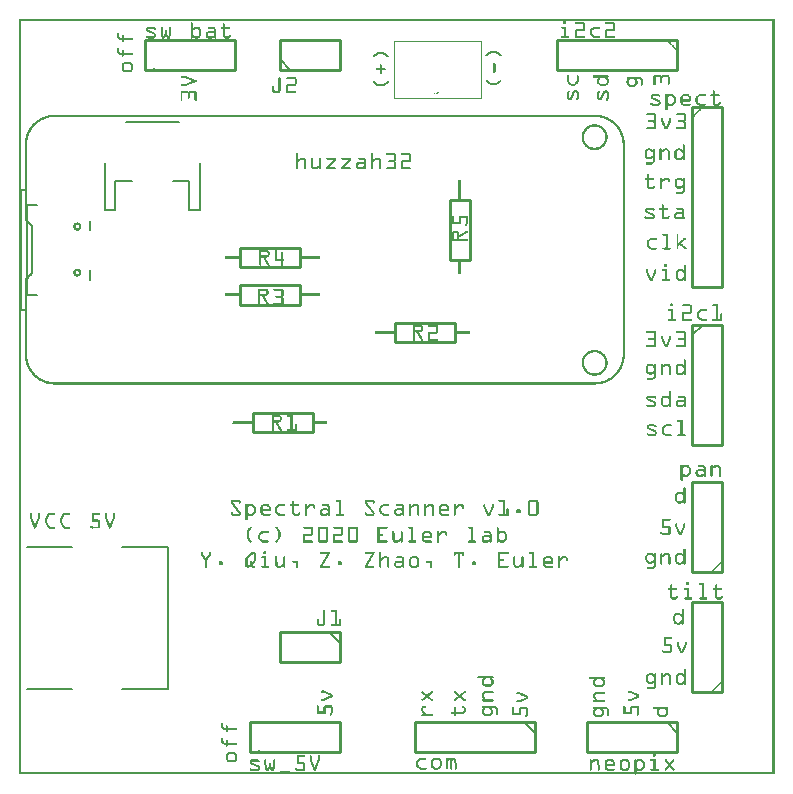
<source format=gto>
G04 MADE WITH FRITZING*
G04 WWW.FRITZING.ORG*
G04 DOUBLE SIDED*
G04 HOLES PLATED*
G04 CONTOUR ON CENTER OF CONTOUR VECTOR*
%ASAXBY*%
%FSLAX23Y23*%
%MOIN*%
%OFA0B0*%
%SFA1.0B1.0*%
%ADD10R,0.294400X0.194312X0.285776X0.185688*%
%ADD11C,0.004312*%
%ADD12C,0.010000*%
%ADD13C,0.005000*%
%ADD14C,0.008000*%
%ADD15C,0.005189*%
%ADD16R,0.001000X0.001000*%
%LNSILK1*%
G90*
G70*
G54D11*
X1249Y2445D02*
X1539Y2445D01*
X1539Y2255D01*
X1249Y2255D01*
X1249Y2445D01*
D02*
G54D12*
X869Y2350D02*
X1069Y2350D01*
D02*
X1069Y2350D02*
X1069Y2450D01*
D02*
X1069Y2450D02*
X869Y2450D01*
D02*
X869Y2450D02*
X869Y2350D01*
G54D13*
D02*
X904Y2350D02*
X869Y2385D01*
G54D12*
D02*
X1069Y475D02*
X869Y475D01*
D02*
X869Y475D02*
X869Y375D01*
D02*
X869Y375D02*
X1069Y375D01*
D02*
X1069Y375D02*
X1069Y475D01*
G54D13*
D02*
X1034Y475D02*
X1069Y440D01*
G54D12*
D02*
X2344Y275D02*
X2344Y575D01*
D02*
X2344Y575D02*
X2244Y575D01*
D02*
X2244Y575D02*
X2244Y275D01*
D02*
X2244Y275D02*
X2344Y275D01*
D02*
X2194Y175D02*
X1894Y175D01*
D02*
X1894Y175D02*
X1894Y75D01*
D02*
X1894Y75D02*
X2194Y75D01*
D02*
X2194Y75D02*
X2194Y175D01*
G54D13*
D02*
X2159Y175D02*
X2194Y140D01*
G54D12*
D02*
X2344Y675D02*
X2344Y975D01*
D02*
X2344Y975D02*
X2244Y975D01*
D02*
X2244Y975D02*
X2244Y675D01*
D02*
X2244Y675D02*
X2344Y675D01*
D02*
X1719Y175D02*
X1319Y175D01*
D02*
X1319Y175D02*
X1319Y75D01*
D02*
X1319Y75D02*
X1719Y75D01*
D02*
X1719Y75D02*
X1719Y175D01*
G54D13*
D02*
X1684Y175D02*
X1719Y140D01*
G54D12*
D02*
X2244Y1500D02*
X2244Y1100D01*
D02*
X2244Y1100D02*
X2344Y1100D01*
D02*
X2344Y1100D02*
X2344Y1500D01*
D02*
X2344Y1500D02*
X2244Y1500D01*
G54D13*
D02*
X2244Y1465D02*
X2279Y1500D01*
G54D12*
D02*
X2194Y2450D02*
X1794Y2450D01*
D02*
X1794Y2450D02*
X1794Y2350D01*
D02*
X1794Y2350D02*
X2194Y2350D01*
D02*
X2194Y2350D02*
X2194Y2450D01*
D02*
X2244Y2225D02*
X2244Y1625D01*
D02*
X2244Y1625D02*
X2344Y1625D01*
D02*
X2344Y1625D02*
X2344Y2225D01*
D02*
X2344Y2225D02*
X2244Y2225D01*
D02*
X935Y1692D02*
X735Y1692D01*
D02*
X735Y1692D02*
X735Y1758D01*
D02*
X735Y1758D02*
X935Y1758D01*
D02*
X935Y1758D02*
X935Y1692D01*
D02*
X935Y1567D02*
X735Y1567D01*
D02*
X735Y1567D02*
X735Y1633D01*
D02*
X735Y1633D02*
X935Y1633D01*
D02*
X935Y1633D02*
X935Y1567D01*
D02*
X419Y2350D02*
X719Y2350D01*
D02*
X719Y2350D02*
X719Y2450D01*
D02*
X719Y2450D02*
X419Y2450D01*
D02*
X419Y2450D02*
X419Y2350D01*
D02*
X769Y75D02*
X1069Y75D01*
D02*
X1069Y75D02*
X1069Y175D01*
D02*
X1069Y175D02*
X769Y175D01*
D02*
X769Y175D02*
X769Y75D01*
G54D14*
D02*
X28Y760D02*
X177Y760D01*
D02*
X28Y288D02*
X177Y288D01*
D02*
X343Y288D02*
X496Y288D01*
D02*
X496Y288D02*
X496Y760D01*
D02*
X496Y760D02*
X343Y760D01*
D02*
X356Y2178D02*
X533Y2178D01*
D02*
X602Y2040D02*
X602Y1883D01*
D02*
X602Y1883D02*
X568Y1883D01*
D02*
X568Y1883D02*
X568Y1981D01*
D02*
X568Y1981D02*
X513Y1981D01*
D02*
X375Y1981D02*
X320Y1981D01*
D02*
X320Y1981D02*
X320Y1883D01*
D02*
X320Y1883D02*
X287Y1883D01*
D02*
X287Y1883D02*
X287Y2040D01*
G54D13*
D02*
X238Y1848D02*
X238Y1817D01*
D02*
X238Y1683D02*
X238Y1651D01*
D02*
X61Y1899D02*
X25Y1899D01*
D02*
X25Y1899D02*
X25Y1600D01*
D02*
X25Y1600D02*
X61Y1600D01*
G54D14*
D02*
X5Y1551D02*
X19Y1551D01*
D02*
X5Y1949D02*
X19Y1949D01*
D02*
X5Y1551D02*
X5Y1949D01*
G54D12*
D02*
X779Y1208D02*
X979Y1208D01*
D02*
X979Y1208D02*
X979Y1142D01*
D02*
X979Y1142D02*
X779Y1142D01*
D02*
X779Y1142D02*
X779Y1208D01*
D02*
X1502Y1915D02*
X1502Y1715D01*
D02*
X1502Y1715D02*
X1436Y1715D01*
D02*
X1436Y1715D02*
X1436Y1915D01*
D02*
X1436Y1915D02*
X1502Y1915D01*
D02*
X1254Y1508D02*
X1454Y1508D01*
D02*
X1454Y1508D02*
X1454Y1442D01*
D02*
X1454Y1442D02*
X1254Y1442D01*
D02*
X1254Y1442D02*
X1254Y1508D01*
G54D15*
G36*
X1344Y2433D02*
X1344Y2398D01*
G37*
D02*
G36*
X1361Y2416D02*
X1326Y2416D01*
G37*
D02*
G36*
X1461Y2416D02*
X1426Y2416D01*
G37*
D02*
G54D16*
X0Y2520D02*
X2518Y2520D01*
X0Y2519D02*
X2518Y2519D01*
X0Y2518D02*
X2518Y2518D01*
X0Y2517D02*
X2518Y2517D01*
X0Y2516D02*
X2518Y2516D01*
X0Y2515D02*
X2518Y2515D01*
X0Y2514D02*
X2518Y2514D01*
X0Y2513D02*
X2518Y2513D01*
X0Y2512D02*
X7Y2512D01*
X1816Y2512D02*
X1822Y2512D01*
X2511Y2512D02*
X2518Y2512D01*
X0Y2511D02*
X7Y2511D01*
X1815Y2511D02*
X1823Y2511D01*
X2511Y2511D02*
X2518Y2511D01*
X0Y2510D02*
X7Y2510D01*
X1814Y2510D02*
X1823Y2510D01*
X2511Y2510D02*
X2518Y2510D01*
X0Y2509D02*
X7Y2509D01*
X1814Y2509D02*
X1823Y2509D01*
X1856Y2509D02*
X1883Y2509D01*
X1956Y2509D02*
X1983Y2509D01*
X2511Y2509D02*
X2518Y2509D01*
X0Y2508D02*
X7Y2508D01*
X575Y2508D02*
X577Y2508D01*
X1814Y2508D02*
X1824Y2508D01*
X1854Y2508D02*
X1884Y2508D01*
X1954Y2508D02*
X1984Y2508D01*
X2511Y2508D02*
X2518Y2508D01*
X0Y2507D02*
X7Y2507D01*
X573Y2507D02*
X578Y2507D01*
X1814Y2507D02*
X1824Y2507D01*
X1854Y2507D02*
X1886Y2507D01*
X1954Y2507D02*
X1986Y2507D01*
X2511Y2507D02*
X2518Y2507D01*
X0Y2506D02*
X7Y2506D01*
X573Y2506D02*
X579Y2506D01*
X1814Y2506D02*
X1823Y2506D01*
X1854Y2506D02*
X1886Y2506D01*
X1954Y2506D02*
X1986Y2506D01*
X2511Y2506D02*
X2518Y2506D01*
X0Y2505D02*
X7Y2505D01*
X573Y2505D02*
X579Y2505D01*
X681Y2505D02*
X684Y2505D01*
X1814Y2505D02*
X1823Y2505D01*
X1854Y2505D02*
X1887Y2505D01*
X1954Y2505D02*
X1987Y2505D01*
X2511Y2505D02*
X2518Y2505D01*
X0Y2504D02*
X7Y2504D01*
X573Y2504D02*
X579Y2504D01*
X680Y2504D02*
X685Y2504D01*
X1815Y2504D02*
X1823Y2504D01*
X1854Y2504D02*
X1887Y2504D01*
X1954Y2504D02*
X1987Y2504D01*
X2511Y2504D02*
X2518Y2504D01*
X0Y2503D02*
X7Y2503D01*
X573Y2503D02*
X579Y2503D01*
X680Y2503D02*
X686Y2503D01*
X1816Y2503D02*
X1822Y2503D01*
X1855Y2503D02*
X1887Y2503D01*
X1955Y2503D02*
X1987Y2503D01*
X2511Y2503D02*
X2518Y2503D01*
X0Y2502D02*
X7Y2502D01*
X573Y2502D02*
X579Y2502D01*
X680Y2502D02*
X686Y2502D01*
X1881Y2502D02*
X1887Y2502D01*
X1981Y2502D02*
X1987Y2502D01*
X2511Y2502D02*
X2518Y2502D01*
X0Y2501D02*
X7Y2501D01*
X573Y2501D02*
X579Y2501D01*
X680Y2501D02*
X686Y2501D01*
X1881Y2501D02*
X1887Y2501D01*
X1981Y2501D02*
X1987Y2501D01*
X2511Y2501D02*
X2518Y2501D01*
X0Y2500D02*
X7Y2500D01*
X573Y2500D02*
X579Y2500D01*
X680Y2500D02*
X686Y2500D01*
X1881Y2500D02*
X1887Y2500D01*
X1981Y2500D02*
X1987Y2500D01*
X2511Y2500D02*
X2518Y2500D01*
X0Y2499D02*
X7Y2499D01*
X573Y2499D02*
X579Y2499D01*
X680Y2499D02*
X686Y2499D01*
X1881Y2499D02*
X1887Y2499D01*
X1981Y2499D02*
X1987Y2499D01*
X2511Y2499D02*
X2518Y2499D01*
X0Y2498D02*
X7Y2498D01*
X573Y2498D02*
X579Y2498D01*
X680Y2498D02*
X686Y2498D01*
X1881Y2498D02*
X1887Y2498D01*
X1981Y2498D02*
X1987Y2498D01*
X2511Y2498D02*
X2518Y2498D01*
X0Y2497D02*
X7Y2497D01*
X573Y2497D02*
X579Y2497D01*
X680Y2497D02*
X686Y2497D01*
X1881Y2497D02*
X1887Y2497D01*
X1981Y2497D02*
X1987Y2497D01*
X2511Y2497D02*
X2518Y2497D01*
X0Y2496D02*
X7Y2496D01*
X573Y2496D02*
X579Y2496D01*
X680Y2496D02*
X686Y2496D01*
X1881Y2496D02*
X1887Y2496D01*
X1981Y2496D02*
X1987Y2496D01*
X2511Y2496D02*
X2518Y2496D01*
X0Y2495D02*
X7Y2495D01*
X573Y2495D02*
X579Y2495D01*
X680Y2495D02*
X686Y2495D01*
X1881Y2495D02*
X1887Y2495D01*
X1981Y2495D02*
X1987Y2495D01*
X2511Y2495D02*
X2518Y2495D01*
X0Y2494D02*
X7Y2494D01*
X573Y2494D02*
X579Y2494D01*
X679Y2494D02*
X686Y2494D01*
X1809Y2494D02*
X1822Y2494D01*
X1881Y2494D02*
X1887Y2494D01*
X1916Y2494D02*
X1936Y2494D01*
X1981Y2494D02*
X1987Y2494D01*
X2511Y2494D02*
X2518Y2494D01*
X0Y2493D02*
X7Y2493D01*
X429Y2493D02*
X450Y2493D01*
X473Y2493D02*
X477Y2493D01*
X502Y2493D02*
X506Y2493D01*
X573Y2493D02*
X579Y2493D01*
X585Y2493D02*
X597Y2493D01*
X631Y2493D02*
X649Y2493D01*
X674Y2493D02*
X702Y2493D01*
X1808Y2493D02*
X1823Y2493D01*
X1881Y2493D02*
X1887Y2493D01*
X1914Y2493D02*
X1937Y2493D01*
X1981Y2493D02*
X1987Y2493D01*
X2511Y2493D02*
X2518Y2493D01*
X0Y2492D02*
X7Y2492D01*
X427Y2492D02*
X452Y2492D01*
X473Y2492D02*
X478Y2492D01*
X502Y2492D02*
X507Y2492D01*
X573Y2492D02*
X579Y2492D01*
X583Y2492D02*
X599Y2492D01*
X630Y2492D02*
X651Y2492D01*
X673Y2492D02*
X702Y2492D01*
X1807Y2492D02*
X1823Y2492D01*
X1881Y2492D02*
X1887Y2492D01*
X1913Y2492D02*
X1937Y2492D01*
X1981Y2492D02*
X1987Y2492D01*
X2511Y2492D02*
X2518Y2492D01*
X0Y2491D02*
X7Y2491D01*
X426Y2491D02*
X454Y2491D01*
X472Y2491D02*
X478Y2491D01*
X501Y2491D02*
X507Y2491D01*
X573Y2491D02*
X579Y2491D01*
X582Y2491D02*
X601Y2491D01*
X630Y2491D02*
X652Y2491D01*
X673Y2491D02*
X703Y2491D01*
X1807Y2491D02*
X1824Y2491D01*
X1881Y2491D02*
X1887Y2491D01*
X1912Y2491D02*
X1937Y2491D01*
X1981Y2491D02*
X1987Y2491D01*
X2511Y2491D02*
X2518Y2491D01*
X0Y2490D02*
X7Y2490D01*
X425Y2490D02*
X454Y2490D01*
X472Y2490D02*
X478Y2490D01*
X501Y2490D02*
X507Y2490D01*
X573Y2490D02*
X579Y2490D01*
X581Y2490D02*
X602Y2490D01*
X630Y2490D02*
X653Y2490D01*
X673Y2490D02*
X703Y2490D01*
X1807Y2490D02*
X1824Y2490D01*
X1881Y2490D02*
X1887Y2490D01*
X1910Y2490D02*
X1937Y2490D01*
X1981Y2490D02*
X1987Y2490D01*
X2511Y2490D02*
X2518Y2490D01*
X0Y2489D02*
X7Y2489D01*
X425Y2489D02*
X455Y2489D01*
X472Y2489D02*
X478Y2489D01*
X501Y2489D02*
X507Y2489D01*
X573Y2489D02*
X603Y2489D01*
X630Y2489D02*
X654Y2489D01*
X673Y2489D02*
X703Y2489D01*
X1808Y2489D02*
X1824Y2489D01*
X1881Y2489D02*
X1887Y2489D01*
X1909Y2489D02*
X1936Y2489D01*
X1981Y2489D02*
X1987Y2489D01*
X2511Y2489D02*
X2518Y2489D01*
X0Y2488D02*
X7Y2488D01*
X424Y2488D02*
X456Y2488D01*
X472Y2488D02*
X478Y2488D01*
X501Y2488D02*
X507Y2488D01*
X573Y2488D02*
X604Y2488D01*
X631Y2488D02*
X654Y2488D01*
X674Y2488D02*
X702Y2488D01*
X1810Y2488D02*
X1824Y2488D01*
X1881Y2488D02*
X1887Y2488D01*
X1908Y2488D02*
X1935Y2488D01*
X1981Y2488D02*
X1987Y2488D01*
X2511Y2488D02*
X2518Y2488D01*
X0Y2487D02*
X7Y2487D01*
X424Y2487D02*
X456Y2487D01*
X472Y2487D02*
X478Y2487D01*
X501Y2487D02*
X507Y2487D01*
X573Y2487D02*
X605Y2487D01*
X632Y2487D02*
X655Y2487D01*
X675Y2487D02*
X700Y2487D01*
X1818Y2487D02*
X1824Y2487D01*
X1881Y2487D02*
X1887Y2487D01*
X1907Y2487D02*
X1917Y2487D01*
X1981Y2487D02*
X1987Y2487D01*
X2511Y2487D02*
X2518Y2487D01*
X0Y2486D02*
X7Y2486D01*
X424Y2486D02*
X430Y2486D01*
X449Y2486D02*
X455Y2486D01*
X472Y2486D02*
X478Y2486D01*
X501Y2486D02*
X507Y2486D01*
X573Y2486D02*
X586Y2486D01*
X597Y2486D02*
X605Y2486D01*
X648Y2486D02*
X655Y2486D01*
X680Y2486D02*
X686Y2486D01*
X1818Y2486D02*
X1824Y2486D01*
X1881Y2486D02*
X1887Y2486D01*
X1906Y2486D02*
X1916Y2486D01*
X1981Y2486D02*
X1987Y2486D01*
X2511Y2486D02*
X2518Y2486D01*
X0Y2485D02*
X7Y2485D01*
X424Y2485D02*
X430Y2485D01*
X451Y2485D02*
X455Y2485D01*
X472Y2485D02*
X478Y2485D01*
X501Y2485D02*
X507Y2485D01*
X573Y2485D02*
X585Y2485D01*
X598Y2485D02*
X606Y2485D01*
X649Y2485D02*
X655Y2485D01*
X680Y2485D02*
X686Y2485D01*
X1818Y2485D02*
X1824Y2485D01*
X1857Y2485D02*
X1887Y2485D01*
X1905Y2485D02*
X1915Y2485D01*
X1957Y2485D02*
X1987Y2485D01*
X2511Y2485D02*
X2518Y2485D01*
X0Y2484D02*
X7Y2484D01*
X424Y2484D02*
X430Y2484D01*
X453Y2484D02*
X453Y2484D01*
X472Y2484D02*
X478Y2484D01*
X501Y2484D02*
X507Y2484D01*
X573Y2484D02*
X584Y2484D01*
X599Y2484D02*
X606Y2484D01*
X649Y2484D02*
X655Y2484D01*
X680Y2484D02*
X686Y2484D01*
X1818Y2484D02*
X1824Y2484D01*
X1856Y2484D02*
X1887Y2484D01*
X1905Y2484D02*
X1914Y2484D01*
X1956Y2484D02*
X1987Y2484D01*
X2511Y2484D02*
X2518Y2484D01*
X0Y2483D02*
X7Y2483D01*
X424Y2483D02*
X431Y2483D01*
X472Y2483D02*
X478Y2483D01*
X501Y2483D02*
X507Y2483D01*
X573Y2483D02*
X583Y2483D01*
X600Y2483D02*
X606Y2483D01*
X649Y2483D02*
X656Y2483D01*
X680Y2483D02*
X686Y2483D01*
X1818Y2483D02*
X1824Y2483D01*
X1855Y2483D02*
X1887Y2483D01*
X1904Y2483D02*
X1912Y2483D01*
X1955Y2483D02*
X1987Y2483D01*
X2511Y2483D02*
X2518Y2483D01*
X0Y2482D02*
X7Y2482D01*
X424Y2482D02*
X433Y2482D01*
X472Y2482D02*
X478Y2482D01*
X501Y2482D02*
X507Y2482D01*
X573Y2482D02*
X581Y2482D01*
X600Y2482D02*
X606Y2482D01*
X649Y2482D02*
X656Y2482D01*
X680Y2482D02*
X686Y2482D01*
X1818Y2482D02*
X1824Y2482D01*
X1854Y2482D02*
X1886Y2482D01*
X1904Y2482D02*
X1911Y2482D01*
X1954Y2482D02*
X1986Y2482D01*
X2511Y2482D02*
X2518Y2482D01*
X0Y2481D02*
X7Y2481D01*
X425Y2481D02*
X436Y2481D01*
X472Y2481D02*
X478Y2481D01*
X488Y2481D02*
X491Y2481D01*
X501Y2481D02*
X507Y2481D01*
X573Y2481D02*
X580Y2481D01*
X600Y2481D02*
X606Y2481D01*
X650Y2481D02*
X656Y2481D01*
X680Y2481D02*
X686Y2481D01*
X1818Y2481D02*
X1824Y2481D01*
X1854Y2481D02*
X1885Y2481D01*
X1904Y2481D02*
X1910Y2481D01*
X1954Y2481D02*
X1985Y2481D01*
X2511Y2481D02*
X2518Y2481D01*
X0Y2480D02*
X7Y2480D01*
X425Y2480D02*
X438Y2480D01*
X472Y2480D02*
X478Y2480D01*
X487Y2480D02*
X492Y2480D01*
X501Y2480D02*
X507Y2480D01*
X573Y2480D02*
X579Y2480D01*
X600Y2480D02*
X606Y2480D01*
X650Y2480D02*
X656Y2480D01*
X680Y2480D02*
X686Y2480D01*
X1818Y2480D02*
X1824Y2480D01*
X1854Y2480D02*
X1884Y2480D01*
X1904Y2480D02*
X1910Y2480D01*
X1954Y2480D02*
X1984Y2480D01*
X2511Y2480D02*
X2518Y2480D01*
X0Y2479D02*
X7Y2479D01*
X426Y2479D02*
X440Y2479D01*
X472Y2479D02*
X478Y2479D01*
X487Y2479D02*
X493Y2479D01*
X501Y2479D02*
X507Y2479D01*
X573Y2479D02*
X579Y2479D01*
X600Y2479D02*
X606Y2479D01*
X632Y2479D02*
X647Y2479D01*
X649Y2479D02*
X656Y2479D01*
X680Y2479D02*
X686Y2479D01*
X1818Y2479D02*
X1824Y2479D01*
X1854Y2479D02*
X1881Y2479D01*
X1904Y2479D02*
X1910Y2479D01*
X1954Y2479D02*
X1981Y2479D01*
X2511Y2479D02*
X2518Y2479D01*
X0Y2478D02*
X7Y2478D01*
X427Y2478D02*
X443Y2478D01*
X472Y2478D02*
X479Y2478D01*
X487Y2478D02*
X493Y2478D01*
X501Y2478D02*
X507Y2478D01*
X573Y2478D02*
X579Y2478D01*
X600Y2478D02*
X606Y2478D01*
X629Y2478D02*
X656Y2478D01*
X680Y2478D02*
X686Y2478D01*
X1818Y2478D02*
X1824Y2478D01*
X1854Y2478D02*
X1860Y2478D01*
X1904Y2478D02*
X1910Y2478D01*
X1954Y2478D02*
X1960Y2478D01*
X2511Y2478D02*
X2518Y2478D01*
X0Y2477D02*
X7Y2477D01*
X429Y2477D02*
X445Y2477D01*
X473Y2477D02*
X479Y2477D01*
X487Y2477D02*
X493Y2477D01*
X501Y2477D02*
X507Y2477D01*
X573Y2477D02*
X579Y2477D01*
X600Y2477D02*
X606Y2477D01*
X627Y2477D02*
X656Y2477D01*
X680Y2477D02*
X686Y2477D01*
X1818Y2477D02*
X1824Y2477D01*
X1854Y2477D02*
X1860Y2477D01*
X1904Y2477D02*
X1910Y2477D01*
X1954Y2477D02*
X1960Y2477D01*
X2511Y2477D02*
X2518Y2477D01*
X0Y2476D02*
X7Y2476D01*
X431Y2476D02*
X447Y2476D01*
X473Y2476D02*
X479Y2476D01*
X487Y2476D02*
X493Y2476D01*
X501Y2476D02*
X507Y2476D01*
X573Y2476D02*
X579Y2476D01*
X600Y2476D02*
X606Y2476D01*
X626Y2476D02*
X656Y2476D01*
X680Y2476D02*
X686Y2476D01*
X1818Y2476D02*
X1824Y2476D01*
X1854Y2476D02*
X1860Y2476D01*
X1904Y2476D02*
X1910Y2476D01*
X1954Y2476D02*
X1960Y2476D01*
X2511Y2476D02*
X2518Y2476D01*
X0Y2475D02*
X7Y2475D01*
X433Y2475D02*
X450Y2475D01*
X473Y2475D02*
X479Y2475D01*
X487Y2475D02*
X493Y2475D01*
X501Y2475D02*
X507Y2475D01*
X573Y2475D02*
X579Y2475D01*
X600Y2475D02*
X606Y2475D01*
X625Y2475D02*
X656Y2475D01*
X680Y2475D02*
X686Y2475D01*
X1818Y2475D02*
X1824Y2475D01*
X1854Y2475D02*
X1860Y2475D01*
X1904Y2475D02*
X1910Y2475D01*
X1954Y2475D02*
X1960Y2475D01*
X2511Y2475D02*
X2518Y2475D01*
X0Y2474D02*
X7Y2474D01*
X435Y2474D02*
X451Y2474D01*
X473Y2474D02*
X479Y2474D01*
X487Y2474D02*
X493Y2474D01*
X501Y2474D02*
X507Y2474D01*
X573Y2474D02*
X579Y2474D01*
X600Y2474D02*
X606Y2474D01*
X624Y2474D02*
X656Y2474D01*
X680Y2474D02*
X686Y2474D01*
X1818Y2474D02*
X1824Y2474D01*
X1854Y2474D02*
X1860Y2474D01*
X1904Y2474D02*
X1910Y2474D01*
X1954Y2474D02*
X1960Y2474D01*
X2511Y2474D02*
X2518Y2474D01*
X0Y2473D02*
X7Y2473D01*
X329Y2473D02*
X332Y2473D01*
X438Y2473D02*
X453Y2473D01*
X473Y2473D02*
X479Y2473D01*
X487Y2473D02*
X493Y2473D01*
X500Y2473D02*
X507Y2473D01*
X573Y2473D02*
X579Y2473D01*
X600Y2473D02*
X606Y2473D01*
X624Y2473D02*
X656Y2473D01*
X680Y2473D02*
X686Y2473D01*
X1818Y2473D02*
X1824Y2473D01*
X1854Y2473D02*
X1860Y2473D01*
X1904Y2473D02*
X1910Y2473D01*
X1954Y2473D02*
X1960Y2473D01*
X2511Y2473D02*
X2518Y2473D01*
X0Y2472D02*
X7Y2472D01*
X328Y2472D02*
X333Y2472D01*
X440Y2472D02*
X454Y2472D01*
X473Y2472D02*
X479Y2472D01*
X487Y2472D02*
X493Y2472D01*
X500Y2472D02*
X506Y2472D01*
X573Y2472D02*
X579Y2472D01*
X600Y2472D02*
X606Y2472D01*
X623Y2472D02*
X632Y2472D01*
X647Y2472D02*
X656Y2472D01*
X680Y2472D02*
X686Y2472D01*
X1818Y2472D02*
X1824Y2472D01*
X1854Y2472D02*
X1860Y2472D01*
X1904Y2472D02*
X1910Y2472D01*
X1954Y2472D02*
X1960Y2472D01*
X2511Y2472D02*
X2518Y2472D01*
X0Y2471D02*
X7Y2471D01*
X327Y2471D02*
X333Y2471D01*
X442Y2471D02*
X454Y2471D01*
X473Y2471D02*
X479Y2471D01*
X487Y2471D02*
X493Y2471D01*
X500Y2471D02*
X506Y2471D01*
X573Y2471D02*
X579Y2471D01*
X600Y2471D02*
X606Y2471D01*
X623Y2471D02*
X630Y2471D01*
X649Y2471D02*
X656Y2471D01*
X680Y2471D02*
X686Y2471D01*
X1818Y2471D02*
X1824Y2471D01*
X1854Y2471D02*
X1860Y2471D01*
X1904Y2471D02*
X1910Y2471D01*
X1954Y2471D02*
X1960Y2471D01*
X2511Y2471D02*
X2518Y2471D01*
X0Y2470D02*
X7Y2470D01*
X327Y2470D02*
X333Y2470D01*
X445Y2470D02*
X455Y2470D01*
X473Y2470D02*
X479Y2470D01*
X486Y2470D02*
X493Y2470D01*
X500Y2470D02*
X506Y2470D01*
X573Y2470D02*
X579Y2470D01*
X600Y2470D02*
X606Y2470D01*
X623Y2470D02*
X629Y2470D01*
X650Y2470D02*
X656Y2470D01*
X680Y2470D02*
X686Y2470D01*
X1818Y2470D02*
X1824Y2470D01*
X1854Y2470D02*
X1860Y2470D01*
X1904Y2470D02*
X1910Y2470D01*
X1954Y2470D02*
X1960Y2470D01*
X2511Y2470D02*
X2518Y2470D01*
X0Y2469D02*
X7Y2469D01*
X327Y2469D02*
X333Y2469D01*
X447Y2469D02*
X455Y2469D01*
X473Y2469D02*
X479Y2469D01*
X486Y2469D02*
X494Y2469D01*
X500Y2469D02*
X506Y2469D01*
X573Y2469D02*
X579Y2469D01*
X600Y2469D02*
X606Y2469D01*
X623Y2469D02*
X629Y2469D01*
X650Y2469D02*
X656Y2469D01*
X680Y2469D02*
X686Y2469D01*
X1818Y2469D02*
X1824Y2469D01*
X1854Y2469D02*
X1860Y2469D01*
X1904Y2469D02*
X1910Y2469D01*
X1954Y2469D02*
X1960Y2469D01*
X2511Y2469D02*
X2518Y2469D01*
X0Y2468D02*
X7Y2468D01*
X327Y2468D02*
X333Y2468D01*
X449Y2468D02*
X456Y2468D01*
X473Y2468D02*
X479Y2468D01*
X485Y2468D02*
X494Y2468D01*
X500Y2468D02*
X506Y2468D01*
X573Y2468D02*
X580Y2468D01*
X600Y2468D02*
X606Y2468D01*
X623Y2468D02*
X629Y2468D01*
X650Y2468D02*
X656Y2468D01*
X680Y2468D02*
X686Y2468D01*
X1818Y2468D02*
X1824Y2468D01*
X1854Y2468D02*
X1860Y2468D01*
X1904Y2468D02*
X1911Y2468D01*
X1954Y2468D02*
X1960Y2468D01*
X2511Y2468D02*
X2518Y2468D01*
X0Y2467D02*
X7Y2467D01*
X327Y2467D02*
X333Y2467D01*
X450Y2467D02*
X456Y2467D01*
X473Y2467D02*
X480Y2467D01*
X484Y2467D02*
X495Y2467D01*
X499Y2467D02*
X506Y2467D01*
X573Y2467D02*
X580Y2467D01*
X600Y2467D02*
X606Y2467D01*
X623Y2467D02*
X629Y2467D01*
X650Y2467D02*
X656Y2467D01*
X680Y2467D02*
X686Y2467D01*
X703Y2467D02*
X704Y2467D01*
X1818Y2467D02*
X1824Y2467D01*
X1854Y2467D02*
X1860Y2467D01*
X1904Y2467D02*
X1912Y2467D01*
X1954Y2467D02*
X1960Y2467D01*
X2511Y2467D02*
X2518Y2467D01*
X0Y2466D02*
X7Y2466D01*
X327Y2466D02*
X333Y2466D01*
X343Y2466D02*
X347Y2466D01*
X450Y2466D02*
X456Y2466D01*
X474Y2466D02*
X480Y2466D01*
X484Y2466D02*
X495Y2466D01*
X499Y2466D02*
X506Y2466D01*
X573Y2466D02*
X582Y2466D01*
X600Y2466D02*
X606Y2466D01*
X623Y2466D02*
X629Y2466D01*
X650Y2466D02*
X656Y2466D01*
X680Y2466D02*
X686Y2466D01*
X701Y2466D02*
X705Y2466D01*
X1818Y2466D02*
X1824Y2466D01*
X1854Y2466D02*
X1860Y2466D01*
X1905Y2466D02*
X1914Y2466D01*
X1954Y2466D02*
X1960Y2466D01*
X2511Y2466D02*
X2518Y2466D01*
X0Y2465D02*
X7Y2465D01*
X327Y2465D02*
X333Y2465D01*
X342Y2465D02*
X348Y2465D01*
X450Y2465D02*
X456Y2465D01*
X474Y2465D02*
X480Y2465D01*
X483Y2465D02*
X496Y2465D01*
X499Y2465D02*
X505Y2465D01*
X573Y2465D02*
X583Y2465D01*
X600Y2465D02*
X606Y2465D01*
X623Y2465D02*
X629Y2465D01*
X649Y2465D02*
X656Y2465D01*
X680Y2465D02*
X686Y2465D01*
X701Y2465D02*
X706Y2465D01*
X1818Y2465D02*
X1824Y2465D01*
X1854Y2465D02*
X1860Y2465D01*
X1906Y2465D02*
X1915Y2465D01*
X1954Y2465D02*
X1960Y2465D01*
X2511Y2465D02*
X2518Y2465D01*
X0Y2464D02*
X7Y2464D01*
X327Y2464D02*
X333Y2464D01*
X342Y2464D02*
X348Y2464D01*
X425Y2464D02*
X427Y2464D01*
X450Y2464D02*
X456Y2464D01*
X474Y2464D02*
X481Y2464D01*
X483Y2464D02*
X496Y2464D01*
X499Y2464D02*
X505Y2464D01*
X573Y2464D02*
X584Y2464D01*
X599Y2464D02*
X606Y2464D01*
X623Y2464D02*
X629Y2464D01*
X647Y2464D02*
X656Y2464D01*
X680Y2464D02*
X686Y2464D01*
X700Y2464D02*
X706Y2464D01*
X1818Y2464D02*
X1824Y2464D01*
X1854Y2464D02*
X1860Y2464D01*
X1906Y2464D02*
X1916Y2464D01*
X1954Y2464D02*
X1960Y2464D01*
X2511Y2464D02*
X2518Y2464D01*
X0Y2463D02*
X7Y2463D01*
X327Y2463D02*
X333Y2463D01*
X342Y2463D02*
X348Y2463D01*
X424Y2463D02*
X428Y2463D01*
X450Y2463D02*
X456Y2463D01*
X475Y2463D02*
X505Y2463D01*
X573Y2463D02*
X585Y2463D01*
X598Y2463D02*
X606Y2463D01*
X623Y2463D02*
X629Y2463D01*
X645Y2463D02*
X656Y2463D01*
X680Y2463D02*
X686Y2463D01*
X700Y2463D02*
X706Y2463D01*
X1818Y2463D02*
X1824Y2463D01*
X1854Y2463D02*
X1860Y2463D01*
X1907Y2463D02*
X1917Y2463D01*
X1954Y2463D02*
X1960Y2463D01*
X2511Y2463D02*
X2518Y2463D01*
X0Y2462D02*
X7Y2462D01*
X327Y2462D02*
X333Y2462D01*
X342Y2462D02*
X348Y2462D01*
X423Y2462D02*
X430Y2462D01*
X449Y2462D02*
X456Y2462D01*
X475Y2462D02*
X489Y2462D01*
X491Y2462D02*
X504Y2462D01*
X573Y2462D02*
X586Y2462D01*
X596Y2462D02*
X605Y2462D01*
X623Y2462D02*
X630Y2462D01*
X644Y2462D02*
X656Y2462D01*
X680Y2462D02*
X687Y2462D01*
X699Y2462D02*
X706Y2462D01*
X1809Y2462D02*
X1832Y2462D01*
X1854Y2462D02*
X1885Y2462D01*
X1908Y2462D02*
X1935Y2462D01*
X1954Y2462D02*
X1985Y2462D01*
X2511Y2462D02*
X2518Y2462D01*
X0Y2461D02*
X7Y2461D01*
X327Y2461D02*
X333Y2461D01*
X342Y2461D02*
X348Y2461D01*
X423Y2461D02*
X456Y2461D01*
X475Y2461D02*
X488Y2461D01*
X491Y2461D02*
X504Y2461D01*
X573Y2461D02*
X604Y2461D01*
X624Y2461D02*
X656Y2461D01*
X680Y2461D02*
X706Y2461D01*
X1808Y2461D02*
X1833Y2461D01*
X1854Y2461D02*
X1886Y2461D01*
X1910Y2461D02*
X1936Y2461D01*
X1954Y2461D02*
X1986Y2461D01*
X2511Y2461D02*
X2518Y2461D01*
X0Y2460D02*
X7Y2460D01*
X328Y2460D02*
X334Y2460D01*
X342Y2460D02*
X348Y2460D01*
X423Y2460D02*
X455Y2460D01*
X475Y2460D02*
X488Y2460D01*
X492Y2460D02*
X504Y2460D01*
X573Y2460D02*
X604Y2460D01*
X624Y2460D02*
X656Y2460D01*
X681Y2460D02*
X705Y2460D01*
X1807Y2460D02*
X1834Y2460D01*
X1854Y2460D02*
X1887Y2460D01*
X1911Y2460D02*
X1937Y2460D01*
X1954Y2460D02*
X1987Y2460D01*
X2511Y2460D02*
X2518Y2460D01*
X0Y2459D02*
X7Y2459D01*
X328Y2459D02*
X334Y2459D01*
X342Y2459D02*
X348Y2459D01*
X423Y2459D02*
X454Y2459D01*
X476Y2459D02*
X487Y2459D01*
X492Y2459D02*
X503Y2459D01*
X573Y2459D02*
X603Y2459D01*
X625Y2459D02*
X656Y2459D01*
X681Y2459D02*
X705Y2459D01*
X1807Y2459D02*
X1834Y2459D01*
X1854Y2459D02*
X1887Y2459D01*
X1912Y2459D02*
X1937Y2459D01*
X1954Y2459D02*
X1987Y2459D01*
X2511Y2459D02*
X2518Y2459D01*
X0Y2458D02*
X7Y2458D01*
X328Y2458D02*
X335Y2458D01*
X342Y2458D02*
X348Y2458D01*
X424Y2458D02*
X454Y2458D01*
X476Y2458D02*
X486Y2458D01*
X493Y2458D02*
X503Y2458D01*
X573Y2458D02*
X579Y2458D01*
X581Y2458D02*
X601Y2458D01*
X625Y2458D02*
X656Y2458D01*
X682Y2458D02*
X704Y2458D01*
X1807Y2458D02*
X1834Y2458D01*
X1854Y2458D02*
X1887Y2458D01*
X1913Y2458D02*
X1937Y2458D01*
X1954Y2458D02*
X1987Y2458D01*
X2511Y2458D02*
X2518Y2458D01*
X0Y2457D02*
X7Y2457D01*
X328Y2457D02*
X337Y2457D01*
X342Y2457D02*
X348Y2457D01*
X426Y2457D02*
X453Y2457D01*
X476Y2457D02*
X486Y2457D01*
X493Y2457D02*
X503Y2457D01*
X573Y2457D02*
X579Y2457D01*
X582Y2457D02*
X600Y2457D01*
X626Y2457D02*
X648Y2457D01*
X651Y2457D02*
X656Y2457D01*
X683Y2457D02*
X703Y2457D01*
X1808Y2457D02*
X1833Y2457D01*
X1854Y2457D02*
X1887Y2457D01*
X1914Y2457D02*
X1937Y2457D01*
X1954Y2457D02*
X1987Y2457D01*
X2511Y2457D02*
X2518Y2457D01*
X0Y2456D02*
X7Y2456D01*
X329Y2456D02*
X379Y2456D01*
X427Y2456D02*
X451Y2456D01*
X477Y2456D02*
X485Y2456D01*
X494Y2456D02*
X502Y2456D01*
X573Y2456D02*
X578Y2456D01*
X584Y2456D02*
X599Y2456D01*
X628Y2456D02*
X646Y2456D01*
X651Y2456D02*
X656Y2456D01*
X685Y2456D02*
X701Y2456D01*
X1809Y2456D02*
X1832Y2456D01*
X1854Y2456D02*
X1886Y2456D01*
X1916Y2456D02*
X1936Y2456D01*
X1954Y2456D02*
X1986Y2456D01*
X2511Y2456D02*
X2518Y2456D01*
X0Y2455D02*
X7Y2455D01*
X330Y2455D02*
X380Y2455D01*
X430Y2455D02*
X449Y2455D01*
X478Y2455D02*
X484Y2455D01*
X495Y2455D02*
X501Y2455D01*
X574Y2455D02*
X577Y2455D01*
X586Y2455D02*
X597Y2455D01*
X630Y2455D02*
X644Y2455D01*
X652Y2455D02*
X655Y2455D01*
X687Y2455D02*
X699Y2455D01*
X2511Y2455D02*
X2518Y2455D01*
X0Y2454D02*
X7Y2454D01*
X330Y2454D02*
X380Y2454D01*
X525Y2454D02*
X554Y2454D01*
X2511Y2454D02*
X2518Y2454D01*
X0Y2453D02*
X7Y2453D01*
X331Y2453D02*
X380Y2453D01*
X524Y2453D02*
X556Y2453D01*
X2511Y2453D02*
X2518Y2453D01*
X0Y2452D02*
X7Y2452D01*
X333Y2452D02*
X380Y2452D01*
X523Y2452D02*
X556Y2452D01*
X2160Y2452D02*
X2160Y2452D01*
X2511Y2452D02*
X2518Y2452D01*
X0Y2451D02*
X7Y2451D01*
X334Y2451D02*
X379Y2451D01*
X523Y2451D02*
X556Y2451D01*
X2159Y2451D02*
X2161Y2451D01*
X2511Y2451D02*
X2518Y2451D01*
X0Y2450D02*
X7Y2450D01*
X337Y2450D02*
X378Y2450D01*
X523Y2450D02*
X556Y2450D01*
X2158Y2450D02*
X2162Y2450D01*
X2511Y2450D02*
X2518Y2450D01*
X0Y2449D02*
X7Y2449D01*
X342Y2449D02*
X348Y2449D01*
X523Y2449D02*
X556Y2449D01*
X2157Y2449D02*
X2163Y2449D01*
X2511Y2449D02*
X2518Y2449D01*
X0Y2448D02*
X7Y2448D01*
X342Y2448D02*
X348Y2448D01*
X524Y2448D02*
X555Y2448D01*
X2158Y2448D02*
X2164Y2448D01*
X2511Y2448D02*
X2518Y2448D01*
X0Y2447D02*
X7Y2447D01*
X342Y2447D02*
X348Y2447D01*
X2159Y2447D02*
X2165Y2447D01*
X2511Y2447D02*
X2518Y2447D01*
X0Y2446D02*
X7Y2446D01*
X342Y2446D02*
X348Y2446D01*
X2160Y2446D02*
X2166Y2446D01*
X2511Y2446D02*
X2518Y2446D01*
X0Y2445D02*
X7Y2445D01*
X342Y2445D02*
X348Y2445D01*
X2161Y2445D02*
X2167Y2445D01*
X2511Y2445D02*
X2518Y2445D01*
X0Y2444D02*
X7Y2444D01*
X343Y2444D02*
X347Y2444D01*
X2162Y2444D02*
X2168Y2444D01*
X2511Y2444D02*
X2518Y2444D01*
X0Y2443D02*
X7Y2443D01*
X345Y2443D02*
X345Y2443D01*
X2163Y2443D02*
X2169Y2443D01*
X2511Y2443D02*
X2518Y2443D01*
X0Y2442D02*
X7Y2442D01*
X2164Y2442D02*
X2170Y2442D01*
X2511Y2442D02*
X2518Y2442D01*
X0Y2441D02*
X7Y2441D01*
X2165Y2441D02*
X2171Y2441D01*
X2511Y2441D02*
X2518Y2441D01*
X0Y2440D02*
X7Y2440D01*
X2166Y2440D02*
X2172Y2440D01*
X2511Y2440D02*
X2518Y2440D01*
X0Y2439D02*
X7Y2439D01*
X2167Y2439D02*
X2173Y2439D01*
X2511Y2439D02*
X2518Y2439D01*
X0Y2438D02*
X7Y2438D01*
X2168Y2438D02*
X2174Y2438D01*
X2511Y2438D02*
X2518Y2438D01*
X0Y2437D02*
X7Y2437D01*
X2169Y2437D02*
X2175Y2437D01*
X2511Y2437D02*
X2518Y2437D01*
X0Y2436D02*
X7Y2436D01*
X2170Y2436D02*
X2176Y2436D01*
X2511Y2436D02*
X2518Y2436D01*
X0Y2435D02*
X7Y2435D01*
X2171Y2435D02*
X2177Y2435D01*
X2511Y2435D02*
X2518Y2435D01*
X0Y2434D02*
X7Y2434D01*
X2172Y2434D02*
X2178Y2434D01*
X2511Y2434D02*
X2518Y2434D01*
X0Y2433D02*
X7Y2433D01*
X2173Y2433D02*
X2179Y2433D01*
X2511Y2433D02*
X2518Y2433D01*
X0Y2432D02*
X7Y2432D01*
X2175Y2432D02*
X2180Y2432D01*
X2511Y2432D02*
X2518Y2432D01*
X0Y2431D02*
X7Y2431D01*
X2176Y2431D02*
X2181Y2431D01*
X2511Y2431D02*
X2518Y2431D01*
X0Y2430D02*
X7Y2430D01*
X2176Y2430D02*
X2182Y2430D01*
X2511Y2430D02*
X2518Y2430D01*
X0Y2429D02*
X7Y2429D01*
X2177Y2429D02*
X2183Y2429D01*
X2511Y2429D02*
X2518Y2429D01*
X0Y2428D02*
X7Y2428D01*
X2178Y2428D02*
X2184Y2428D01*
X2511Y2428D02*
X2518Y2428D01*
X0Y2427D02*
X7Y2427D01*
X2179Y2427D02*
X2185Y2427D01*
X2511Y2427D02*
X2518Y2427D01*
X0Y2426D02*
X7Y2426D01*
X2180Y2426D02*
X2186Y2426D01*
X2511Y2426D02*
X2518Y2426D01*
X0Y2425D02*
X7Y2425D01*
X2181Y2425D02*
X2187Y2425D01*
X2511Y2425D02*
X2518Y2425D01*
X0Y2424D02*
X7Y2424D01*
X330Y2424D02*
X331Y2424D01*
X2182Y2424D02*
X2188Y2424D01*
X2511Y2424D02*
X2518Y2424D01*
X0Y2423D02*
X7Y2423D01*
X328Y2423D02*
X332Y2423D01*
X2183Y2423D02*
X2189Y2423D01*
X2511Y2423D02*
X2518Y2423D01*
X0Y2422D02*
X7Y2422D01*
X328Y2422D02*
X333Y2422D01*
X2184Y2422D02*
X2190Y2422D01*
X2511Y2422D02*
X2518Y2422D01*
X0Y2421D02*
X7Y2421D01*
X327Y2421D02*
X333Y2421D01*
X2185Y2421D02*
X2191Y2421D01*
X2511Y2421D02*
X2518Y2421D01*
X0Y2420D02*
X7Y2420D01*
X327Y2420D02*
X333Y2420D01*
X2186Y2420D02*
X2192Y2420D01*
X2511Y2420D02*
X2518Y2420D01*
X0Y2419D02*
X7Y2419D01*
X327Y2419D02*
X333Y2419D01*
X2187Y2419D02*
X2193Y2419D01*
X2511Y2419D02*
X2518Y2419D01*
X0Y2418D02*
X7Y2418D01*
X327Y2418D02*
X333Y2418D01*
X2188Y2418D02*
X2194Y2418D01*
X2511Y2418D02*
X2518Y2418D01*
X0Y2417D02*
X7Y2417D01*
X327Y2417D02*
X333Y2417D01*
X344Y2417D02*
X346Y2417D01*
X2189Y2417D02*
X2194Y2417D01*
X2511Y2417D02*
X2518Y2417D01*
X0Y2416D02*
X7Y2416D01*
X327Y2416D02*
X333Y2416D01*
X343Y2416D02*
X347Y2416D01*
X2190Y2416D02*
X2193Y2416D01*
X2511Y2416D02*
X2518Y2416D01*
X0Y2415D02*
X7Y2415D01*
X327Y2415D02*
X333Y2415D01*
X342Y2415D02*
X348Y2415D01*
X2191Y2415D02*
X2192Y2415D01*
X2511Y2415D02*
X2518Y2415D01*
X0Y2414D02*
X7Y2414D01*
X327Y2414D02*
X333Y2414D01*
X342Y2414D02*
X348Y2414D01*
X2511Y2414D02*
X2518Y2414D01*
X0Y2413D02*
X7Y2413D01*
X327Y2413D02*
X333Y2413D01*
X342Y2413D02*
X348Y2413D01*
X2511Y2413D02*
X2518Y2413D01*
X0Y2412D02*
X7Y2412D01*
X327Y2412D02*
X333Y2412D01*
X342Y2412D02*
X348Y2412D01*
X1573Y2412D02*
X1590Y2412D01*
X2511Y2412D02*
X2518Y2412D01*
X0Y2411D02*
X7Y2411D01*
X327Y2411D02*
X334Y2411D01*
X342Y2411D02*
X348Y2411D01*
X1570Y2411D02*
X1593Y2411D01*
X2511Y2411D02*
X2518Y2411D01*
X0Y2410D02*
X7Y2410D01*
X328Y2410D02*
X334Y2410D01*
X342Y2410D02*
X348Y2410D01*
X1568Y2410D02*
X1595Y2410D01*
X2511Y2410D02*
X2518Y2410D01*
X0Y2409D02*
X7Y2409D01*
X328Y2409D02*
X335Y2409D01*
X342Y2409D02*
X348Y2409D01*
X1567Y2409D02*
X1597Y2409D01*
X2511Y2409D02*
X2518Y2409D01*
X0Y2408D02*
X7Y2408D01*
X328Y2408D02*
X336Y2408D01*
X342Y2408D02*
X348Y2408D01*
X1195Y2408D02*
X1215Y2408D01*
X1565Y2408D02*
X1598Y2408D01*
X2511Y2408D02*
X2518Y2408D01*
X0Y2407D02*
X7Y2407D01*
X329Y2407D02*
X377Y2407D01*
X1193Y2407D02*
X1218Y2407D01*
X1564Y2407D02*
X1599Y2407D01*
X2511Y2407D02*
X2518Y2407D01*
X0Y2406D02*
X7Y2406D01*
X329Y2406D02*
X379Y2406D01*
X1191Y2406D02*
X1219Y2406D01*
X1563Y2406D02*
X1601Y2406D01*
X2511Y2406D02*
X2518Y2406D01*
X0Y2405D02*
X7Y2405D01*
X330Y2405D02*
X380Y2405D01*
X1190Y2405D02*
X1221Y2405D01*
X1561Y2405D02*
X1573Y2405D01*
X1590Y2405D02*
X1602Y2405D01*
X2511Y2405D02*
X2518Y2405D01*
X0Y2404D02*
X7Y2404D01*
X331Y2404D02*
X380Y2404D01*
X1188Y2404D02*
X1222Y2404D01*
X1560Y2404D02*
X1571Y2404D01*
X1593Y2404D02*
X1603Y2404D01*
X2511Y2404D02*
X2518Y2404D01*
X0Y2403D02*
X7Y2403D01*
X332Y2403D02*
X380Y2403D01*
X1187Y2403D02*
X1223Y2403D01*
X1559Y2403D02*
X1569Y2403D01*
X1594Y2403D02*
X1604Y2403D01*
X2511Y2403D02*
X2518Y2403D01*
X0Y2402D02*
X7Y2402D01*
X333Y2402D02*
X380Y2402D01*
X1186Y2402D02*
X1225Y2402D01*
X1558Y2402D02*
X1568Y2402D01*
X1595Y2402D02*
X1606Y2402D01*
X2511Y2402D02*
X2518Y2402D01*
X0Y2401D02*
X7Y2401D01*
X335Y2401D02*
X379Y2401D01*
X1185Y2401D02*
X1195Y2401D01*
X1215Y2401D02*
X1226Y2401D01*
X1556Y2401D02*
X1567Y2401D01*
X1597Y2401D02*
X1607Y2401D01*
X2511Y2401D02*
X2518Y2401D01*
X0Y2400D02*
X7Y2400D01*
X342Y2400D02*
X348Y2400D01*
X1183Y2400D02*
X1194Y2400D01*
X1217Y2400D02*
X1227Y2400D01*
X1556Y2400D02*
X1565Y2400D01*
X1598Y2400D02*
X1608Y2400D01*
X2511Y2400D02*
X2518Y2400D01*
X0Y2399D02*
X7Y2399D01*
X342Y2399D02*
X348Y2399D01*
X1182Y2399D02*
X1192Y2399D01*
X1218Y2399D02*
X1229Y2399D01*
X1555Y2399D02*
X1564Y2399D01*
X1599Y2399D02*
X1608Y2399D01*
X2511Y2399D02*
X2518Y2399D01*
X0Y2398D02*
X7Y2398D01*
X342Y2398D02*
X348Y2398D01*
X1181Y2398D02*
X1191Y2398D01*
X1219Y2398D02*
X1230Y2398D01*
X1555Y2398D02*
X1563Y2398D01*
X1600Y2398D02*
X1608Y2398D01*
X2511Y2398D02*
X2518Y2398D01*
X0Y2397D02*
X7Y2397D01*
X342Y2397D02*
X348Y2397D01*
X1180Y2397D02*
X1190Y2397D01*
X1221Y2397D02*
X1231Y2397D01*
X1556Y2397D02*
X1562Y2397D01*
X1602Y2397D02*
X1608Y2397D01*
X2511Y2397D02*
X2518Y2397D01*
X0Y2396D02*
X7Y2396D01*
X342Y2396D02*
X348Y2396D01*
X1179Y2396D02*
X1189Y2396D01*
X1222Y2396D02*
X1231Y2396D01*
X1556Y2396D02*
X1560Y2396D01*
X1603Y2396D02*
X1607Y2396D01*
X2511Y2396D02*
X2518Y2396D01*
X0Y2395D02*
X7Y2395D01*
X343Y2395D02*
X347Y2395D01*
X1179Y2395D02*
X1187Y2395D01*
X1223Y2395D02*
X1232Y2395D01*
X2511Y2395D02*
X2518Y2395D01*
X0Y2394D02*
X7Y2394D01*
X343Y2394D02*
X346Y2394D01*
X1179Y2394D02*
X1186Y2394D01*
X1225Y2394D02*
X1232Y2394D01*
X2511Y2394D02*
X2518Y2394D01*
X0Y2393D02*
X7Y2393D01*
X1180Y2393D02*
X1185Y2393D01*
X1226Y2393D02*
X1231Y2393D01*
X2511Y2393D02*
X2518Y2393D01*
X0Y2392D02*
X7Y2392D01*
X1181Y2392D02*
X1183Y2392D01*
X1227Y2392D02*
X1230Y2392D01*
X2511Y2392D02*
X2518Y2392D01*
X0Y2391D02*
X7Y2391D01*
X2511Y2391D02*
X2518Y2391D01*
X0Y2390D02*
X7Y2390D01*
X2511Y2390D02*
X2518Y2390D01*
X0Y2389D02*
X7Y2389D01*
X2511Y2389D02*
X2518Y2389D01*
X0Y2388D02*
X7Y2388D01*
X2511Y2388D02*
X2518Y2388D01*
X0Y2387D02*
X7Y2387D01*
X2511Y2387D02*
X2518Y2387D01*
X0Y2386D02*
X7Y2386D01*
X420Y2386D02*
X421Y2386D01*
X2511Y2386D02*
X2518Y2386D01*
X0Y2385D02*
X7Y2385D01*
X419Y2385D02*
X422Y2385D01*
X2511Y2385D02*
X2518Y2385D01*
X0Y2384D02*
X7Y2384D01*
X418Y2384D02*
X423Y2384D01*
X2511Y2384D02*
X2518Y2384D01*
X0Y2383D02*
X7Y2383D01*
X418Y2383D02*
X424Y2383D01*
X2511Y2383D02*
X2518Y2383D01*
X0Y2382D02*
X7Y2382D01*
X419Y2382D02*
X424Y2382D01*
X2511Y2382D02*
X2518Y2382D01*
X0Y2381D02*
X7Y2381D01*
X420Y2381D02*
X424Y2381D01*
X2511Y2381D02*
X2518Y2381D01*
X0Y2380D02*
X7Y2380D01*
X421Y2380D02*
X424Y2380D01*
X2511Y2380D02*
X2518Y2380D01*
X0Y2379D02*
X7Y2379D01*
X422Y2379D02*
X424Y2379D01*
X2511Y2379D02*
X2518Y2379D01*
X0Y2378D02*
X7Y2378D01*
X423Y2378D02*
X424Y2378D01*
X2511Y2378D02*
X2518Y2378D01*
X0Y2377D02*
X7Y2377D01*
X424Y2377D02*
X424Y2377D01*
X2511Y2377D02*
X2518Y2377D01*
X0Y2376D02*
X7Y2376D01*
X352Y2376D02*
X370Y2376D01*
X2511Y2376D02*
X2518Y2376D01*
X0Y2375D02*
X7Y2375D01*
X349Y2375D02*
X373Y2375D01*
X2511Y2375D02*
X2518Y2375D01*
X0Y2374D02*
X7Y2374D01*
X348Y2374D02*
X374Y2374D01*
X2511Y2374D02*
X2518Y2374D01*
X0Y2373D02*
X7Y2373D01*
X347Y2373D02*
X375Y2373D01*
X2511Y2373D02*
X2518Y2373D01*
X0Y2372D02*
X7Y2372D01*
X346Y2372D02*
X376Y2372D01*
X1580Y2372D02*
X1586Y2372D01*
X2511Y2372D02*
X2518Y2372D01*
X0Y2371D02*
X7Y2371D01*
X345Y2371D02*
X377Y2371D01*
X1579Y2371D02*
X1587Y2371D01*
X2511Y2371D02*
X2518Y2371D01*
X0Y2370D02*
X7Y2370D01*
X344Y2370D02*
X378Y2370D01*
X1579Y2370D02*
X1587Y2370D01*
X2511Y2370D02*
X2518Y2370D01*
X0Y2369D02*
X7Y2369D01*
X344Y2369D02*
X352Y2369D01*
X370Y2369D02*
X378Y2369D01*
X1205Y2369D02*
X1206Y2369D01*
X1579Y2369D02*
X1588Y2369D01*
X2511Y2369D02*
X2518Y2369D01*
X0Y2368D02*
X7Y2368D01*
X343Y2368D02*
X350Y2368D01*
X371Y2368D02*
X379Y2368D01*
X1203Y2368D02*
X1207Y2368D01*
X1579Y2368D02*
X1588Y2368D01*
X2511Y2368D02*
X2518Y2368D01*
X0Y2367D02*
X7Y2367D01*
X343Y2367D02*
X349Y2367D01*
X372Y2367D02*
X379Y2367D01*
X1203Y2367D02*
X1208Y2367D01*
X1579Y2367D02*
X1588Y2367D01*
X2511Y2367D02*
X2518Y2367D01*
X0Y2366D02*
X7Y2366D01*
X342Y2366D02*
X349Y2366D01*
X373Y2366D02*
X380Y2366D01*
X1202Y2366D02*
X1208Y2366D01*
X1579Y2366D02*
X1588Y2366D01*
X2511Y2366D02*
X2518Y2366D01*
X0Y2365D02*
X7Y2365D01*
X342Y2365D02*
X348Y2365D01*
X374Y2365D02*
X380Y2365D01*
X1202Y2365D02*
X1208Y2365D01*
X1579Y2365D02*
X1588Y2365D01*
X2511Y2365D02*
X2518Y2365D01*
X0Y2364D02*
X7Y2364D01*
X342Y2364D02*
X348Y2364D01*
X374Y2364D02*
X380Y2364D01*
X1202Y2364D02*
X1208Y2364D01*
X1579Y2364D02*
X1588Y2364D01*
X2511Y2364D02*
X2518Y2364D01*
X0Y2363D02*
X7Y2363D01*
X342Y2363D02*
X348Y2363D01*
X374Y2363D02*
X380Y2363D01*
X1202Y2363D02*
X1208Y2363D01*
X1579Y2363D02*
X1588Y2363D01*
X2511Y2363D02*
X2518Y2363D01*
X0Y2362D02*
X7Y2362D01*
X342Y2362D02*
X348Y2362D01*
X374Y2362D02*
X380Y2362D01*
X1202Y2362D02*
X1208Y2362D01*
X1579Y2362D02*
X1588Y2362D01*
X2511Y2362D02*
X2518Y2362D01*
X0Y2361D02*
X7Y2361D01*
X342Y2361D02*
X348Y2361D01*
X374Y2361D02*
X380Y2361D01*
X1202Y2361D02*
X1208Y2361D01*
X1579Y2361D02*
X1588Y2361D01*
X2511Y2361D02*
X2518Y2361D01*
X0Y2360D02*
X7Y2360D01*
X342Y2360D02*
X348Y2360D01*
X374Y2360D02*
X380Y2360D01*
X1202Y2360D02*
X1208Y2360D01*
X1579Y2360D02*
X1588Y2360D01*
X2511Y2360D02*
X2518Y2360D01*
X0Y2359D02*
X7Y2359D01*
X342Y2359D02*
X348Y2359D01*
X374Y2359D02*
X380Y2359D01*
X1202Y2359D02*
X1208Y2359D01*
X1579Y2359D02*
X1588Y2359D01*
X2511Y2359D02*
X2518Y2359D01*
X0Y2358D02*
X7Y2358D01*
X342Y2358D02*
X348Y2358D01*
X374Y2358D02*
X380Y2358D01*
X1202Y2358D02*
X1208Y2358D01*
X1579Y2358D02*
X1588Y2358D01*
X2511Y2358D02*
X2518Y2358D01*
X0Y2357D02*
X7Y2357D01*
X342Y2357D02*
X348Y2357D01*
X374Y2357D02*
X380Y2357D01*
X1202Y2357D02*
X1208Y2357D01*
X1579Y2357D02*
X1588Y2357D01*
X2511Y2357D02*
X2518Y2357D01*
X0Y2356D02*
X7Y2356D01*
X342Y2356D02*
X348Y2356D01*
X374Y2356D02*
X380Y2356D01*
X445Y2356D02*
X451Y2356D01*
X1202Y2356D02*
X1208Y2356D01*
X1579Y2356D02*
X1588Y2356D01*
X2511Y2356D02*
X2518Y2356D01*
X0Y2355D02*
X7Y2355D01*
X342Y2355D02*
X348Y2355D01*
X374Y2355D02*
X380Y2355D01*
X446Y2355D02*
X452Y2355D01*
X1190Y2355D02*
X1220Y2355D01*
X1579Y2355D02*
X1588Y2355D01*
X2511Y2355D02*
X2518Y2355D01*
X0Y2354D02*
X7Y2354D01*
X342Y2354D02*
X348Y2354D01*
X374Y2354D02*
X380Y2354D01*
X447Y2354D02*
X453Y2354D01*
X1189Y2354D02*
X1221Y2354D01*
X1579Y2354D02*
X1588Y2354D01*
X2511Y2354D02*
X2518Y2354D01*
X0Y2353D02*
X7Y2353D01*
X342Y2353D02*
X348Y2353D01*
X373Y2353D02*
X380Y2353D01*
X448Y2353D02*
X454Y2353D01*
X1189Y2353D02*
X1222Y2353D01*
X1579Y2353D02*
X1588Y2353D01*
X2511Y2353D02*
X2518Y2353D01*
X0Y2352D02*
X7Y2352D01*
X342Y2352D02*
X349Y2352D01*
X373Y2352D02*
X380Y2352D01*
X449Y2352D02*
X455Y2352D01*
X1189Y2352D02*
X1222Y2352D01*
X1579Y2352D02*
X1588Y2352D01*
X2511Y2352D02*
X2518Y2352D01*
X0Y2351D02*
X7Y2351D01*
X343Y2351D02*
X350Y2351D01*
X372Y2351D02*
X379Y2351D01*
X450Y2351D02*
X454Y2351D01*
X1189Y2351D02*
X1222Y2351D01*
X1579Y2351D02*
X1588Y2351D01*
X2511Y2351D02*
X2518Y2351D01*
X0Y2350D02*
X7Y2350D01*
X343Y2350D02*
X351Y2350D01*
X371Y2350D02*
X379Y2350D01*
X451Y2350D02*
X453Y2350D01*
X1189Y2350D02*
X1221Y2350D01*
X1579Y2350D02*
X1588Y2350D01*
X2511Y2350D02*
X2518Y2350D01*
X0Y2349D02*
X7Y2349D01*
X344Y2349D02*
X378Y2349D01*
X1191Y2349D02*
X1220Y2349D01*
X1579Y2349D02*
X1588Y2349D01*
X2511Y2349D02*
X2518Y2349D01*
X0Y2348D02*
X7Y2348D01*
X345Y2348D02*
X377Y2348D01*
X1202Y2348D02*
X1208Y2348D01*
X1579Y2348D02*
X1588Y2348D01*
X2511Y2348D02*
X2518Y2348D01*
X0Y2347D02*
X7Y2347D01*
X345Y2347D02*
X377Y2347D01*
X1202Y2347D02*
X1208Y2347D01*
X1579Y2347D02*
X1588Y2347D01*
X2511Y2347D02*
X2518Y2347D01*
X0Y2346D02*
X7Y2346D01*
X346Y2346D02*
X376Y2346D01*
X1202Y2346D02*
X1208Y2346D01*
X1579Y2346D02*
X1588Y2346D01*
X2511Y2346D02*
X2518Y2346D01*
X0Y2345D02*
X7Y2345D01*
X347Y2345D02*
X375Y2345D01*
X1202Y2345D02*
X1208Y2345D01*
X1579Y2345D02*
X1588Y2345D01*
X2511Y2345D02*
X2518Y2345D01*
X0Y2344D02*
X7Y2344D01*
X349Y2344D02*
X374Y2344D01*
X1202Y2344D02*
X1208Y2344D01*
X1579Y2344D02*
X1588Y2344D01*
X2511Y2344D02*
X2518Y2344D01*
X0Y2343D02*
X7Y2343D01*
X350Y2343D02*
X372Y2343D01*
X1202Y2343D02*
X1208Y2343D01*
X1579Y2343D02*
X1588Y2343D01*
X2511Y2343D02*
X2518Y2343D01*
X0Y2342D02*
X7Y2342D01*
X1202Y2342D02*
X1208Y2342D01*
X1579Y2342D02*
X1587Y2342D01*
X2511Y2342D02*
X2518Y2342D01*
X0Y2341D02*
X7Y2341D01*
X1202Y2341D02*
X1208Y2341D01*
X1579Y2341D02*
X1587Y2341D01*
X2511Y2341D02*
X2518Y2341D01*
X0Y2340D02*
X7Y2340D01*
X1202Y2340D02*
X1208Y2340D01*
X1579Y2340D02*
X1587Y2340D01*
X2511Y2340D02*
X2518Y2340D01*
X0Y2339D02*
X7Y2339D01*
X1202Y2339D02*
X1208Y2339D01*
X1581Y2339D02*
X1585Y2339D01*
X2511Y2339D02*
X2518Y2339D01*
X0Y2338D02*
X7Y2338D01*
X1202Y2338D02*
X1208Y2338D01*
X2511Y2338D02*
X2518Y2338D01*
X0Y2337D02*
X7Y2337D01*
X1203Y2337D02*
X1208Y2337D01*
X2511Y2337D02*
X2518Y2337D01*
X0Y2336D02*
X7Y2336D01*
X1203Y2336D02*
X1207Y2336D01*
X2511Y2336D02*
X2518Y2336D01*
X0Y2335D02*
X7Y2335D01*
X2511Y2335D02*
X2518Y2335D01*
X0Y2334D02*
X7Y2334D01*
X2511Y2334D02*
X2518Y2334D01*
X0Y2333D02*
X7Y2333D01*
X2511Y2333D02*
X2518Y2333D01*
X0Y2332D02*
X7Y2332D01*
X2119Y2332D02*
X2137Y2332D01*
X2145Y2332D02*
X2163Y2332D01*
X2511Y2332D02*
X2518Y2332D01*
X0Y2331D02*
X7Y2331D01*
X1828Y2331D02*
X1832Y2331D01*
X1860Y2331D02*
X1864Y2331D01*
X1914Y2331D02*
X1963Y2331D01*
X2117Y2331D02*
X2139Y2331D01*
X2143Y2331D02*
X2165Y2331D01*
X2511Y2331D02*
X2518Y2331D01*
X0Y2330D02*
X7Y2330D01*
X542Y2330D02*
X553Y2330D01*
X1827Y2330D02*
X1832Y2330D01*
X1860Y2330D02*
X1865Y2330D01*
X1913Y2330D02*
X1965Y2330D01*
X2116Y2330D02*
X2166Y2330D01*
X2511Y2330D02*
X2518Y2330D01*
X0Y2329D02*
X7Y2329D01*
X540Y2329D02*
X556Y2329D01*
X1827Y2329D02*
X1833Y2329D01*
X1859Y2329D02*
X1865Y2329D01*
X1913Y2329D02*
X1965Y2329D01*
X2116Y2329D02*
X2167Y2329D01*
X2511Y2329D02*
X2518Y2329D01*
X0Y2328D02*
X7Y2328D01*
X539Y2328D02*
X559Y2328D01*
X1827Y2328D02*
X1833Y2328D01*
X1859Y2328D02*
X1865Y2328D01*
X1913Y2328D02*
X1965Y2328D01*
X2115Y2328D02*
X2167Y2328D01*
X2511Y2328D02*
X2518Y2328D01*
X0Y2327D02*
X7Y2327D01*
X539Y2327D02*
X561Y2327D01*
X1827Y2327D02*
X1833Y2327D01*
X1859Y2327D02*
X1865Y2327D01*
X1913Y2327D02*
X1965Y2327D01*
X2027Y2327D02*
X2070Y2327D01*
X2115Y2327D02*
X2167Y2327D01*
X2511Y2327D02*
X2518Y2327D01*
X0Y2326D02*
X7Y2326D01*
X539Y2326D02*
X564Y2326D01*
X1827Y2326D02*
X1833Y2326D01*
X1859Y2326D02*
X1865Y2326D01*
X1913Y2326D02*
X1965Y2326D01*
X2026Y2326D02*
X2071Y2326D01*
X2115Y2326D02*
X2168Y2326D01*
X2511Y2326D02*
X2518Y2326D01*
X0Y2325D02*
X7Y2325D01*
X539Y2325D02*
X566Y2325D01*
X866Y2325D02*
X870Y2325D01*
X892Y2325D02*
X921Y2325D01*
X1827Y2325D02*
X1833Y2325D01*
X1859Y2325D02*
X1865Y2325D01*
X1914Y2325D02*
X1964Y2325D01*
X2026Y2325D02*
X2073Y2325D01*
X2115Y2325D02*
X2121Y2325D01*
X2137Y2325D02*
X2146Y2325D01*
X2162Y2325D02*
X2168Y2325D01*
X2511Y2325D02*
X2518Y2325D01*
X0Y2324D02*
X7Y2324D01*
X540Y2324D02*
X569Y2324D01*
X865Y2324D02*
X871Y2324D01*
X891Y2324D02*
X922Y2324D01*
X1827Y2324D02*
X1833Y2324D01*
X1859Y2324D02*
X1865Y2324D01*
X1931Y2324D02*
X1940Y2324D01*
X1952Y2324D02*
X1961Y2324D01*
X2026Y2324D02*
X2074Y2324D01*
X2115Y2324D02*
X2121Y2324D01*
X2138Y2324D02*
X2145Y2324D01*
X2162Y2324D02*
X2168Y2324D01*
X2511Y2324D02*
X2518Y2324D01*
X0Y2323D02*
X7Y2323D01*
X553Y2323D02*
X571Y2323D01*
X865Y2323D02*
X871Y2323D01*
X891Y2323D02*
X923Y2323D01*
X1827Y2323D02*
X1833Y2323D01*
X1859Y2323D02*
X1865Y2323D01*
X1931Y2323D02*
X1939Y2323D01*
X1954Y2323D02*
X1962Y2323D01*
X2026Y2323D02*
X2075Y2323D01*
X2115Y2323D02*
X2121Y2323D01*
X2138Y2323D02*
X2144Y2323D01*
X2162Y2323D02*
X2168Y2323D01*
X2511Y2323D02*
X2518Y2323D01*
X0Y2322D02*
X7Y2322D01*
X556Y2322D02*
X574Y2322D01*
X865Y2322D02*
X871Y2322D01*
X891Y2322D02*
X924Y2322D01*
X1827Y2322D02*
X1833Y2322D01*
X1859Y2322D02*
X1865Y2322D01*
X1930Y2322D02*
X1938Y2322D01*
X1954Y2322D02*
X1963Y2322D01*
X2026Y2322D02*
X2075Y2322D01*
X2115Y2322D02*
X2121Y2322D01*
X2138Y2322D02*
X2144Y2322D01*
X2162Y2322D02*
X2168Y2322D01*
X2511Y2322D02*
X2518Y2322D01*
X0Y2321D02*
X7Y2321D01*
X558Y2321D02*
X577Y2321D01*
X865Y2321D02*
X871Y2321D01*
X891Y2321D02*
X924Y2321D01*
X1827Y2321D02*
X1833Y2321D01*
X1859Y2321D02*
X1865Y2321D01*
X1929Y2321D02*
X1937Y2321D01*
X1955Y2321D02*
X1963Y2321D01*
X2028Y2321D02*
X2076Y2321D01*
X2115Y2321D02*
X2121Y2321D01*
X2138Y2321D02*
X2144Y2321D01*
X2162Y2321D02*
X2168Y2321D01*
X2511Y2321D02*
X2518Y2321D01*
X0Y2320D02*
X7Y2320D01*
X561Y2320D02*
X579Y2320D01*
X865Y2320D02*
X871Y2320D01*
X892Y2320D02*
X924Y2320D01*
X1827Y2320D02*
X1833Y2320D01*
X1859Y2320D02*
X1865Y2320D01*
X1928Y2320D02*
X1936Y2320D01*
X1956Y2320D02*
X1964Y2320D01*
X2029Y2320D02*
X2038Y2320D01*
X2048Y2320D02*
X2057Y2320D01*
X2069Y2320D02*
X2077Y2320D01*
X2115Y2320D02*
X2121Y2320D01*
X2138Y2320D02*
X2144Y2320D01*
X2162Y2320D02*
X2168Y2320D01*
X2511Y2320D02*
X2518Y2320D01*
X0Y2319D02*
X7Y2319D01*
X563Y2319D02*
X582Y2319D01*
X865Y2319D02*
X871Y2319D01*
X894Y2319D02*
X925Y2319D01*
X1827Y2319D02*
X1833Y2319D01*
X1859Y2319D02*
X1865Y2319D01*
X1928Y2319D02*
X1935Y2319D01*
X1957Y2319D02*
X1965Y2319D01*
X2029Y2319D02*
X2037Y2319D01*
X2049Y2319D02*
X2058Y2319D01*
X2070Y2319D02*
X2077Y2319D01*
X2115Y2319D02*
X2121Y2319D01*
X2138Y2319D02*
X2144Y2319D01*
X2162Y2319D02*
X2168Y2319D01*
X2511Y2319D02*
X2518Y2319D01*
X0Y2318D02*
X7Y2318D01*
X566Y2318D02*
X584Y2318D01*
X865Y2318D02*
X871Y2318D01*
X919Y2318D02*
X925Y2318D01*
X1827Y2318D02*
X1833Y2318D01*
X1859Y2318D02*
X1865Y2318D01*
X1928Y2318D02*
X1935Y2318D01*
X1958Y2318D02*
X1965Y2318D01*
X2028Y2318D02*
X2036Y2318D01*
X2050Y2318D02*
X2058Y2318D01*
X2071Y2318D02*
X2078Y2318D01*
X2115Y2318D02*
X2121Y2318D01*
X2138Y2318D02*
X2144Y2318D01*
X2162Y2318D02*
X2168Y2318D01*
X2511Y2318D02*
X2518Y2318D01*
X0Y2317D02*
X7Y2317D01*
X569Y2317D02*
X587Y2317D01*
X865Y2317D02*
X871Y2317D01*
X919Y2317D02*
X925Y2317D01*
X1827Y2317D02*
X1833Y2317D01*
X1859Y2317D02*
X1865Y2317D01*
X1927Y2317D02*
X1934Y2317D01*
X1959Y2317D02*
X1965Y2317D01*
X2027Y2317D02*
X2035Y2317D01*
X2051Y2317D02*
X2059Y2317D01*
X2072Y2317D02*
X2078Y2317D01*
X2115Y2317D02*
X2121Y2317D01*
X2138Y2317D02*
X2144Y2317D01*
X2162Y2317D02*
X2168Y2317D01*
X2511Y2317D02*
X2518Y2317D01*
X0Y2316D02*
X7Y2316D01*
X571Y2316D02*
X589Y2316D01*
X865Y2316D02*
X871Y2316D01*
X919Y2316D02*
X925Y2316D01*
X1557Y2316D02*
X1559Y2316D01*
X1604Y2316D02*
X1606Y2316D01*
X1827Y2316D02*
X1833Y2316D01*
X1859Y2316D02*
X1865Y2316D01*
X1927Y2316D02*
X1933Y2316D01*
X1959Y2316D02*
X1965Y2316D01*
X2027Y2316D02*
X2034Y2316D01*
X2052Y2316D02*
X2060Y2316D01*
X2072Y2316D02*
X2078Y2316D01*
X2115Y2316D02*
X2121Y2316D01*
X2138Y2316D02*
X2144Y2316D01*
X2162Y2316D02*
X2168Y2316D01*
X2511Y2316D02*
X2518Y2316D01*
X0Y2315D02*
X7Y2315D01*
X574Y2315D02*
X591Y2315D01*
X865Y2315D02*
X871Y2315D01*
X919Y2315D02*
X925Y2315D01*
X1556Y2315D02*
X1561Y2315D01*
X1602Y2315D02*
X1607Y2315D01*
X1827Y2315D02*
X1833Y2315D01*
X1859Y2315D02*
X1865Y2315D01*
X1927Y2315D02*
X1933Y2315D01*
X1959Y2315D02*
X1965Y2315D01*
X2026Y2315D02*
X2033Y2315D01*
X2053Y2315D02*
X2060Y2315D01*
X2072Y2315D02*
X2078Y2315D01*
X2115Y2315D02*
X2121Y2315D01*
X2138Y2315D02*
X2144Y2315D01*
X2162Y2315D02*
X2168Y2315D01*
X2511Y2315D02*
X2518Y2315D01*
X0Y2314D02*
X7Y2314D01*
X576Y2314D02*
X591Y2314D01*
X865Y2314D02*
X871Y2314D01*
X919Y2314D02*
X925Y2314D01*
X1555Y2314D02*
X1562Y2314D01*
X1601Y2314D02*
X1608Y2314D01*
X1827Y2314D02*
X1833Y2314D01*
X1859Y2314D02*
X1865Y2314D01*
X1927Y2314D02*
X1933Y2314D01*
X1959Y2314D02*
X1965Y2314D01*
X2026Y2314D02*
X2032Y2314D01*
X2054Y2314D02*
X2060Y2314D01*
X2072Y2314D02*
X2078Y2314D01*
X2115Y2314D02*
X2121Y2314D01*
X2138Y2314D02*
X2144Y2314D01*
X2162Y2314D02*
X2168Y2314D01*
X2511Y2314D02*
X2518Y2314D01*
X0Y2313D02*
X7Y2313D01*
X578Y2313D02*
X591Y2313D01*
X865Y2313D02*
X871Y2313D01*
X919Y2313D02*
X925Y2313D01*
X1555Y2313D02*
X1563Y2313D01*
X1600Y2313D02*
X1608Y2313D01*
X1827Y2313D02*
X1833Y2313D01*
X1859Y2313D02*
X1865Y2313D01*
X1927Y2313D02*
X1933Y2313D01*
X1959Y2313D02*
X1965Y2313D01*
X2026Y2313D02*
X2032Y2313D01*
X2054Y2313D02*
X2061Y2313D01*
X2072Y2313D02*
X2078Y2313D01*
X2115Y2313D02*
X2121Y2313D01*
X2138Y2313D02*
X2144Y2313D01*
X2162Y2313D02*
X2168Y2313D01*
X2511Y2313D02*
X2518Y2313D01*
X0Y2312D02*
X7Y2312D01*
X577Y2312D02*
X591Y2312D01*
X865Y2312D02*
X871Y2312D01*
X919Y2312D02*
X925Y2312D01*
X1180Y2312D02*
X1184Y2312D01*
X1227Y2312D02*
X1230Y2312D01*
X1555Y2312D02*
X1565Y2312D01*
X1599Y2312D02*
X1608Y2312D01*
X1827Y2312D02*
X1834Y2312D01*
X1859Y2312D02*
X1865Y2312D01*
X1927Y2312D02*
X1933Y2312D01*
X1959Y2312D02*
X1965Y2312D01*
X2026Y2312D02*
X2032Y2312D01*
X2055Y2312D02*
X2061Y2312D01*
X2072Y2312D02*
X2078Y2312D01*
X2115Y2312D02*
X2121Y2312D01*
X2138Y2312D02*
X2144Y2312D01*
X2162Y2312D02*
X2168Y2312D01*
X2511Y2312D02*
X2518Y2312D01*
X0Y2311D02*
X7Y2311D01*
X574Y2311D02*
X591Y2311D01*
X865Y2311D02*
X871Y2311D01*
X919Y2311D02*
X925Y2311D01*
X1179Y2311D02*
X1185Y2311D01*
X1226Y2311D02*
X1231Y2311D01*
X1556Y2311D02*
X1566Y2311D01*
X1597Y2311D02*
X1607Y2311D01*
X1827Y2311D02*
X1834Y2311D01*
X1858Y2311D02*
X1865Y2311D01*
X1927Y2311D02*
X1933Y2311D01*
X1959Y2311D02*
X1965Y2311D01*
X2025Y2311D02*
X2031Y2311D01*
X2055Y2311D02*
X2061Y2311D01*
X2072Y2311D02*
X2078Y2311D01*
X2115Y2311D02*
X2121Y2311D01*
X2138Y2311D02*
X2144Y2311D01*
X2162Y2311D02*
X2168Y2311D01*
X2511Y2311D02*
X2518Y2311D01*
X0Y2310D02*
X7Y2310D01*
X572Y2310D02*
X590Y2310D01*
X865Y2310D02*
X871Y2310D01*
X919Y2310D02*
X925Y2310D01*
X1179Y2310D02*
X1186Y2310D01*
X1224Y2310D02*
X1232Y2310D01*
X1557Y2310D02*
X1567Y2310D01*
X1596Y2310D02*
X1606Y2310D01*
X1828Y2310D02*
X1835Y2310D01*
X1857Y2310D02*
X1864Y2310D01*
X1927Y2310D02*
X1933Y2310D01*
X1959Y2310D02*
X1965Y2310D01*
X2025Y2310D02*
X2031Y2310D01*
X2055Y2310D02*
X2061Y2310D01*
X2072Y2310D02*
X2078Y2310D01*
X2115Y2310D02*
X2121Y2310D01*
X2138Y2310D02*
X2144Y2310D01*
X2162Y2310D02*
X2168Y2310D01*
X2511Y2310D02*
X2518Y2310D01*
X0Y2309D02*
X7Y2309D01*
X569Y2309D02*
X588Y2309D01*
X865Y2309D02*
X871Y2309D01*
X919Y2309D02*
X925Y2309D01*
X1179Y2309D02*
X1188Y2309D01*
X1223Y2309D02*
X1232Y2309D01*
X1558Y2309D02*
X1569Y2309D01*
X1595Y2309D02*
X1605Y2309D01*
X1828Y2309D02*
X1836Y2309D01*
X1856Y2309D02*
X1864Y2309D01*
X1927Y2309D02*
X1933Y2309D01*
X1959Y2309D02*
X1965Y2309D01*
X2025Y2309D02*
X2031Y2309D01*
X2055Y2309D02*
X2061Y2309D01*
X2072Y2309D02*
X2078Y2309D01*
X2115Y2309D02*
X2121Y2309D01*
X2138Y2309D02*
X2144Y2309D01*
X2162Y2309D02*
X2168Y2309D01*
X2511Y2309D02*
X2518Y2309D01*
X0Y2308D02*
X7Y2308D01*
X567Y2308D02*
X585Y2308D01*
X865Y2308D02*
X871Y2308D01*
X919Y2308D02*
X925Y2308D01*
X1179Y2308D02*
X1189Y2308D01*
X1222Y2308D02*
X1231Y2308D01*
X1559Y2308D02*
X1570Y2308D01*
X1593Y2308D02*
X1604Y2308D01*
X1829Y2308D02*
X1837Y2308D01*
X1855Y2308D02*
X1863Y2308D01*
X1927Y2308D02*
X1934Y2308D01*
X1959Y2308D02*
X1965Y2308D01*
X2025Y2308D02*
X2031Y2308D01*
X2055Y2308D02*
X2061Y2308D01*
X2072Y2308D02*
X2078Y2308D01*
X2115Y2308D02*
X2121Y2308D01*
X2138Y2308D02*
X2144Y2308D01*
X2162Y2308D02*
X2168Y2308D01*
X2511Y2308D02*
X2518Y2308D01*
X0Y2307D02*
X7Y2307D01*
X564Y2307D02*
X582Y2307D01*
X865Y2307D02*
X871Y2307D01*
X919Y2307D02*
X925Y2307D01*
X1180Y2307D02*
X1190Y2307D01*
X1221Y2307D02*
X1231Y2307D01*
X1561Y2307D02*
X1571Y2307D01*
X1592Y2307D02*
X1603Y2307D01*
X1829Y2307D02*
X1838Y2307D01*
X1854Y2307D02*
X1863Y2307D01*
X1928Y2307D02*
X1935Y2307D01*
X1958Y2307D02*
X1965Y2307D01*
X2025Y2307D02*
X2031Y2307D01*
X2055Y2307D02*
X2061Y2307D01*
X2072Y2307D02*
X2078Y2307D01*
X2115Y2307D02*
X2121Y2307D01*
X2139Y2307D02*
X2144Y2307D01*
X2162Y2307D02*
X2168Y2307D01*
X2511Y2307D02*
X2518Y2307D01*
X0Y2306D02*
X7Y2306D01*
X562Y2306D02*
X580Y2306D01*
X865Y2306D02*
X871Y2306D01*
X919Y2306D02*
X925Y2306D01*
X1181Y2306D02*
X1191Y2306D01*
X1219Y2306D02*
X1230Y2306D01*
X1562Y2306D02*
X1601Y2306D01*
X1830Y2306D02*
X1839Y2306D01*
X1854Y2306D02*
X1862Y2306D01*
X1928Y2306D02*
X1935Y2306D01*
X1957Y2306D02*
X1965Y2306D01*
X2025Y2306D02*
X2031Y2306D01*
X2055Y2306D02*
X2061Y2306D01*
X2072Y2306D02*
X2078Y2306D01*
X2115Y2306D02*
X2121Y2306D01*
X2140Y2306D02*
X2143Y2306D01*
X2162Y2306D02*
X2168Y2306D01*
X2511Y2306D02*
X2518Y2306D01*
X0Y2305D02*
X7Y2305D01*
X559Y2305D02*
X577Y2305D01*
X865Y2305D02*
X871Y2305D01*
X919Y2305D02*
X925Y2305D01*
X1182Y2305D02*
X1193Y2305D01*
X1218Y2305D02*
X1228Y2305D01*
X1563Y2305D02*
X1600Y2305D01*
X1831Y2305D02*
X1840Y2305D01*
X1852Y2305D02*
X1861Y2305D01*
X1928Y2305D02*
X1936Y2305D01*
X1956Y2305D02*
X1964Y2305D01*
X2026Y2305D02*
X2032Y2305D01*
X2054Y2305D02*
X2061Y2305D01*
X2072Y2305D02*
X2078Y2305D01*
X2115Y2305D02*
X2121Y2305D01*
X2162Y2305D02*
X2168Y2305D01*
X2511Y2305D02*
X2518Y2305D01*
X0Y2304D02*
X7Y2304D01*
X556Y2304D02*
X575Y2304D01*
X865Y2304D02*
X871Y2304D01*
X919Y2304D02*
X925Y2304D01*
X1184Y2304D02*
X1194Y2304D01*
X1217Y2304D02*
X1227Y2304D01*
X1565Y2304D02*
X1599Y2304D01*
X1832Y2304D02*
X1860Y2304D01*
X1929Y2304D02*
X1963Y2304D01*
X2026Y2304D02*
X2032Y2304D01*
X2054Y2304D02*
X2060Y2304D01*
X2072Y2304D02*
X2078Y2304D01*
X2115Y2304D02*
X2121Y2304D01*
X2162Y2304D02*
X2168Y2304D01*
X2511Y2304D02*
X2518Y2304D01*
X0Y2303D02*
X7Y2303D01*
X554Y2303D02*
X572Y2303D01*
X865Y2303D02*
X871Y2303D01*
X919Y2303D02*
X925Y2303D01*
X1185Y2303D02*
X1196Y2303D01*
X1215Y2303D02*
X1226Y2303D01*
X1566Y2303D02*
X1597Y2303D01*
X1833Y2303D02*
X1859Y2303D01*
X1930Y2303D02*
X1963Y2303D01*
X2026Y2303D02*
X2033Y2303D01*
X2053Y2303D02*
X2060Y2303D01*
X2072Y2303D02*
X2078Y2303D01*
X2115Y2303D02*
X2121Y2303D01*
X2162Y2303D02*
X2168Y2303D01*
X2511Y2303D02*
X2518Y2303D01*
X0Y2302D02*
X7Y2302D01*
X540Y2302D02*
X570Y2302D01*
X865Y2302D02*
X871Y2302D01*
X896Y2302D02*
X925Y2302D01*
X1186Y2302D02*
X1224Y2302D01*
X1567Y2302D02*
X1596Y2302D01*
X1834Y2302D02*
X1858Y2302D01*
X1931Y2302D02*
X1962Y2302D01*
X2026Y2302D02*
X2034Y2302D01*
X2052Y2302D02*
X2060Y2302D01*
X2072Y2302D02*
X2078Y2302D01*
X2115Y2302D02*
X2121Y2302D01*
X2162Y2302D02*
X2168Y2302D01*
X2511Y2302D02*
X2518Y2302D01*
X0Y2301D02*
X7Y2301D01*
X539Y2301D02*
X567Y2301D01*
X865Y2301D02*
X871Y2301D01*
X894Y2301D02*
X924Y2301D01*
X1187Y2301D02*
X1223Y2301D01*
X1569Y2301D02*
X1594Y2301D01*
X1835Y2301D02*
X1857Y2301D01*
X1932Y2301D02*
X1961Y2301D01*
X2027Y2301D02*
X2035Y2301D01*
X2051Y2301D02*
X2059Y2301D01*
X2072Y2301D02*
X2078Y2301D01*
X2115Y2301D02*
X2121Y2301D01*
X2162Y2301D02*
X2167Y2301D01*
X2511Y2301D02*
X2518Y2301D01*
X0Y2300D02*
X7Y2300D01*
X539Y2300D02*
X564Y2300D01*
X865Y2300D02*
X871Y2300D01*
X893Y2300D02*
X924Y2300D01*
X1189Y2300D02*
X1222Y2300D01*
X1571Y2300D02*
X1592Y2300D01*
X1836Y2300D02*
X1856Y2300D01*
X1933Y2300D02*
X1960Y2300D01*
X2028Y2300D02*
X2058Y2300D01*
X2072Y2300D02*
X2078Y2300D01*
X2115Y2300D02*
X2120Y2300D01*
X2162Y2300D02*
X2167Y2300D01*
X2511Y2300D02*
X2518Y2300D01*
X0Y2299D02*
X7Y2299D01*
X539Y2299D02*
X562Y2299D01*
X865Y2299D02*
X871Y2299D01*
X892Y2299D02*
X924Y2299D01*
X1190Y2299D02*
X1221Y2299D01*
X1837Y2299D02*
X1855Y2299D01*
X1934Y2299D02*
X1959Y2299D01*
X2028Y2299D02*
X2058Y2299D01*
X2073Y2299D02*
X2078Y2299D01*
X2116Y2299D02*
X2119Y2299D01*
X2163Y2299D02*
X2166Y2299D01*
X2511Y2299D02*
X2518Y2299D01*
X0Y2298D02*
X7Y2298D01*
X539Y2298D02*
X559Y2298D01*
X865Y2298D02*
X871Y2298D01*
X891Y2298D02*
X923Y2298D01*
X1191Y2298D02*
X1219Y2298D01*
X1839Y2298D02*
X1853Y2298D01*
X1936Y2298D02*
X1957Y2298D01*
X2029Y2298D02*
X2057Y2298D01*
X2073Y2298D02*
X2077Y2298D01*
X2511Y2298D02*
X2518Y2298D01*
X0Y2297D02*
X7Y2297D01*
X539Y2297D02*
X557Y2297D01*
X865Y2297D02*
X871Y2297D01*
X891Y2297D02*
X922Y2297D01*
X1193Y2297D02*
X1218Y2297D01*
X2030Y2297D02*
X2056Y2297D01*
X2075Y2297D02*
X2075Y2297D01*
X2511Y2297D02*
X2518Y2297D01*
X0Y2296D02*
X7Y2296D01*
X541Y2296D02*
X554Y2296D01*
X846Y2296D02*
X849Y2296D01*
X865Y2296D02*
X871Y2296D01*
X891Y2296D02*
X920Y2296D01*
X1196Y2296D02*
X1215Y2296D01*
X2031Y2296D02*
X2055Y2296D01*
X2511Y2296D02*
X2518Y2296D01*
X0Y2295D02*
X7Y2295D01*
X845Y2295D02*
X850Y2295D01*
X865Y2295D02*
X871Y2295D01*
X891Y2295D02*
X897Y2295D01*
X2033Y2295D02*
X2053Y2295D01*
X2511Y2295D02*
X2518Y2295D01*
X0Y2294D02*
X7Y2294D01*
X845Y2294D02*
X850Y2294D01*
X865Y2294D02*
X871Y2294D01*
X891Y2294D02*
X897Y2294D01*
X2035Y2294D02*
X2051Y2294D01*
X2511Y2294D02*
X2518Y2294D01*
X0Y2293D02*
X7Y2293D01*
X844Y2293D02*
X850Y2293D01*
X865Y2293D02*
X871Y2293D01*
X891Y2293D02*
X897Y2293D01*
X2511Y2293D02*
X2518Y2293D01*
X0Y2292D02*
X7Y2292D01*
X844Y2292D02*
X850Y2292D01*
X865Y2292D02*
X871Y2292D01*
X891Y2292D02*
X897Y2292D01*
X2511Y2292D02*
X2518Y2292D01*
X0Y2291D02*
X7Y2291D01*
X844Y2291D02*
X850Y2291D01*
X865Y2291D02*
X871Y2291D01*
X891Y2291D02*
X897Y2291D01*
X2511Y2291D02*
X2518Y2291D01*
X0Y2290D02*
X7Y2290D01*
X844Y2290D02*
X850Y2290D01*
X865Y2290D02*
X871Y2290D01*
X891Y2290D02*
X897Y2290D01*
X2511Y2290D02*
X2518Y2290D01*
X0Y2289D02*
X7Y2289D01*
X844Y2289D02*
X850Y2289D01*
X865Y2289D02*
X871Y2289D01*
X891Y2289D02*
X897Y2289D01*
X2511Y2289D02*
X2518Y2289D01*
X0Y2288D02*
X7Y2288D01*
X844Y2288D02*
X850Y2288D01*
X865Y2288D02*
X871Y2288D01*
X891Y2288D02*
X897Y2288D01*
X2511Y2288D02*
X2518Y2288D01*
X0Y2287D02*
X7Y2287D01*
X844Y2287D02*
X850Y2287D01*
X865Y2287D02*
X871Y2287D01*
X891Y2287D02*
X897Y2287D01*
X2511Y2287D02*
X2518Y2287D01*
X0Y2286D02*
X7Y2286D01*
X844Y2286D02*
X850Y2286D01*
X865Y2286D02*
X871Y2286D01*
X891Y2286D02*
X897Y2286D01*
X2511Y2286D02*
X2518Y2286D01*
X0Y2285D02*
X7Y2285D01*
X844Y2285D02*
X850Y2285D01*
X865Y2285D02*
X871Y2285D01*
X891Y2285D02*
X897Y2285D01*
X2511Y2285D02*
X2518Y2285D01*
X0Y2284D02*
X7Y2284D01*
X844Y2284D02*
X850Y2284D01*
X865Y2284D02*
X871Y2284D01*
X891Y2284D02*
X897Y2284D01*
X2511Y2284D02*
X2518Y2284D01*
X0Y2283D02*
X7Y2283D01*
X844Y2283D02*
X850Y2283D01*
X865Y2283D02*
X871Y2283D01*
X891Y2283D02*
X897Y2283D01*
X2511Y2283D02*
X2518Y2283D01*
X0Y2282D02*
X7Y2282D01*
X844Y2282D02*
X850Y2282D01*
X865Y2282D02*
X871Y2282D01*
X891Y2282D02*
X897Y2282D01*
X1854Y2282D02*
X1856Y2282D01*
X2511Y2282D02*
X2518Y2282D01*
X0Y2281D02*
X7Y2281D01*
X845Y2281D02*
X851Y2281D01*
X865Y2281D02*
X871Y2281D01*
X891Y2281D02*
X897Y2281D01*
X1832Y2281D02*
X1834Y2281D01*
X1851Y2281D02*
X1859Y2281D01*
X1933Y2281D02*
X1933Y2281D01*
X1952Y2281D02*
X1959Y2281D01*
X2314Y2281D02*
X2315Y2281D01*
X2511Y2281D02*
X2518Y2281D01*
X0Y2280D02*
X7Y2280D01*
X543Y2280D02*
X560Y2280D01*
X570Y2280D02*
X587Y2280D01*
X845Y2280D02*
X851Y2280D01*
X864Y2280D02*
X871Y2280D01*
X891Y2280D02*
X897Y2280D01*
X1830Y2280D02*
X1835Y2280D01*
X1849Y2280D02*
X1861Y2280D01*
X1931Y2280D02*
X1935Y2280D01*
X1950Y2280D02*
X1961Y2280D01*
X2313Y2280D02*
X2317Y2280D01*
X2511Y2280D02*
X2518Y2280D01*
X0Y2279D02*
X7Y2279D01*
X541Y2279D02*
X563Y2279D01*
X567Y2279D02*
X588Y2279D01*
X845Y2279D02*
X853Y2279D01*
X862Y2279D02*
X871Y2279D01*
X891Y2279D02*
X897Y2279D01*
X1829Y2279D02*
X1836Y2279D01*
X1848Y2279D02*
X1862Y2279D01*
X1930Y2279D02*
X1936Y2279D01*
X1949Y2279D02*
X1962Y2279D01*
X2312Y2279D02*
X2317Y2279D01*
X2511Y2279D02*
X2518Y2279D01*
X0Y2278D02*
X7Y2278D01*
X540Y2278D02*
X564Y2278D01*
X566Y2278D02*
X589Y2278D01*
X845Y2278D02*
X870Y2278D01*
X891Y2278D02*
X923Y2278D01*
X1829Y2278D02*
X1836Y2278D01*
X1847Y2278D02*
X1863Y2278D01*
X1929Y2278D02*
X1936Y2278D01*
X1948Y2278D02*
X1963Y2278D01*
X2312Y2278D02*
X2318Y2278D01*
X2511Y2278D02*
X2518Y2278D01*
X0Y2277D02*
X7Y2277D01*
X540Y2277D02*
X590Y2277D01*
X846Y2277D02*
X870Y2277D01*
X891Y2277D02*
X924Y2277D01*
X1390Y2277D02*
X1390Y2277D01*
X1395Y2277D02*
X1397Y2277D01*
X1828Y2277D02*
X1836Y2277D01*
X1847Y2277D02*
X1864Y2277D01*
X1929Y2277D02*
X1936Y2277D01*
X1947Y2277D02*
X1964Y2277D01*
X2312Y2277D02*
X2318Y2277D01*
X2511Y2277D02*
X2518Y2277D01*
X0Y2276D02*
X7Y2276D01*
X539Y2276D02*
X591Y2276D01*
X847Y2276D02*
X869Y2276D01*
X891Y2276D02*
X924Y2276D01*
X1383Y2276D02*
X1383Y2276D01*
X1395Y2276D02*
X1395Y2276D01*
X1398Y2276D02*
X1398Y2276D01*
X1828Y2276D02*
X1835Y2276D01*
X1846Y2276D02*
X1864Y2276D01*
X1928Y2276D02*
X1936Y2276D01*
X1946Y2276D02*
X1964Y2276D01*
X2312Y2276D02*
X2318Y2276D01*
X2511Y2276D02*
X2518Y2276D01*
X0Y2275D02*
X7Y2275D01*
X539Y2275D02*
X591Y2275D01*
X847Y2275D02*
X868Y2275D01*
X891Y2275D02*
X924Y2275D01*
X1383Y2275D02*
X1383Y2275D01*
X1390Y2275D02*
X1390Y2275D01*
X1395Y2275D02*
X1395Y2275D01*
X1398Y2275D02*
X1398Y2275D01*
X1402Y2275D02*
X1403Y2275D01*
X1827Y2275D02*
X1834Y2275D01*
X1845Y2275D02*
X1854Y2275D01*
X1856Y2275D02*
X1865Y2275D01*
X1928Y2275D02*
X1935Y2275D01*
X1946Y2275D02*
X1965Y2275D01*
X2312Y2275D02*
X2318Y2275D01*
X2511Y2275D02*
X2518Y2275D01*
X0Y2274D02*
X7Y2274D01*
X539Y2274D02*
X591Y2274D01*
X849Y2274D02*
X867Y2274D01*
X891Y2274D02*
X924Y2274D01*
X1383Y2274D02*
X1383Y2274D01*
X1395Y2274D02*
X1395Y2274D01*
X1398Y2274D02*
X1398Y2274D01*
X1401Y2274D02*
X1401Y2274D01*
X1404Y2274D02*
X1404Y2274D01*
X1827Y2274D02*
X1834Y2274D01*
X1845Y2274D02*
X1852Y2274D01*
X1858Y2274D02*
X1865Y2274D01*
X1927Y2274D02*
X1934Y2274D01*
X1945Y2274D02*
X1952Y2274D01*
X1958Y2274D02*
X1965Y2274D01*
X2312Y2274D02*
X2318Y2274D01*
X2511Y2274D02*
X2518Y2274D01*
X0Y2273D02*
X7Y2273D01*
X539Y2273D02*
X545Y2273D01*
X560Y2273D02*
X570Y2273D01*
X585Y2273D02*
X591Y2273D01*
X850Y2273D02*
X865Y2273D01*
X891Y2273D02*
X924Y2273D01*
X1383Y2273D02*
X1383Y2273D01*
X1395Y2273D02*
X1395Y2273D01*
X1401Y2273D02*
X1401Y2273D01*
X1404Y2273D02*
X1404Y2273D01*
X1827Y2273D02*
X1833Y2273D01*
X1845Y2273D02*
X1851Y2273D01*
X1859Y2273D02*
X1865Y2273D01*
X1927Y2273D02*
X1933Y2273D01*
X1945Y2273D02*
X1952Y2273D01*
X1959Y2273D02*
X1965Y2273D01*
X2312Y2273D02*
X2318Y2273D01*
X2511Y2273D02*
X2518Y2273D01*
X0Y2272D02*
X7Y2272D01*
X539Y2272D02*
X544Y2272D01*
X561Y2272D02*
X569Y2272D01*
X585Y2272D02*
X591Y2272D01*
X853Y2272D02*
X862Y2272D01*
X891Y2272D02*
X922Y2272D01*
X1383Y2272D02*
X1383Y2272D01*
X1395Y2272D02*
X1395Y2272D01*
X1401Y2272D02*
X1401Y2272D01*
X1404Y2272D02*
X1404Y2272D01*
X1827Y2272D02*
X1833Y2272D01*
X1844Y2272D02*
X1851Y2272D01*
X1859Y2272D02*
X1865Y2272D01*
X1927Y2272D02*
X1933Y2272D01*
X1945Y2272D02*
X1951Y2272D01*
X1959Y2272D02*
X1965Y2272D01*
X2312Y2272D02*
X2318Y2272D01*
X2511Y2272D02*
X2518Y2272D01*
X0Y2271D02*
X7Y2271D01*
X539Y2271D02*
X544Y2271D01*
X562Y2271D02*
X568Y2271D01*
X585Y2271D02*
X591Y2271D01*
X1383Y2271D02*
X1386Y2271D01*
X1390Y2271D02*
X1391Y2271D01*
X1395Y2271D02*
X1395Y2271D01*
X1402Y2271D02*
X1403Y2271D01*
X1827Y2271D02*
X1833Y2271D01*
X1844Y2271D02*
X1850Y2271D01*
X1859Y2271D02*
X1865Y2271D01*
X1927Y2271D02*
X1933Y2271D01*
X1944Y2271D02*
X1951Y2271D01*
X1959Y2271D02*
X1965Y2271D01*
X2312Y2271D02*
X2318Y2271D01*
X2511Y2271D02*
X2518Y2271D01*
X0Y2270D02*
X7Y2270D01*
X539Y2270D02*
X544Y2270D01*
X562Y2270D02*
X568Y2270D01*
X585Y2270D02*
X591Y2270D01*
X1827Y2270D02*
X1833Y2270D01*
X1843Y2270D02*
X1850Y2270D01*
X1859Y2270D02*
X1865Y2270D01*
X1927Y2270D02*
X1933Y2270D01*
X1944Y2270D02*
X1950Y2270D01*
X1959Y2270D02*
X1965Y2270D01*
X2156Y2270D02*
X2159Y2270D01*
X2167Y2270D02*
X2176Y2270D01*
X2312Y2270D02*
X2318Y2270D01*
X2511Y2270D02*
X2518Y2270D01*
X0Y2269D02*
X7Y2269D01*
X539Y2269D02*
X544Y2269D01*
X562Y2269D02*
X568Y2269D01*
X585Y2269D02*
X591Y2269D01*
X1827Y2269D02*
X1833Y2269D01*
X1843Y2269D02*
X1849Y2269D01*
X1859Y2269D02*
X1865Y2269D01*
X1927Y2269D02*
X1933Y2269D01*
X1943Y2269D02*
X1950Y2269D01*
X1959Y2269D02*
X1965Y2269D01*
X2112Y2269D02*
X2131Y2269D01*
X2155Y2269D02*
X2160Y2269D01*
X2166Y2269D02*
X2178Y2269D01*
X2215Y2269D02*
X2228Y2269D01*
X2269Y2269D02*
X2286Y2269D01*
X2307Y2269D02*
X2333Y2269D01*
X2511Y2269D02*
X2518Y2269D01*
X0Y2268D02*
X7Y2268D01*
X539Y2268D02*
X544Y2268D01*
X562Y2268D02*
X568Y2268D01*
X585Y2268D02*
X591Y2268D01*
X1827Y2268D02*
X1833Y2268D01*
X1842Y2268D02*
X1849Y2268D01*
X1859Y2268D02*
X1865Y2268D01*
X1927Y2268D02*
X1933Y2268D01*
X1943Y2268D02*
X1949Y2268D01*
X1959Y2268D02*
X1965Y2268D01*
X2110Y2268D02*
X2134Y2268D01*
X2155Y2268D02*
X2161Y2268D01*
X2164Y2268D02*
X2179Y2268D01*
X2213Y2268D02*
X2231Y2268D01*
X2266Y2268D02*
X2288Y2268D01*
X2306Y2268D02*
X2334Y2268D01*
X2511Y2268D02*
X2518Y2268D01*
X0Y2267D02*
X7Y2267D01*
X539Y2267D02*
X544Y2267D01*
X562Y2267D02*
X568Y2267D01*
X585Y2267D02*
X591Y2267D01*
X1827Y2267D02*
X1833Y2267D01*
X1842Y2267D02*
X1849Y2267D01*
X1859Y2267D02*
X1865Y2267D01*
X1927Y2267D02*
X1933Y2267D01*
X1942Y2267D02*
X1949Y2267D01*
X1959Y2267D02*
X1965Y2267D01*
X2109Y2267D02*
X2135Y2267D01*
X2155Y2267D02*
X2161Y2267D01*
X2163Y2267D02*
X2180Y2267D01*
X2211Y2267D02*
X2232Y2267D01*
X2264Y2267D02*
X2288Y2267D01*
X2305Y2267D02*
X2335Y2267D01*
X2511Y2267D02*
X2518Y2267D01*
X0Y2266D02*
X7Y2266D01*
X539Y2266D02*
X544Y2266D01*
X562Y2266D02*
X568Y2266D01*
X585Y2266D02*
X591Y2266D01*
X1827Y2266D02*
X1833Y2266D01*
X1842Y2266D02*
X1848Y2266D01*
X1859Y2266D02*
X1865Y2266D01*
X1927Y2266D02*
X1933Y2266D01*
X1942Y2266D02*
X1948Y2266D01*
X1959Y2266D02*
X1965Y2266D01*
X2108Y2266D02*
X2136Y2266D01*
X2155Y2266D02*
X2182Y2266D01*
X2210Y2266D02*
X2233Y2266D01*
X2263Y2266D02*
X2288Y2266D01*
X2305Y2266D02*
X2335Y2266D01*
X2511Y2266D02*
X2518Y2266D01*
X0Y2265D02*
X7Y2265D01*
X539Y2265D02*
X544Y2265D01*
X562Y2265D02*
X568Y2265D01*
X585Y2265D02*
X591Y2265D01*
X1827Y2265D02*
X1833Y2265D01*
X1841Y2265D02*
X1848Y2265D01*
X1859Y2265D02*
X1865Y2265D01*
X1927Y2265D02*
X1933Y2265D01*
X1941Y2265D02*
X1948Y2265D01*
X1959Y2265D02*
X1965Y2265D01*
X2107Y2265D02*
X2137Y2265D01*
X2155Y2265D02*
X2183Y2265D01*
X2209Y2265D02*
X2234Y2265D01*
X2262Y2265D02*
X2288Y2265D01*
X2305Y2265D02*
X2335Y2265D01*
X2511Y2265D02*
X2518Y2265D01*
X0Y2264D02*
X7Y2264D01*
X539Y2264D02*
X544Y2264D01*
X562Y2264D02*
X568Y2264D01*
X585Y2264D02*
X591Y2264D01*
X1827Y2264D02*
X1833Y2264D01*
X1841Y2264D02*
X1847Y2264D01*
X1859Y2264D02*
X1865Y2264D01*
X1927Y2264D02*
X1933Y2264D01*
X1941Y2264D02*
X1948Y2264D01*
X1959Y2264D02*
X1965Y2264D01*
X2106Y2264D02*
X2137Y2264D01*
X2155Y2264D02*
X2184Y2264D01*
X2208Y2264D02*
X2235Y2264D01*
X2261Y2264D02*
X2288Y2264D01*
X2305Y2264D02*
X2334Y2264D01*
X2511Y2264D02*
X2518Y2264D01*
X0Y2263D02*
X7Y2263D01*
X539Y2263D02*
X544Y2263D01*
X562Y2263D02*
X568Y2263D01*
X585Y2263D02*
X591Y2263D01*
X1827Y2263D02*
X1833Y2263D01*
X1840Y2263D02*
X1847Y2263D01*
X1859Y2263D02*
X1865Y2263D01*
X1927Y2263D02*
X1933Y2263D01*
X1941Y2263D02*
X1947Y2263D01*
X1959Y2263D02*
X1965Y2263D01*
X2106Y2263D02*
X2138Y2263D01*
X2155Y2263D02*
X2168Y2263D01*
X2175Y2263D02*
X2185Y2263D01*
X2207Y2263D02*
X2236Y2263D01*
X2260Y2263D02*
X2287Y2263D01*
X2306Y2263D02*
X2333Y2263D01*
X2511Y2263D02*
X2518Y2263D01*
X0Y2262D02*
X7Y2262D01*
X539Y2262D02*
X544Y2262D01*
X562Y2262D02*
X568Y2262D01*
X585Y2262D02*
X591Y2262D01*
X1827Y2262D02*
X1833Y2262D01*
X1840Y2262D02*
X1846Y2262D01*
X1859Y2262D02*
X1865Y2262D01*
X1927Y2262D02*
X1933Y2262D01*
X1940Y2262D02*
X1947Y2262D01*
X1959Y2262D02*
X1965Y2262D01*
X2106Y2262D02*
X2113Y2262D01*
X2131Y2262D02*
X2137Y2262D01*
X2155Y2262D02*
X2167Y2262D01*
X2176Y2262D02*
X2186Y2262D01*
X2206Y2262D02*
X2215Y2262D01*
X2228Y2262D02*
X2237Y2262D01*
X2259Y2262D02*
X2269Y2262D01*
X2312Y2262D02*
X2318Y2262D01*
X2511Y2262D02*
X2518Y2262D01*
X0Y2261D02*
X7Y2261D01*
X539Y2261D02*
X544Y2261D01*
X562Y2261D02*
X568Y2261D01*
X585Y2261D02*
X591Y2261D01*
X1827Y2261D02*
X1833Y2261D01*
X1839Y2261D02*
X1846Y2261D01*
X1859Y2261D02*
X1865Y2261D01*
X1927Y2261D02*
X1933Y2261D01*
X1940Y2261D02*
X1946Y2261D01*
X1959Y2261D02*
X1965Y2261D01*
X2106Y2261D02*
X2112Y2261D01*
X2132Y2261D02*
X2137Y2261D01*
X2155Y2261D02*
X2166Y2261D01*
X2177Y2261D02*
X2187Y2261D01*
X2206Y2261D02*
X2214Y2261D01*
X2230Y2261D02*
X2238Y2261D01*
X2258Y2261D02*
X2267Y2261D01*
X2312Y2261D02*
X2318Y2261D01*
X2511Y2261D02*
X2518Y2261D01*
X0Y2260D02*
X7Y2260D01*
X539Y2260D02*
X544Y2260D01*
X562Y2260D02*
X568Y2260D01*
X585Y2260D02*
X591Y2260D01*
X1827Y2260D02*
X1833Y2260D01*
X1839Y2260D02*
X1846Y2260D01*
X1859Y2260D02*
X1865Y2260D01*
X1927Y2260D02*
X1933Y2260D01*
X1939Y2260D02*
X1946Y2260D01*
X1959Y2260D02*
X1965Y2260D01*
X2106Y2260D02*
X2112Y2260D01*
X2133Y2260D02*
X2136Y2260D01*
X2155Y2260D02*
X2165Y2260D01*
X2179Y2260D02*
X2187Y2260D01*
X2205Y2260D02*
X2213Y2260D01*
X2231Y2260D02*
X2238Y2260D01*
X2257Y2260D02*
X2266Y2260D01*
X2312Y2260D02*
X2318Y2260D01*
X2511Y2260D02*
X2518Y2260D01*
X0Y2259D02*
X7Y2259D01*
X539Y2259D02*
X544Y2259D01*
X562Y2259D02*
X568Y2259D01*
X585Y2259D02*
X591Y2259D01*
X1827Y2259D02*
X1833Y2259D01*
X1839Y2259D02*
X1845Y2259D01*
X1859Y2259D02*
X1865Y2259D01*
X1927Y2259D02*
X1933Y2259D01*
X1939Y2259D02*
X1945Y2259D01*
X1959Y2259D02*
X1965Y2259D01*
X2106Y2259D02*
X2112Y2259D01*
X2155Y2259D02*
X2164Y2259D01*
X2180Y2259D02*
X2188Y2259D01*
X2205Y2259D02*
X2212Y2259D01*
X2232Y2259D02*
X2238Y2259D01*
X2256Y2259D02*
X2265Y2259D01*
X2312Y2259D02*
X2318Y2259D01*
X2511Y2259D02*
X2518Y2259D01*
X0Y2258D02*
X7Y2258D01*
X539Y2258D02*
X544Y2258D01*
X562Y2258D02*
X568Y2258D01*
X585Y2258D02*
X591Y2258D01*
X1827Y2258D02*
X1833Y2258D01*
X1838Y2258D02*
X1845Y2258D01*
X1859Y2258D02*
X1865Y2258D01*
X1927Y2258D02*
X1933Y2258D01*
X1938Y2258D02*
X1945Y2258D01*
X1959Y2258D02*
X1965Y2258D01*
X2106Y2258D02*
X2114Y2258D01*
X2155Y2258D02*
X2163Y2258D01*
X2181Y2258D02*
X2188Y2258D01*
X2205Y2258D02*
X2211Y2258D01*
X2232Y2258D02*
X2238Y2258D01*
X2256Y2258D02*
X2264Y2258D01*
X2312Y2258D02*
X2318Y2258D01*
X2511Y2258D02*
X2518Y2258D01*
X0Y2257D02*
X7Y2257D01*
X539Y2257D02*
X544Y2257D01*
X562Y2257D02*
X568Y2257D01*
X585Y2257D02*
X591Y2257D01*
X1827Y2257D02*
X1833Y2257D01*
X1838Y2257D02*
X1844Y2257D01*
X1859Y2257D02*
X1865Y2257D01*
X1927Y2257D02*
X1933Y2257D01*
X1938Y2257D02*
X1945Y2257D01*
X1959Y2257D02*
X1965Y2257D01*
X2107Y2257D02*
X2117Y2257D01*
X2155Y2257D02*
X2162Y2257D01*
X2182Y2257D02*
X2188Y2257D01*
X2205Y2257D02*
X2211Y2257D01*
X2232Y2257D02*
X2238Y2257D01*
X2255Y2257D02*
X2263Y2257D01*
X2312Y2257D02*
X2318Y2257D01*
X2511Y2257D02*
X2518Y2257D01*
X0Y2256D02*
X7Y2256D01*
X539Y2256D02*
X544Y2256D01*
X562Y2256D02*
X568Y2256D01*
X585Y2256D02*
X591Y2256D01*
X1827Y2256D02*
X1834Y2256D01*
X1837Y2256D02*
X1844Y2256D01*
X1859Y2256D02*
X1865Y2256D01*
X1927Y2256D02*
X1934Y2256D01*
X1937Y2256D02*
X1944Y2256D01*
X1959Y2256D02*
X1965Y2256D01*
X2107Y2256D02*
X2119Y2256D01*
X2155Y2256D02*
X2161Y2256D01*
X2182Y2256D02*
X2188Y2256D01*
X2205Y2256D02*
X2211Y2256D01*
X2232Y2256D02*
X2238Y2256D01*
X2255Y2256D02*
X2262Y2256D01*
X2312Y2256D02*
X2318Y2256D01*
X2511Y2256D02*
X2518Y2256D01*
X0Y2255D02*
X7Y2255D01*
X539Y2255D02*
X544Y2255D01*
X562Y2255D02*
X567Y2255D01*
X585Y2255D02*
X591Y2255D01*
X1827Y2255D02*
X1843Y2255D01*
X1858Y2255D02*
X1865Y2255D01*
X1927Y2255D02*
X1944Y2255D01*
X1958Y2255D02*
X1965Y2255D01*
X2108Y2255D02*
X2121Y2255D01*
X2155Y2255D02*
X2161Y2255D01*
X2182Y2255D02*
X2188Y2255D01*
X2205Y2255D02*
X2211Y2255D01*
X2232Y2255D02*
X2238Y2255D01*
X2255Y2255D02*
X2261Y2255D01*
X2312Y2255D02*
X2318Y2255D01*
X2511Y2255D02*
X2518Y2255D01*
X0Y2254D02*
X7Y2254D01*
X539Y2254D02*
X544Y2254D01*
X563Y2254D02*
X567Y2254D01*
X585Y2254D02*
X591Y2254D01*
X1828Y2254D02*
X1843Y2254D01*
X1857Y2254D02*
X1864Y2254D01*
X1928Y2254D02*
X1943Y2254D01*
X1958Y2254D02*
X1965Y2254D01*
X2109Y2254D02*
X2124Y2254D01*
X2155Y2254D02*
X2161Y2254D01*
X2182Y2254D02*
X2188Y2254D01*
X2205Y2254D02*
X2211Y2254D01*
X2232Y2254D02*
X2238Y2254D01*
X2255Y2254D02*
X2261Y2254D01*
X2312Y2254D02*
X2318Y2254D01*
X2511Y2254D02*
X2518Y2254D01*
X0Y2253D02*
X7Y2253D01*
X539Y2253D02*
X544Y2253D01*
X565Y2253D02*
X565Y2253D01*
X585Y2253D02*
X591Y2253D01*
X1828Y2253D02*
X1842Y2253D01*
X1857Y2253D02*
X1864Y2253D01*
X1928Y2253D02*
X1943Y2253D01*
X1957Y2253D02*
X1964Y2253D01*
X2110Y2253D02*
X2126Y2253D01*
X2155Y2253D02*
X2161Y2253D01*
X2182Y2253D02*
X2188Y2253D01*
X2205Y2253D02*
X2211Y2253D01*
X2232Y2253D02*
X2238Y2253D01*
X2255Y2253D02*
X2261Y2253D01*
X2312Y2253D02*
X2318Y2253D01*
X2511Y2253D02*
X2518Y2253D01*
X0Y2252D02*
X7Y2252D01*
X539Y2252D02*
X544Y2252D01*
X585Y2252D02*
X591Y2252D01*
X1829Y2252D02*
X1842Y2252D01*
X1856Y2252D02*
X1863Y2252D01*
X1929Y2252D02*
X1942Y2252D01*
X1957Y2252D02*
X1964Y2252D01*
X2112Y2252D02*
X2128Y2252D01*
X2155Y2252D02*
X2161Y2252D01*
X2182Y2252D02*
X2188Y2252D01*
X2205Y2252D02*
X2211Y2252D01*
X2232Y2252D02*
X2238Y2252D01*
X2255Y2252D02*
X2261Y2252D01*
X2312Y2252D02*
X2318Y2252D01*
X2511Y2252D02*
X2518Y2252D01*
X0Y2251D02*
X7Y2251D01*
X539Y2251D02*
X544Y2251D01*
X585Y2251D02*
X591Y2251D01*
X1830Y2251D02*
X1841Y2251D01*
X1856Y2251D02*
X1863Y2251D01*
X1930Y2251D02*
X1941Y2251D01*
X1956Y2251D02*
X1963Y2251D01*
X2114Y2251D02*
X2130Y2251D01*
X2155Y2251D02*
X2161Y2251D01*
X2182Y2251D02*
X2188Y2251D01*
X2205Y2251D02*
X2238Y2251D01*
X2255Y2251D02*
X2261Y2251D01*
X2312Y2251D02*
X2318Y2251D01*
X2511Y2251D02*
X2518Y2251D01*
X0Y2250D02*
X7Y2250D01*
X539Y2250D02*
X544Y2250D01*
X585Y2250D02*
X591Y2250D01*
X1831Y2250D02*
X1839Y2250D01*
X1857Y2250D02*
X1862Y2250D01*
X1931Y2250D02*
X1940Y2250D01*
X1957Y2250D02*
X1962Y2250D01*
X2116Y2250D02*
X2133Y2250D01*
X2155Y2250D02*
X2161Y2250D01*
X2182Y2250D02*
X2188Y2250D01*
X2205Y2250D02*
X2238Y2250D01*
X2255Y2250D02*
X2261Y2250D01*
X2312Y2250D02*
X2318Y2250D01*
X2511Y2250D02*
X2518Y2250D01*
X0Y2249D02*
X7Y2249D01*
X539Y2249D02*
X544Y2249D01*
X585Y2249D02*
X591Y2249D01*
X1834Y2249D02*
X1836Y2249D01*
X1857Y2249D02*
X1861Y2249D01*
X1933Y2249D02*
X1938Y2249D01*
X1957Y2249D02*
X1962Y2249D01*
X2119Y2249D02*
X2134Y2249D01*
X2155Y2249D02*
X2161Y2249D01*
X2182Y2249D02*
X2188Y2249D01*
X2205Y2249D02*
X2238Y2249D01*
X2255Y2249D02*
X2261Y2249D01*
X2312Y2249D02*
X2318Y2249D01*
X2511Y2249D02*
X2518Y2249D01*
X0Y2248D02*
X7Y2248D01*
X539Y2248D02*
X544Y2248D01*
X586Y2248D02*
X591Y2248D01*
X1958Y2248D02*
X1961Y2248D01*
X2121Y2248D02*
X2135Y2248D01*
X2155Y2248D02*
X2161Y2248D01*
X2182Y2248D02*
X2188Y2248D01*
X2205Y2248D02*
X2238Y2248D01*
X2255Y2248D02*
X2261Y2248D01*
X2312Y2248D02*
X2318Y2248D01*
X2511Y2248D02*
X2518Y2248D01*
X0Y2247D02*
X7Y2247D01*
X540Y2247D02*
X543Y2247D01*
X587Y2247D02*
X590Y2247D01*
X2123Y2247D02*
X2136Y2247D01*
X2155Y2247D02*
X2161Y2247D01*
X2182Y2247D02*
X2188Y2247D01*
X2205Y2247D02*
X2238Y2247D01*
X2255Y2247D02*
X2261Y2247D01*
X2312Y2247D02*
X2318Y2247D01*
X2511Y2247D02*
X2518Y2247D01*
X0Y2246D02*
X7Y2246D01*
X2125Y2246D02*
X2137Y2246D01*
X2155Y2246D02*
X2161Y2246D01*
X2182Y2246D02*
X2188Y2246D01*
X2205Y2246D02*
X2238Y2246D01*
X2255Y2246D02*
X2261Y2246D01*
X2312Y2246D02*
X2318Y2246D01*
X2511Y2246D02*
X2518Y2246D01*
X0Y2245D02*
X7Y2245D01*
X2128Y2245D02*
X2137Y2245D01*
X2155Y2245D02*
X2161Y2245D01*
X2182Y2245D02*
X2188Y2245D01*
X2205Y2245D02*
X2236Y2245D01*
X2255Y2245D02*
X2261Y2245D01*
X2312Y2245D02*
X2318Y2245D01*
X2511Y2245D02*
X2518Y2245D01*
X0Y2244D02*
X7Y2244D01*
X2130Y2244D02*
X2138Y2244D01*
X2155Y2244D02*
X2161Y2244D01*
X2182Y2244D02*
X2188Y2244D01*
X2205Y2244D02*
X2211Y2244D01*
X2255Y2244D02*
X2261Y2244D01*
X2312Y2244D02*
X2318Y2244D01*
X2511Y2244D02*
X2518Y2244D01*
X0Y2243D02*
X7Y2243D01*
X2131Y2243D02*
X2138Y2243D01*
X2155Y2243D02*
X2162Y2243D01*
X2182Y2243D02*
X2188Y2243D01*
X2205Y2243D02*
X2211Y2243D01*
X2255Y2243D02*
X2262Y2243D01*
X2312Y2243D02*
X2318Y2243D01*
X2511Y2243D02*
X2518Y2243D01*
X0Y2242D02*
X7Y2242D01*
X2132Y2242D02*
X2138Y2242D01*
X2155Y2242D02*
X2162Y2242D01*
X2182Y2242D02*
X2188Y2242D01*
X2205Y2242D02*
X2211Y2242D01*
X2255Y2242D02*
X2263Y2242D01*
X2312Y2242D02*
X2318Y2242D01*
X2334Y2242D02*
X2337Y2242D01*
X2511Y2242D02*
X2518Y2242D01*
X0Y2241D02*
X7Y2241D01*
X2132Y2241D02*
X2138Y2241D01*
X2155Y2241D02*
X2163Y2241D01*
X2181Y2241D02*
X2188Y2241D01*
X2205Y2241D02*
X2211Y2241D01*
X2256Y2241D02*
X2264Y2241D01*
X2312Y2241D02*
X2318Y2241D01*
X2333Y2241D02*
X2338Y2241D01*
X2511Y2241D02*
X2518Y2241D01*
X0Y2240D02*
X7Y2240D01*
X2132Y2240D02*
X2138Y2240D01*
X2155Y2240D02*
X2165Y2240D01*
X2180Y2240D02*
X2188Y2240D01*
X2205Y2240D02*
X2212Y2240D01*
X2256Y2240D02*
X2265Y2240D01*
X2312Y2240D02*
X2318Y2240D01*
X2332Y2240D02*
X2338Y2240D01*
X2511Y2240D02*
X2518Y2240D01*
X0Y2239D02*
X7Y2239D01*
X2106Y2239D02*
X2110Y2239D01*
X2132Y2239D02*
X2138Y2239D01*
X2155Y2239D02*
X2165Y2239D01*
X2178Y2239D02*
X2187Y2239D01*
X2205Y2239D02*
X2213Y2239D01*
X2257Y2239D02*
X2267Y2239D01*
X2312Y2239D02*
X2318Y2239D01*
X2332Y2239D02*
X2338Y2239D01*
X2511Y2239D02*
X2518Y2239D01*
X0Y2238D02*
X7Y2238D01*
X2105Y2238D02*
X2111Y2238D01*
X2131Y2238D02*
X2138Y2238D01*
X2155Y2238D02*
X2166Y2238D01*
X2177Y2238D02*
X2186Y2238D01*
X2206Y2238D02*
X2214Y2238D01*
X2258Y2238D02*
X2268Y2238D01*
X2312Y2238D02*
X2319Y2238D01*
X2331Y2238D02*
X2338Y2238D01*
X2511Y2238D02*
X2518Y2238D01*
X0Y2237D02*
X7Y2237D01*
X2105Y2237D02*
X2113Y2237D01*
X2129Y2237D02*
X2138Y2237D01*
X2155Y2237D02*
X2167Y2237D01*
X2176Y2237D02*
X2186Y2237D01*
X2206Y2237D02*
X2216Y2237D01*
X2259Y2237D02*
X2270Y2237D01*
X2312Y2237D02*
X2321Y2237D01*
X2329Y2237D02*
X2338Y2237D01*
X2511Y2237D02*
X2518Y2237D01*
X0Y2236D02*
X7Y2236D01*
X2105Y2236D02*
X2137Y2236D01*
X2155Y2236D02*
X2169Y2236D01*
X2175Y2236D02*
X2185Y2236D01*
X2207Y2236D02*
X2237Y2236D01*
X2260Y2236D02*
X2287Y2236D01*
X2313Y2236D02*
X2337Y2236D01*
X2511Y2236D02*
X2518Y2236D01*
X0Y2235D02*
X7Y2235D01*
X2105Y2235D02*
X2137Y2235D01*
X2155Y2235D02*
X2183Y2235D01*
X2208Y2235D02*
X2238Y2235D01*
X2261Y2235D02*
X2288Y2235D01*
X2313Y2235D02*
X2337Y2235D01*
X2511Y2235D02*
X2518Y2235D01*
X0Y2234D02*
X7Y2234D01*
X2106Y2234D02*
X2136Y2234D01*
X2155Y2234D02*
X2182Y2234D01*
X2209Y2234D02*
X2238Y2234D01*
X2263Y2234D02*
X2288Y2234D01*
X2314Y2234D02*
X2336Y2234D01*
X2511Y2234D02*
X2518Y2234D01*
X0Y2233D02*
X7Y2233D01*
X2107Y2233D02*
X2135Y2233D01*
X2155Y2233D02*
X2161Y2233D01*
X2163Y2233D02*
X2181Y2233D01*
X2210Y2233D02*
X2238Y2233D01*
X2264Y2233D02*
X2288Y2233D01*
X2315Y2233D02*
X2335Y2233D01*
X2511Y2233D02*
X2518Y2233D01*
X0Y2232D02*
X7Y2232D01*
X2108Y2232D02*
X2134Y2232D01*
X2155Y2232D02*
X2161Y2232D01*
X2164Y2232D02*
X2180Y2232D01*
X2211Y2232D02*
X2238Y2232D01*
X2265Y2232D02*
X2288Y2232D01*
X2316Y2232D02*
X2334Y2232D01*
X2511Y2232D02*
X2518Y2232D01*
X0Y2231D02*
X7Y2231D01*
X2110Y2231D02*
X2132Y2231D01*
X2155Y2231D02*
X2161Y2231D01*
X2165Y2231D02*
X2179Y2231D01*
X2213Y2231D02*
X2237Y2231D01*
X2267Y2231D02*
X2287Y2231D01*
X2318Y2231D02*
X2332Y2231D01*
X2511Y2231D02*
X2518Y2231D01*
X0Y2230D02*
X7Y2230D01*
X2115Y2230D02*
X2129Y2230D01*
X2155Y2230D02*
X2161Y2230D01*
X2166Y2230D02*
X2177Y2230D01*
X2216Y2230D02*
X2235Y2230D01*
X2270Y2230D02*
X2285Y2230D01*
X2321Y2230D02*
X2329Y2230D01*
X2511Y2230D02*
X2518Y2230D01*
X0Y2229D02*
X7Y2229D01*
X2155Y2229D02*
X2161Y2229D01*
X2168Y2229D02*
X2175Y2229D01*
X2511Y2229D02*
X2518Y2229D01*
X0Y2228D02*
X7Y2228D01*
X2155Y2228D02*
X2161Y2228D01*
X2511Y2228D02*
X2518Y2228D01*
X0Y2227D02*
X7Y2227D01*
X2155Y2227D02*
X2161Y2227D01*
X2511Y2227D02*
X2518Y2227D01*
X0Y2226D02*
X7Y2226D01*
X2155Y2226D02*
X2161Y2226D01*
X2276Y2226D02*
X2277Y2226D01*
X2511Y2226D02*
X2518Y2226D01*
X0Y2225D02*
X7Y2225D01*
X2155Y2225D02*
X2161Y2225D01*
X2275Y2225D02*
X2278Y2225D01*
X2511Y2225D02*
X2518Y2225D01*
X0Y2224D02*
X7Y2224D01*
X2155Y2224D02*
X2161Y2224D01*
X2274Y2224D02*
X2279Y2224D01*
X2511Y2224D02*
X2518Y2224D01*
X0Y2223D02*
X7Y2223D01*
X2155Y2223D02*
X2161Y2223D01*
X2273Y2223D02*
X2279Y2223D01*
X2511Y2223D02*
X2518Y2223D01*
X0Y2222D02*
X7Y2222D01*
X2155Y2222D02*
X2161Y2222D01*
X2272Y2222D02*
X2278Y2222D01*
X2511Y2222D02*
X2518Y2222D01*
X0Y2221D02*
X7Y2221D01*
X2155Y2221D02*
X2161Y2221D01*
X2271Y2221D02*
X2277Y2221D01*
X2511Y2221D02*
X2518Y2221D01*
X0Y2220D02*
X7Y2220D01*
X2155Y2220D02*
X2161Y2220D01*
X2270Y2220D02*
X2276Y2220D01*
X2511Y2220D02*
X2518Y2220D01*
X0Y2219D02*
X7Y2219D01*
X2155Y2219D02*
X2161Y2219D01*
X2269Y2219D02*
X2275Y2219D01*
X2511Y2219D02*
X2518Y2219D01*
X0Y2218D02*
X7Y2218D01*
X2155Y2218D02*
X2161Y2218D01*
X2268Y2218D02*
X2274Y2218D01*
X2511Y2218D02*
X2518Y2218D01*
X0Y2217D02*
X7Y2217D01*
X2155Y2217D02*
X2160Y2217D01*
X2267Y2217D02*
X2273Y2217D01*
X2511Y2217D02*
X2518Y2217D01*
X0Y2216D02*
X7Y2216D01*
X2156Y2216D02*
X2159Y2216D01*
X2266Y2216D02*
X2272Y2216D01*
X2511Y2216D02*
X2518Y2216D01*
X0Y2215D02*
X7Y2215D01*
X2265Y2215D02*
X2271Y2215D01*
X2511Y2215D02*
X2518Y2215D01*
X0Y2214D02*
X7Y2214D01*
X2264Y2214D02*
X2270Y2214D01*
X2511Y2214D02*
X2518Y2214D01*
X0Y2213D02*
X7Y2213D01*
X2263Y2213D02*
X2269Y2213D01*
X2511Y2213D02*
X2518Y2213D01*
X0Y2212D02*
X7Y2212D01*
X2262Y2212D02*
X2268Y2212D01*
X2511Y2212D02*
X2518Y2212D01*
X0Y2211D02*
X7Y2211D01*
X2261Y2211D02*
X2267Y2211D01*
X2511Y2211D02*
X2518Y2211D01*
X0Y2210D02*
X7Y2210D01*
X2260Y2210D02*
X2265Y2210D01*
X2511Y2210D02*
X2518Y2210D01*
X0Y2209D02*
X7Y2209D01*
X2259Y2209D02*
X2264Y2209D01*
X2511Y2209D02*
X2518Y2209D01*
X0Y2208D02*
X7Y2208D01*
X2258Y2208D02*
X2263Y2208D01*
X2511Y2208D02*
X2518Y2208D01*
X0Y2207D02*
X7Y2207D01*
X2257Y2207D02*
X2262Y2207D01*
X2511Y2207D02*
X2518Y2207D01*
X0Y2206D02*
X7Y2206D01*
X2256Y2206D02*
X2261Y2206D01*
X2511Y2206D02*
X2518Y2206D01*
X0Y2205D02*
X7Y2205D01*
X2092Y2205D02*
X2119Y2205D01*
X2192Y2205D02*
X2218Y2205D01*
X2255Y2205D02*
X2260Y2205D01*
X2511Y2205D02*
X2518Y2205D01*
X0Y2204D02*
X7Y2204D01*
X2091Y2204D02*
X2120Y2204D01*
X2190Y2204D02*
X2220Y2204D01*
X2254Y2204D02*
X2259Y2204D01*
X2511Y2204D02*
X2518Y2204D01*
X0Y2203D02*
X7Y2203D01*
X2091Y2203D02*
X2122Y2203D01*
X2190Y2203D02*
X2221Y2203D01*
X2253Y2203D02*
X2258Y2203D01*
X2511Y2203D02*
X2518Y2203D01*
X0Y2202D02*
X7Y2202D01*
X2090Y2202D02*
X2123Y2202D01*
X2190Y2202D02*
X2222Y2202D01*
X2252Y2202D02*
X2258Y2202D01*
X2511Y2202D02*
X2518Y2202D01*
X0Y2201D02*
X7Y2201D01*
X2091Y2201D02*
X2123Y2201D01*
X2190Y2201D02*
X2222Y2201D01*
X2251Y2201D02*
X2257Y2201D01*
X2511Y2201D02*
X2518Y2201D01*
X0Y2200D02*
X7Y2200D01*
X107Y2200D02*
X1931Y2200D01*
X2091Y2200D02*
X2123Y2200D01*
X2190Y2200D02*
X2223Y2200D01*
X2250Y2200D02*
X2256Y2200D01*
X2511Y2200D02*
X2518Y2200D01*
X0Y2199D02*
X7Y2199D01*
X101Y2199D02*
X1937Y2199D01*
X2092Y2199D02*
X2124Y2199D01*
X2191Y2199D02*
X2223Y2199D01*
X2249Y2199D02*
X2255Y2199D01*
X2511Y2199D02*
X2518Y2199D01*
X0Y2198D02*
X7Y2198D01*
X96Y2198D02*
X1942Y2198D01*
X2118Y2198D02*
X2124Y2198D01*
X2217Y2198D02*
X2223Y2198D01*
X2248Y2198D02*
X2254Y2198D01*
X2511Y2198D02*
X2518Y2198D01*
X0Y2197D02*
X7Y2197D01*
X92Y2197D02*
X1946Y2197D01*
X2118Y2197D02*
X2124Y2197D01*
X2217Y2197D02*
X2223Y2197D01*
X2247Y2197D02*
X2253Y2197D01*
X2511Y2197D02*
X2518Y2197D01*
X0Y2196D02*
X7Y2196D01*
X89Y2196D02*
X1949Y2196D01*
X2118Y2196D02*
X2124Y2196D01*
X2217Y2196D02*
X2223Y2196D01*
X2246Y2196D02*
X2252Y2196D01*
X2511Y2196D02*
X2518Y2196D01*
X0Y2195D02*
X7Y2195D01*
X86Y2195D02*
X1952Y2195D01*
X2118Y2195D02*
X2124Y2195D01*
X2217Y2195D02*
X2223Y2195D01*
X2245Y2195D02*
X2251Y2195D01*
X2511Y2195D02*
X2518Y2195D01*
X0Y2194D02*
X7Y2194D01*
X83Y2194D02*
X1955Y2194D01*
X2118Y2194D02*
X2124Y2194D01*
X2217Y2194D02*
X2223Y2194D01*
X2244Y2194D02*
X2250Y2194D01*
X2511Y2194D02*
X2518Y2194D01*
X0Y2193D02*
X7Y2193D01*
X81Y2193D02*
X1957Y2193D01*
X2118Y2193D02*
X2124Y2193D01*
X2217Y2193D02*
X2223Y2193D01*
X2243Y2193D02*
X2249Y2193D01*
X2511Y2193D02*
X2518Y2193D01*
X0Y2192D02*
X7Y2192D01*
X79Y2192D02*
X106Y2192D01*
X1932Y2192D02*
X1959Y2192D01*
X2118Y2192D02*
X2124Y2192D01*
X2217Y2192D02*
X2223Y2192D01*
X2242Y2192D02*
X2248Y2192D01*
X2511Y2192D02*
X2518Y2192D01*
X0Y2191D02*
X7Y2191D01*
X76Y2191D02*
X100Y2191D01*
X1938Y2191D02*
X1962Y2191D01*
X2118Y2191D02*
X2124Y2191D01*
X2217Y2191D02*
X2223Y2191D01*
X2243Y2191D02*
X2247Y2191D01*
X2511Y2191D02*
X2518Y2191D01*
X0Y2190D02*
X7Y2190D01*
X74Y2190D02*
X96Y2190D01*
X1942Y2190D02*
X1964Y2190D01*
X2118Y2190D02*
X2124Y2190D01*
X2141Y2190D02*
X2144Y2190D01*
X2169Y2190D02*
X2172Y2190D01*
X2217Y2190D02*
X2223Y2190D01*
X2244Y2190D02*
X2246Y2190D01*
X2511Y2190D02*
X2518Y2190D01*
X0Y2189D02*
X7Y2189D01*
X72Y2189D02*
X92Y2189D01*
X1946Y2189D02*
X1966Y2189D01*
X2118Y2189D02*
X2124Y2189D01*
X2140Y2189D02*
X2145Y2189D01*
X2168Y2189D02*
X2173Y2189D01*
X2217Y2189D02*
X2223Y2189D01*
X2511Y2189D02*
X2518Y2189D01*
X0Y2188D02*
X7Y2188D01*
X71Y2188D02*
X89Y2188D01*
X1949Y2188D02*
X1967Y2188D01*
X2118Y2188D02*
X2124Y2188D01*
X2140Y2188D02*
X2146Y2188D01*
X2167Y2188D02*
X2173Y2188D01*
X2217Y2188D02*
X2223Y2188D01*
X2511Y2188D02*
X2518Y2188D01*
X0Y2187D02*
X7Y2187D01*
X69Y2187D02*
X86Y2187D01*
X1952Y2187D02*
X1969Y2187D01*
X2118Y2187D02*
X2124Y2187D01*
X2140Y2187D02*
X2146Y2187D01*
X2167Y2187D02*
X2173Y2187D01*
X2217Y2187D02*
X2223Y2187D01*
X2511Y2187D02*
X2518Y2187D01*
X0Y2186D02*
X7Y2186D01*
X67Y2186D02*
X84Y2186D01*
X1954Y2186D02*
X1971Y2186D01*
X2118Y2186D02*
X2124Y2186D01*
X2140Y2186D02*
X2146Y2186D01*
X2167Y2186D02*
X2173Y2186D01*
X2217Y2186D02*
X2223Y2186D01*
X2511Y2186D02*
X2518Y2186D01*
X0Y2185D02*
X7Y2185D01*
X66Y2185D02*
X81Y2185D01*
X1957Y2185D02*
X1972Y2185D01*
X2118Y2185D02*
X2124Y2185D01*
X2140Y2185D02*
X2146Y2185D01*
X2167Y2185D02*
X2173Y2185D01*
X2217Y2185D02*
X2223Y2185D01*
X2511Y2185D02*
X2518Y2185D01*
X0Y2184D02*
X7Y2184D01*
X64Y2184D02*
X79Y2184D01*
X1959Y2184D02*
X1974Y2184D01*
X2117Y2184D02*
X2124Y2184D01*
X2140Y2184D02*
X2146Y2184D01*
X2167Y2184D02*
X2173Y2184D01*
X2217Y2184D02*
X2223Y2184D01*
X2511Y2184D02*
X2518Y2184D01*
X0Y2183D02*
X7Y2183D01*
X62Y2183D02*
X77Y2183D01*
X1961Y2183D02*
X1976Y2183D01*
X2117Y2183D02*
X2123Y2183D01*
X2140Y2183D02*
X2146Y2183D01*
X2167Y2183D02*
X2173Y2183D01*
X2216Y2183D02*
X2223Y2183D01*
X2511Y2183D02*
X2518Y2183D01*
X0Y2182D02*
X7Y2182D01*
X61Y2182D02*
X75Y2182D01*
X1963Y2182D02*
X1977Y2182D01*
X2114Y2182D02*
X2123Y2182D01*
X2140Y2182D02*
X2146Y2182D01*
X2167Y2182D02*
X2173Y2182D01*
X2213Y2182D02*
X2222Y2182D01*
X2511Y2182D02*
X2518Y2182D01*
X0Y2181D02*
X7Y2181D01*
X60Y2181D02*
X73Y2181D01*
X1965Y2181D02*
X1978Y2181D01*
X2098Y2181D02*
X2123Y2181D01*
X2140Y2181D02*
X2146Y2181D01*
X2167Y2181D02*
X2173Y2181D01*
X2198Y2181D02*
X2222Y2181D01*
X2511Y2181D02*
X2518Y2181D01*
X0Y2180D02*
X7Y2180D01*
X58Y2180D02*
X72Y2180D01*
X1966Y2180D02*
X1980Y2180D01*
X2098Y2180D02*
X2122Y2180D01*
X2140Y2180D02*
X2147Y2180D01*
X2166Y2180D02*
X2173Y2180D01*
X2197Y2180D02*
X2221Y2180D01*
X2511Y2180D02*
X2518Y2180D01*
X0Y2179D02*
X7Y2179D01*
X57Y2179D02*
X70Y2179D01*
X1968Y2179D02*
X1981Y2179D01*
X2097Y2179D02*
X2121Y2179D01*
X2141Y2179D02*
X2147Y2179D01*
X2166Y2179D02*
X2172Y2179D01*
X2196Y2179D02*
X2221Y2179D01*
X2511Y2179D02*
X2518Y2179D01*
X0Y2178D02*
X7Y2178D01*
X56Y2178D02*
X68Y2178D01*
X1970Y2178D02*
X1982Y2178D01*
X2097Y2178D02*
X2121Y2178D01*
X2141Y2178D02*
X2148Y2178D01*
X2165Y2178D02*
X2172Y2178D01*
X2196Y2178D02*
X2220Y2178D01*
X2511Y2178D02*
X2518Y2178D01*
X0Y2177D02*
X7Y2177D01*
X55Y2177D02*
X67Y2177D01*
X1971Y2177D02*
X1983Y2177D01*
X2098Y2177D02*
X2122Y2177D01*
X2142Y2177D02*
X2148Y2177D01*
X2165Y2177D02*
X2172Y2177D01*
X2197Y2177D02*
X2221Y2177D01*
X2511Y2177D02*
X2518Y2177D01*
X0Y2176D02*
X7Y2176D01*
X53Y2176D02*
X65Y2176D01*
X1973Y2176D02*
X1985Y2176D01*
X2098Y2176D02*
X2123Y2176D01*
X2142Y2176D02*
X2149Y2176D01*
X2165Y2176D02*
X2171Y2176D01*
X2197Y2176D02*
X2222Y2176D01*
X2511Y2176D02*
X2518Y2176D01*
X0Y2175D02*
X7Y2175D01*
X52Y2175D02*
X64Y2175D01*
X1974Y2175D02*
X1986Y2175D01*
X2114Y2175D02*
X2123Y2175D01*
X2142Y2175D02*
X2149Y2175D01*
X2164Y2175D02*
X2171Y2175D01*
X2213Y2175D02*
X2222Y2175D01*
X2511Y2175D02*
X2518Y2175D01*
X0Y2174D02*
X7Y2174D01*
X51Y2174D02*
X63Y2174D01*
X1975Y2174D02*
X1987Y2174D01*
X2116Y2174D02*
X2123Y2174D01*
X2143Y2174D02*
X2149Y2174D01*
X2164Y2174D02*
X2170Y2174D01*
X2216Y2174D02*
X2223Y2174D01*
X2511Y2174D02*
X2518Y2174D01*
X0Y2173D02*
X7Y2173D01*
X50Y2173D02*
X61Y2173D01*
X1977Y2173D02*
X1988Y2173D01*
X2117Y2173D02*
X2124Y2173D01*
X2143Y2173D02*
X2150Y2173D01*
X2163Y2173D02*
X2170Y2173D01*
X2216Y2173D02*
X2223Y2173D01*
X2511Y2173D02*
X2518Y2173D01*
X0Y2172D02*
X7Y2172D01*
X49Y2172D02*
X60Y2172D01*
X1978Y2172D02*
X1989Y2172D01*
X2118Y2172D02*
X2124Y2172D01*
X2144Y2172D02*
X2150Y2172D01*
X2163Y2172D02*
X2169Y2172D01*
X2217Y2172D02*
X2223Y2172D01*
X2511Y2172D02*
X2518Y2172D01*
X0Y2171D02*
X7Y2171D01*
X48Y2171D02*
X59Y2171D01*
X1979Y2171D02*
X1990Y2171D01*
X2118Y2171D02*
X2124Y2171D01*
X2144Y2171D02*
X2151Y2171D01*
X2162Y2171D02*
X2169Y2171D01*
X2217Y2171D02*
X2223Y2171D01*
X2511Y2171D02*
X2518Y2171D01*
X0Y2170D02*
X7Y2170D01*
X47Y2170D02*
X58Y2170D01*
X1980Y2170D02*
X1991Y2170D01*
X2118Y2170D02*
X2124Y2170D01*
X2145Y2170D02*
X2151Y2170D01*
X2162Y2170D02*
X2169Y2170D01*
X2217Y2170D02*
X2223Y2170D01*
X2511Y2170D02*
X2518Y2170D01*
X0Y2169D02*
X7Y2169D01*
X46Y2169D02*
X57Y2169D01*
X1981Y2169D02*
X1992Y2169D01*
X2118Y2169D02*
X2124Y2169D01*
X2145Y2169D02*
X2152Y2169D01*
X2162Y2169D02*
X2168Y2169D01*
X2217Y2169D02*
X2223Y2169D01*
X2511Y2169D02*
X2518Y2169D01*
X0Y2168D02*
X7Y2168D01*
X45Y2168D02*
X56Y2168D01*
X1910Y2168D02*
X1927Y2168D01*
X1982Y2168D02*
X1993Y2168D01*
X2118Y2168D02*
X2124Y2168D01*
X2145Y2168D02*
X2152Y2168D01*
X2161Y2168D02*
X2168Y2168D01*
X2217Y2168D02*
X2223Y2168D01*
X2511Y2168D02*
X2518Y2168D01*
X0Y2167D02*
X7Y2167D01*
X44Y2167D02*
X55Y2167D01*
X1906Y2167D02*
X1931Y2167D01*
X1983Y2167D02*
X1994Y2167D01*
X2118Y2167D02*
X2124Y2167D01*
X2146Y2167D02*
X2152Y2167D01*
X2161Y2167D02*
X2167Y2167D01*
X2217Y2167D02*
X2223Y2167D01*
X2511Y2167D02*
X2518Y2167D01*
X0Y2166D02*
X7Y2166D01*
X44Y2166D02*
X53Y2166D01*
X1903Y2166D02*
X1933Y2166D01*
X1985Y2166D02*
X1994Y2166D01*
X2118Y2166D02*
X2124Y2166D01*
X2146Y2166D02*
X2153Y2166D01*
X2160Y2166D02*
X2167Y2166D01*
X2217Y2166D02*
X2223Y2166D01*
X2511Y2166D02*
X2518Y2166D01*
X0Y2165D02*
X7Y2165D01*
X43Y2165D02*
X52Y2165D01*
X1901Y2165D02*
X1936Y2165D01*
X1986Y2165D02*
X1995Y2165D01*
X2118Y2165D02*
X2124Y2165D01*
X2147Y2165D02*
X2153Y2165D01*
X2160Y2165D02*
X2166Y2165D01*
X2217Y2165D02*
X2223Y2165D01*
X2511Y2165D02*
X2518Y2165D01*
X0Y2164D02*
X7Y2164D01*
X42Y2164D02*
X52Y2164D01*
X1899Y2164D02*
X1938Y2164D01*
X1986Y2164D02*
X1996Y2164D01*
X2118Y2164D02*
X2124Y2164D01*
X2147Y2164D02*
X2154Y2164D01*
X2159Y2164D02*
X2166Y2164D01*
X2217Y2164D02*
X2223Y2164D01*
X2511Y2164D02*
X2518Y2164D01*
X0Y2163D02*
X7Y2163D01*
X41Y2163D02*
X51Y2163D01*
X1897Y2163D02*
X1940Y2163D01*
X1987Y2163D02*
X1997Y2163D01*
X2118Y2163D02*
X2124Y2163D01*
X2148Y2163D02*
X2154Y2163D01*
X2159Y2163D02*
X2165Y2163D01*
X2217Y2163D02*
X2223Y2163D01*
X2511Y2163D02*
X2518Y2163D01*
X0Y2162D02*
X7Y2162D01*
X40Y2162D02*
X50Y2162D01*
X1895Y2162D02*
X1941Y2162D01*
X1988Y2162D02*
X1998Y2162D01*
X2118Y2162D02*
X2124Y2162D01*
X2148Y2162D02*
X2155Y2162D01*
X2158Y2162D02*
X2165Y2162D01*
X2217Y2162D02*
X2223Y2162D01*
X2511Y2162D02*
X2518Y2162D01*
X0Y2161D02*
X7Y2161D01*
X40Y2161D02*
X49Y2161D01*
X1894Y2161D02*
X1943Y2161D01*
X1989Y2161D02*
X1998Y2161D01*
X2118Y2161D02*
X2124Y2161D01*
X2149Y2161D02*
X2155Y2161D01*
X2158Y2161D02*
X2165Y2161D01*
X2217Y2161D02*
X2223Y2161D01*
X2511Y2161D02*
X2518Y2161D01*
X0Y2160D02*
X7Y2160D01*
X39Y2160D02*
X48Y2160D01*
X1893Y2160D02*
X1909Y2160D01*
X1927Y2160D02*
X1944Y2160D01*
X1990Y2160D02*
X1999Y2160D01*
X2118Y2160D02*
X2124Y2160D01*
X2149Y2160D02*
X2155Y2160D01*
X2158Y2160D02*
X2164Y2160D01*
X2217Y2160D02*
X2223Y2160D01*
X2511Y2160D02*
X2518Y2160D01*
X0Y2159D02*
X7Y2159D01*
X38Y2159D02*
X47Y2159D01*
X1891Y2159D02*
X1906Y2159D01*
X1931Y2159D02*
X1945Y2159D01*
X1991Y2159D02*
X2000Y2159D01*
X2118Y2159D02*
X2124Y2159D01*
X2149Y2159D02*
X2164Y2159D01*
X2217Y2159D02*
X2223Y2159D01*
X2511Y2159D02*
X2518Y2159D01*
X0Y2158D02*
X7Y2158D01*
X37Y2158D02*
X46Y2158D01*
X1890Y2158D02*
X1903Y2158D01*
X1933Y2158D02*
X1947Y2158D01*
X1992Y2158D02*
X2001Y2158D01*
X2092Y2158D02*
X2124Y2158D01*
X2150Y2158D02*
X2163Y2158D01*
X2191Y2158D02*
X2223Y2158D01*
X2511Y2158D02*
X2518Y2158D01*
X0Y2157D02*
X7Y2157D01*
X37Y2157D02*
X46Y2157D01*
X1889Y2157D02*
X1901Y2157D01*
X1935Y2157D02*
X1948Y2157D01*
X1992Y2157D02*
X2001Y2157D01*
X2091Y2157D02*
X2123Y2157D01*
X2150Y2157D02*
X2163Y2157D01*
X2190Y2157D02*
X2223Y2157D01*
X2511Y2157D02*
X2518Y2157D01*
X0Y2156D02*
X7Y2156D01*
X36Y2156D02*
X45Y2156D01*
X1888Y2156D02*
X1900Y2156D01*
X1937Y2156D02*
X1949Y2156D01*
X1993Y2156D02*
X2002Y2156D01*
X2091Y2156D02*
X2123Y2156D01*
X2151Y2156D02*
X2162Y2156D01*
X2190Y2156D02*
X2222Y2156D01*
X2511Y2156D02*
X2518Y2156D01*
X0Y2155D02*
X7Y2155D01*
X35Y2155D02*
X44Y2155D01*
X1887Y2155D02*
X1898Y2155D01*
X1939Y2155D02*
X1950Y2155D01*
X1994Y2155D02*
X2003Y2155D01*
X2090Y2155D02*
X2123Y2155D01*
X2151Y2155D02*
X2162Y2155D01*
X2190Y2155D02*
X2222Y2155D01*
X2511Y2155D02*
X2518Y2155D01*
X0Y2154D02*
X7Y2154D01*
X35Y2154D02*
X43Y2154D01*
X1886Y2154D02*
X1897Y2154D01*
X1940Y2154D02*
X1951Y2154D01*
X1995Y2154D02*
X2003Y2154D01*
X2091Y2154D02*
X2122Y2154D01*
X2152Y2154D02*
X2162Y2154D01*
X2190Y2154D02*
X2221Y2154D01*
X2511Y2154D02*
X2518Y2154D01*
X0Y2153D02*
X7Y2153D01*
X34Y2153D02*
X43Y2153D01*
X1885Y2153D02*
X1895Y2153D01*
X1941Y2153D02*
X1951Y2153D01*
X1995Y2153D02*
X2004Y2153D01*
X2091Y2153D02*
X2121Y2153D01*
X2152Y2153D02*
X2161Y2153D01*
X2190Y2153D02*
X2220Y2153D01*
X2511Y2153D02*
X2518Y2153D01*
X0Y2152D02*
X7Y2152D01*
X33Y2152D02*
X42Y2152D01*
X1885Y2152D02*
X1894Y2152D01*
X1942Y2152D02*
X1952Y2152D01*
X1996Y2152D02*
X2005Y2152D01*
X2092Y2152D02*
X2119Y2152D01*
X2153Y2152D02*
X2160Y2152D01*
X2191Y2152D02*
X2218Y2152D01*
X2511Y2152D02*
X2518Y2152D01*
X0Y2151D02*
X7Y2151D01*
X33Y2151D02*
X41Y2151D01*
X1884Y2151D02*
X1893Y2151D01*
X1943Y2151D02*
X1953Y2151D01*
X1997Y2151D02*
X2005Y2151D01*
X2511Y2151D02*
X2518Y2151D01*
X0Y2150D02*
X7Y2150D01*
X32Y2150D02*
X41Y2150D01*
X1883Y2150D02*
X1892Y2150D01*
X1944Y2150D02*
X1954Y2150D01*
X1997Y2150D02*
X2006Y2150D01*
X2511Y2150D02*
X2518Y2150D01*
X0Y2149D02*
X7Y2149D01*
X32Y2149D02*
X40Y2149D01*
X1882Y2149D02*
X1891Y2149D01*
X1945Y2149D02*
X1954Y2149D01*
X1998Y2149D02*
X2006Y2149D01*
X2511Y2149D02*
X2518Y2149D01*
X0Y2148D02*
X7Y2148D01*
X31Y2148D02*
X39Y2148D01*
X1882Y2148D02*
X1891Y2148D01*
X1946Y2148D02*
X1955Y2148D01*
X1999Y2148D02*
X2007Y2148D01*
X2511Y2148D02*
X2518Y2148D01*
X0Y2147D02*
X7Y2147D01*
X31Y2147D02*
X39Y2147D01*
X1881Y2147D02*
X1890Y2147D01*
X1947Y2147D02*
X1955Y2147D01*
X1999Y2147D02*
X2007Y2147D01*
X2511Y2147D02*
X2518Y2147D01*
X0Y2146D02*
X7Y2146D01*
X30Y2146D02*
X38Y2146D01*
X1881Y2146D02*
X1889Y2146D01*
X1948Y2146D02*
X1956Y2146D01*
X2000Y2146D02*
X2008Y2146D01*
X2511Y2146D02*
X2518Y2146D01*
X0Y2145D02*
X7Y2145D01*
X30Y2145D02*
X38Y2145D01*
X1880Y2145D02*
X1888Y2145D01*
X1948Y2145D02*
X1956Y2145D01*
X2000Y2145D02*
X2008Y2145D01*
X2511Y2145D02*
X2518Y2145D01*
X0Y2144D02*
X7Y2144D01*
X29Y2144D02*
X37Y2144D01*
X1880Y2144D02*
X1888Y2144D01*
X1949Y2144D02*
X1957Y2144D01*
X2001Y2144D02*
X2009Y2144D01*
X2511Y2144D02*
X2518Y2144D01*
X0Y2143D02*
X7Y2143D01*
X29Y2143D02*
X36Y2143D01*
X1879Y2143D02*
X1887Y2143D01*
X1950Y2143D02*
X1957Y2143D01*
X2002Y2143D02*
X2009Y2143D01*
X2511Y2143D02*
X2518Y2143D01*
X0Y2142D02*
X7Y2142D01*
X28Y2142D02*
X36Y2142D01*
X1879Y2142D02*
X1887Y2142D01*
X1950Y2142D02*
X1958Y2142D01*
X2002Y2142D02*
X2010Y2142D01*
X2511Y2142D02*
X2518Y2142D01*
X0Y2141D02*
X7Y2141D01*
X28Y2141D02*
X36Y2141D01*
X1878Y2141D02*
X1886Y2141D01*
X1951Y2141D02*
X1958Y2141D01*
X2002Y2141D02*
X2010Y2141D01*
X2511Y2141D02*
X2518Y2141D01*
X0Y2140D02*
X7Y2140D01*
X27Y2140D02*
X35Y2140D01*
X1878Y2140D02*
X1886Y2140D01*
X1951Y2140D02*
X1959Y2140D01*
X2003Y2140D02*
X2011Y2140D01*
X2511Y2140D02*
X2518Y2140D01*
X0Y2139D02*
X7Y2139D01*
X27Y2139D02*
X35Y2139D01*
X1878Y2139D02*
X1885Y2139D01*
X1952Y2139D02*
X1959Y2139D01*
X2003Y2139D02*
X2011Y2139D01*
X2511Y2139D02*
X2518Y2139D01*
X0Y2138D02*
X7Y2138D01*
X27Y2138D02*
X34Y2138D01*
X1877Y2138D02*
X1885Y2138D01*
X1952Y2138D02*
X1959Y2138D01*
X2004Y2138D02*
X2011Y2138D01*
X2511Y2138D02*
X2518Y2138D01*
X0Y2137D02*
X7Y2137D01*
X26Y2137D02*
X34Y2137D01*
X1877Y2137D02*
X1884Y2137D01*
X1952Y2137D02*
X1960Y2137D01*
X2004Y2137D02*
X2012Y2137D01*
X2511Y2137D02*
X2518Y2137D01*
X0Y2136D02*
X7Y2136D01*
X26Y2136D02*
X33Y2136D01*
X1877Y2136D02*
X1884Y2136D01*
X1953Y2136D02*
X1960Y2136D01*
X2005Y2136D02*
X2012Y2136D01*
X2511Y2136D02*
X2518Y2136D01*
X0Y2135D02*
X7Y2135D01*
X25Y2135D02*
X33Y2135D01*
X1877Y2135D02*
X1884Y2135D01*
X1953Y2135D02*
X1960Y2135D01*
X2005Y2135D02*
X2013Y2135D01*
X2511Y2135D02*
X2518Y2135D01*
X0Y2134D02*
X7Y2134D01*
X25Y2134D02*
X32Y2134D01*
X1876Y2134D02*
X1884Y2134D01*
X1953Y2134D02*
X1960Y2134D01*
X2006Y2134D02*
X2013Y2134D01*
X2511Y2134D02*
X2518Y2134D01*
X0Y2133D02*
X7Y2133D01*
X25Y2133D02*
X32Y2133D01*
X1876Y2133D02*
X1883Y2133D01*
X1953Y2133D02*
X1960Y2133D01*
X2006Y2133D02*
X2013Y2133D01*
X2511Y2133D02*
X2518Y2133D01*
X0Y2132D02*
X7Y2132D01*
X24Y2132D02*
X32Y2132D01*
X1876Y2132D02*
X1883Y2132D01*
X1954Y2132D02*
X1961Y2132D01*
X2006Y2132D02*
X2014Y2132D01*
X2511Y2132D02*
X2518Y2132D01*
X0Y2131D02*
X7Y2131D01*
X24Y2131D02*
X31Y2131D01*
X1876Y2131D02*
X1883Y2131D01*
X1954Y2131D02*
X1961Y2131D01*
X2007Y2131D02*
X2014Y2131D01*
X2511Y2131D02*
X2518Y2131D01*
X0Y2130D02*
X7Y2130D01*
X24Y2130D02*
X31Y2130D01*
X1876Y2130D02*
X1883Y2130D01*
X1954Y2130D02*
X1961Y2130D01*
X2007Y2130D02*
X2014Y2130D01*
X2511Y2130D02*
X2518Y2130D01*
X0Y2129D02*
X7Y2129D01*
X23Y2129D02*
X31Y2129D01*
X1876Y2129D02*
X1883Y2129D01*
X1954Y2129D02*
X1961Y2129D01*
X2007Y2129D02*
X2015Y2129D01*
X2511Y2129D02*
X2518Y2129D01*
X0Y2128D02*
X7Y2128D01*
X23Y2128D02*
X30Y2128D01*
X1876Y2128D02*
X1883Y2128D01*
X1954Y2128D02*
X1961Y2128D01*
X2008Y2128D02*
X2015Y2128D01*
X2511Y2128D02*
X2518Y2128D01*
X0Y2127D02*
X7Y2127D01*
X23Y2127D02*
X30Y2127D01*
X1876Y2127D02*
X1883Y2127D01*
X1954Y2127D02*
X1961Y2127D01*
X2008Y2127D02*
X2015Y2127D01*
X2511Y2127D02*
X2518Y2127D01*
X0Y2126D02*
X7Y2126D01*
X23Y2126D02*
X30Y2126D01*
X1876Y2126D02*
X1883Y2126D01*
X1954Y2126D02*
X1961Y2126D01*
X2008Y2126D02*
X2015Y2126D01*
X2511Y2126D02*
X2518Y2126D01*
X0Y2125D02*
X7Y2125D01*
X22Y2125D02*
X29Y2125D01*
X1876Y2125D02*
X1883Y2125D01*
X1954Y2125D02*
X1961Y2125D01*
X2009Y2125D02*
X2016Y2125D01*
X2511Y2125D02*
X2518Y2125D01*
X0Y2124D02*
X7Y2124D01*
X22Y2124D02*
X29Y2124D01*
X1876Y2124D02*
X1883Y2124D01*
X1954Y2124D02*
X1961Y2124D01*
X2009Y2124D02*
X2016Y2124D01*
X2511Y2124D02*
X2518Y2124D01*
X0Y2123D02*
X7Y2123D01*
X22Y2123D02*
X29Y2123D01*
X1876Y2123D02*
X1883Y2123D01*
X1954Y2123D02*
X1961Y2123D01*
X2009Y2123D02*
X2016Y2123D01*
X2511Y2123D02*
X2518Y2123D01*
X0Y2122D02*
X7Y2122D01*
X22Y2122D02*
X29Y2122D01*
X1876Y2122D02*
X1883Y2122D01*
X1954Y2122D02*
X1961Y2122D01*
X2009Y2122D02*
X2016Y2122D01*
X2511Y2122D02*
X2518Y2122D01*
X0Y2121D02*
X7Y2121D01*
X21Y2121D02*
X28Y2121D01*
X1876Y2121D02*
X1883Y2121D01*
X1954Y2121D02*
X1961Y2121D01*
X2010Y2121D02*
X2017Y2121D01*
X2511Y2121D02*
X2518Y2121D01*
X0Y2120D02*
X7Y2120D01*
X21Y2120D02*
X28Y2120D01*
X1876Y2120D02*
X1883Y2120D01*
X1954Y2120D02*
X1961Y2120D01*
X2010Y2120D02*
X2017Y2120D01*
X2511Y2120D02*
X2518Y2120D01*
X0Y2119D02*
X7Y2119D01*
X21Y2119D02*
X28Y2119D01*
X1876Y2119D02*
X1883Y2119D01*
X1954Y2119D02*
X1961Y2119D01*
X2010Y2119D02*
X2017Y2119D01*
X2511Y2119D02*
X2518Y2119D01*
X0Y2118D02*
X7Y2118D01*
X21Y2118D02*
X28Y2118D01*
X1876Y2118D02*
X1883Y2118D01*
X1953Y2118D02*
X1960Y2118D01*
X2010Y2118D02*
X2017Y2118D01*
X2511Y2118D02*
X2518Y2118D01*
X0Y2117D02*
X7Y2117D01*
X21Y2117D02*
X28Y2117D01*
X1877Y2117D02*
X1884Y2117D01*
X1953Y2117D02*
X1960Y2117D01*
X2010Y2117D02*
X2017Y2117D01*
X2511Y2117D02*
X2518Y2117D01*
X0Y2116D02*
X7Y2116D01*
X21Y2116D02*
X28Y2116D01*
X1877Y2116D02*
X1884Y2116D01*
X1953Y2116D02*
X1960Y2116D01*
X2010Y2116D02*
X2017Y2116D01*
X2511Y2116D02*
X2518Y2116D01*
X0Y2115D02*
X7Y2115D01*
X20Y2115D02*
X27Y2115D01*
X1877Y2115D02*
X1884Y2115D01*
X1953Y2115D02*
X1960Y2115D01*
X2011Y2115D02*
X2018Y2115D01*
X2511Y2115D02*
X2518Y2115D01*
X0Y2114D02*
X7Y2114D01*
X20Y2114D02*
X27Y2114D01*
X1877Y2114D02*
X1885Y2114D01*
X1952Y2114D02*
X1959Y2114D01*
X2011Y2114D02*
X2018Y2114D01*
X2511Y2114D02*
X2518Y2114D01*
X0Y2113D02*
X7Y2113D01*
X20Y2113D02*
X27Y2113D01*
X1878Y2113D02*
X1885Y2113D01*
X1952Y2113D02*
X1959Y2113D01*
X2011Y2113D02*
X2018Y2113D01*
X2511Y2113D02*
X2518Y2113D01*
X0Y2112D02*
X7Y2112D01*
X20Y2112D02*
X27Y2112D01*
X1878Y2112D02*
X1885Y2112D01*
X1951Y2112D02*
X1959Y2112D01*
X2011Y2112D02*
X2018Y2112D01*
X2511Y2112D02*
X2518Y2112D01*
X0Y2111D02*
X7Y2111D01*
X20Y2111D02*
X27Y2111D01*
X1878Y2111D02*
X1886Y2111D01*
X1951Y2111D02*
X1958Y2111D01*
X2011Y2111D02*
X2018Y2111D01*
X2511Y2111D02*
X2518Y2111D01*
X0Y2110D02*
X7Y2110D01*
X20Y2110D02*
X27Y2110D01*
X1879Y2110D02*
X1886Y2110D01*
X1951Y2110D02*
X1958Y2110D01*
X2011Y2110D02*
X2018Y2110D01*
X2511Y2110D02*
X2518Y2110D01*
X0Y2109D02*
X7Y2109D01*
X20Y2109D02*
X27Y2109D01*
X1879Y2109D02*
X1887Y2109D01*
X1950Y2109D02*
X1958Y2109D01*
X2011Y2109D02*
X2018Y2109D01*
X2511Y2109D02*
X2518Y2109D01*
X0Y2108D02*
X7Y2108D01*
X20Y2108D02*
X27Y2108D01*
X1879Y2108D02*
X1887Y2108D01*
X1949Y2108D02*
X1957Y2108D01*
X2011Y2108D02*
X2018Y2108D01*
X2511Y2108D02*
X2518Y2108D01*
X0Y2107D02*
X7Y2107D01*
X19Y2107D02*
X26Y2107D01*
X1880Y2107D02*
X1888Y2107D01*
X1949Y2107D02*
X1957Y2107D01*
X2012Y2107D02*
X2019Y2107D01*
X2511Y2107D02*
X2518Y2107D01*
X0Y2106D02*
X7Y2106D01*
X19Y2106D02*
X26Y2106D01*
X1880Y2106D02*
X1889Y2106D01*
X1948Y2106D02*
X1956Y2106D01*
X2012Y2106D02*
X2019Y2106D01*
X2511Y2106D02*
X2518Y2106D01*
X0Y2105D02*
X7Y2105D01*
X19Y2105D02*
X26Y2105D01*
X1881Y2105D02*
X1889Y2105D01*
X1947Y2105D02*
X1956Y2105D01*
X2012Y2105D02*
X2019Y2105D01*
X2511Y2105D02*
X2518Y2105D01*
X0Y2104D02*
X7Y2104D01*
X19Y2104D02*
X26Y2104D01*
X1882Y2104D02*
X1890Y2104D01*
X1947Y2104D02*
X1955Y2104D01*
X2012Y2104D02*
X2019Y2104D01*
X2511Y2104D02*
X2518Y2104D01*
X0Y2103D02*
X7Y2103D01*
X19Y2103D02*
X26Y2103D01*
X1882Y2103D02*
X1891Y2103D01*
X1946Y2103D02*
X1955Y2103D01*
X2012Y2103D02*
X2019Y2103D01*
X2511Y2103D02*
X2518Y2103D01*
X0Y2102D02*
X7Y2102D01*
X19Y2102D02*
X26Y2102D01*
X1883Y2102D02*
X1892Y2102D01*
X1945Y2102D02*
X1954Y2102D01*
X2012Y2102D02*
X2019Y2102D01*
X2214Y2102D02*
X2216Y2102D01*
X2511Y2102D02*
X2518Y2102D01*
X0Y2101D02*
X7Y2101D01*
X19Y2101D02*
X26Y2101D01*
X1883Y2101D02*
X1893Y2101D01*
X1944Y2101D02*
X1953Y2101D01*
X2012Y2101D02*
X2019Y2101D01*
X2213Y2101D02*
X2217Y2101D01*
X2511Y2101D02*
X2518Y2101D01*
X0Y2100D02*
X7Y2100D01*
X19Y2100D02*
X26Y2100D01*
X1884Y2100D02*
X1894Y2100D01*
X1943Y2100D02*
X1953Y2100D01*
X2012Y2100D02*
X2019Y2100D01*
X2212Y2100D02*
X2218Y2100D01*
X2511Y2100D02*
X2518Y2100D01*
X0Y2099D02*
X7Y2099D01*
X19Y2099D02*
X26Y2099D01*
X1885Y2099D02*
X1895Y2099D01*
X1942Y2099D02*
X1952Y2099D01*
X2012Y2099D02*
X2019Y2099D01*
X2212Y2099D02*
X2218Y2099D01*
X2511Y2099D02*
X2518Y2099D01*
X0Y2098D02*
X7Y2098D01*
X19Y2098D02*
X26Y2098D01*
X1886Y2098D02*
X1896Y2098D01*
X1941Y2098D02*
X1951Y2098D01*
X2012Y2098D02*
X2019Y2098D01*
X2212Y2098D02*
X2218Y2098D01*
X2511Y2098D02*
X2518Y2098D01*
X0Y2097D02*
X7Y2097D01*
X19Y2097D02*
X26Y2097D01*
X1887Y2097D02*
X1897Y2097D01*
X1939Y2097D02*
X1950Y2097D01*
X2012Y2097D02*
X2019Y2097D01*
X2212Y2097D02*
X2218Y2097D01*
X2511Y2097D02*
X2518Y2097D01*
X0Y2096D02*
X7Y2096D01*
X19Y2096D02*
X26Y2096D01*
X1887Y2096D02*
X1899Y2096D01*
X1938Y2096D02*
X1949Y2096D01*
X2012Y2096D02*
X2019Y2096D01*
X2212Y2096D02*
X2218Y2096D01*
X2511Y2096D02*
X2518Y2096D01*
X0Y2095D02*
X7Y2095D01*
X19Y2095D02*
X26Y2095D01*
X1888Y2095D02*
X1900Y2095D01*
X1936Y2095D02*
X1948Y2095D01*
X2012Y2095D02*
X2019Y2095D01*
X2212Y2095D02*
X2218Y2095D01*
X2511Y2095D02*
X2518Y2095D01*
X0Y2094D02*
X7Y2094D01*
X19Y2094D02*
X26Y2094D01*
X1889Y2094D02*
X1902Y2094D01*
X1934Y2094D02*
X1947Y2094D01*
X2012Y2094D02*
X2019Y2094D01*
X2212Y2094D02*
X2218Y2094D01*
X2511Y2094D02*
X2518Y2094D01*
X0Y2093D02*
X7Y2093D01*
X19Y2093D02*
X26Y2093D01*
X1891Y2093D02*
X1904Y2093D01*
X1932Y2093D02*
X1946Y2093D01*
X2012Y2093D02*
X2019Y2093D01*
X2212Y2093D02*
X2218Y2093D01*
X2511Y2093D02*
X2518Y2093D01*
X0Y2092D02*
X7Y2092D01*
X19Y2092D02*
X26Y2092D01*
X1892Y2092D02*
X1907Y2092D01*
X1930Y2092D02*
X1945Y2092D01*
X2012Y2092D02*
X2019Y2092D01*
X2212Y2092D02*
X2218Y2092D01*
X2511Y2092D02*
X2518Y2092D01*
X0Y2091D02*
X7Y2091D01*
X19Y2091D02*
X26Y2091D01*
X1893Y2091D02*
X1911Y2091D01*
X1925Y2091D02*
X1944Y2091D01*
X2012Y2091D02*
X2019Y2091D01*
X2212Y2091D02*
X2218Y2091D01*
X2511Y2091D02*
X2518Y2091D01*
X0Y2090D02*
X7Y2090D01*
X19Y2090D02*
X26Y2090D01*
X1894Y2090D02*
X1942Y2090D01*
X2012Y2090D02*
X2019Y2090D01*
X2212Y2090D02*
X2218Y2090D01*
X2511Y2090D02*
X2518Y2090D01*
X0Y2089D02*
X7Y2089D01*
X19Y2089D02*
X26Y2089D01*
X1896Y2089D02*
X1941Y2089D01*
X2012Y2089D02*
X2019Y2089D01*
X2212Y2089D02*
X2218Y2089D01*
X2511Y2089D02*
X2518Y2089D01*
X0Y2088D02*
X7Y2088D01*
X19Y2088D02*
X26Y2088D01*
X1898Y2088D02*
X1939Y2088D01*
X2012Y2088D02*
X2019Y2088D01*
X2098Y2088D02*
X2103Y2088D01*
X2138Y2088D02*
X2138Y2088D01*
X2154Y2088D02*
X2158Y2088D01*
X2197Y2088D02*
X2202Y2088D01*
X2212Y2088D02*
X2218Y2088D01*
X2511Y2088D02*
X2518Y2088D01*
X0Y2087D02*
X7Y2087D01*
X19Y2087D02*
X26Y2087D01*
X1900Y2087D02*
X1937Y2087D01*
X2012Y2087D02*
X2019Y2087D01*
X2094Y2087D02*
X2107Y2087D01*
X2114Y2087D02*
X2118Y2087D01*
X2136Y2087D02*
X2140Y2087D01*
X2150Y2087D02*
X2162Y2087D01*
X2193Y2087D02*
X2206Y2087D01*
X2212Y2087D02*
X2218Y2087D01*
X2511Y2087D02*
X2518Y2087D01*
X0Y2086D02*
X7Y2086D01*
X19Y2086D02*
X26Y2086D01*
X1902Y2086D02*
X1935Y2086D01*
X2012Y2086D02*
X2019Y2086D01*
X2092Y2086D02*
X2109Y2086D01*
X2113Y2086D02*
X2118Y2086D01*
X2135Y2086D02*
X2141Y2086D01*
X2148Y2086D02*
X2163Y2086D01*
X2191Y2086D02*
X2208Y2086D01*
X2212Y2086D02*
X2218Y2086D01*
X2511Y2086D02*
X2518Y2086D01*
X0Y2085D02*
X7Y2085D01*
X19Y2085D02*
X26Y2085D01*
X1904Y2085D02*
X1932Y2085D01*
X2012Y2085D02*
X2019Y2085D01*
X2091Y2085D02*
X2110Y2085D01*
X2113Y2085D02*
X2119Y2085D01*
X2135Y2085D02*
X2141Y2085D01*
X2146Y2085D02*
X2164Y2085D01*
X2190Y2085D02*
X2209Y2085D01*
X2212Y2085D02*
X2218Y2085D01*
X2511Y2085D02*
X2518Y2085D01*
X0Y2084D02*
X7Y2084D01*
X19Y2084D02*
X26Y2084D01*
X1908Y2084D02*
X1929Y2084D01*
X2012Y2084D02*
X2019Y2084D01*
X2090Y2084D02*
X2111Y2084D01*
X2113Y2084D02*
X2119Y2084D01*
X2135Y2084D02*
X2141Y2084D01*
X2145Y2084D02*
X2165Y2084D01*
X2189Y2084D02*
X2210Y2084D01*
X2212Y2084D02*
X2218Y2084D01*
X2511Y2084D02*
X2518Y2084D01*
X0Y2083D02*
X7Y2083D01*
X19Y2083D02*
X26Y2083D01*
X1912Y2083D02*
X1925Y2083D01*
X2012Y2083D02*
X2019Y2083D01*
X2089Y2083D02*
X2119Y2083D01*
X2135Y2083D02*
X2141Y2083D01*
X2143Y2083D02*
X2166Y2083D01*
X2188Y2083D02*
X2218Y2083D01*
X2511Y2083D02*
X2518Y2083D01*
X0Y2082D02*
X7Y2082D01*
X19Y2082D02*
X26Y2082D01*
X2012Y2082D02*
X2019Y2082D01*
X2088Y2082D02*
X2119Y2082D01*
X2135Y2082D02*
X2167Y2082D01*
X2187Y2082D02*
X2218Y2082D01*
X2511Y2082D02*
X2518Y2082D01*
X0Y2081D02*
X7Y2081D01*
X19Y2081D02*
X26Y2081D01*
X2012Y2081D02*
X2019Y2081D01*
X2087Y2081D02*
X2097Y2081D01*
X2104Y2081D02*
X2119Y2081D01*
X2135Y2081D02*
X2152Y2081D01*
X2159Y2081D02*
X2167Y2081D01*
X2186Y2081D02*
X2196Y2081D01*
X2203Y2081D02*
X2218Y2081D01*
X2511Y2081D02*
X2518Y2081D01*
X0Y2080D02*
X7Y2080D01*
X19Y2080D02*
X26Y2080D01*
X2012Y2080D02*
X2019Y2080D01*
X2087Y2080D02*
X2095Y2080D01*
X2106Y2080D02*
X2119Y2080D01*
X2135Y2080D02*
X2151Y2080D01*
X2161Y2080D02*
X2167Y2080D01*
X2186Y2080D02*
X2194Y2080D01*
X2205Y2080D02*
X2218Y2080D01*
X2511Y2080D02*
X2518Y2080D01*
X0Y2079D02*
X7Y2079D01*
X19Y2079D02*
X26Y2079D01*
X2012Y2079D02*
X2019Y2079D01*
X2086Y2079D02*
X2094Y2079D01*
X2107Y2079D02*
X2119Y2079D01*
X2135Y2079D02*
X2149Y2079D01*
X2161Y2079D02*
X2167Y2079D01*
X2185Y2079D02*
X2193Y2079D01*
X2206Y2079D02*
X2218Y2079D01*
X2511Y2079D02*
X2518Y2079D01*
X0Y2078D02*
X7Y2078D01*
X19Y2078D02*
X26Y2078D01*
X2012Y2078D02*
X2019Y2078D01*
X2086Y2078D02*
X2093Y2078D01*
X2108Y2078D02*
X2119Y2078D01*
X2135Y2078D02*
X2148Y2078D01*
X2162Y2078D02*
X2168Y2078D01*
X2185Y2078D02*
X2192Y2078D01*
X2208Y2078D02*
X2218Y2078D01*
X2511Y2078D02*
X2518Y2078D01*
X0Y2077D02*
X7Y2077D01*
X19Y2077D02*
X26Y2077D01*
X2012Y2077D02*
X2019Y2077D01*
X2086Y2077D02*
X2092Y2077D01*
X2110Y2077D02*
X2119Y2077D01*
X2135Y2077D02*
X2146Y2077D01*
X2162Y2077D02*
X2168Y2077D01*
X2185Y2077D02*
X2191Y2077D01*
X2209Y2077D02*
X2218Y2077D01*
X2511Y2077D02*
X2518Y2077D01*
X0Y2076D02*
X7Y2076D01*
X19Y2076D02*
X26Y2076D01*
X2012Y2076D02*
X2019Y2076D01*
X2086Y2076D02*
X2092Y2076D01*
X2111Y2076D02*
X2119Y2076D01*
X2135Y2076D02*
X2144Y2076D01*
X2162Y2076D02*
X2168Y2076D01*
X2185Y2076D02*
X2191Y2076D01*
X2210Y2076D02*
X2218Y2076D01*
X2511Y2076D02*
X2518Y2076D01*
X0Y2075D02*
X7Y2075D01*
X19Y2075D02*
X26Y2075D01*
X2012Y2075D02*
X2019Y2075D01*
X2086Y2075D02*
X2091Y2075D01*
X2112Y2075D02*
X2119Y2075D01*
X2135Y2075D02*
X2143Y2075D01*
X2162Y2075D02*
X2168Y2075D01*
X2185Y2075D02*
X2191Y2075D01*
X2211Y2075D02*
X2218Y2075D01*
X2511Y2075D02*
X2518Y2075D01*
X0Y2074D02*
X7Y2074D01*
X19Y2074D02*
X26Y2074D01*
X2012Y2074D02*
X2019Y2074D01*
X2086Y2074D02*
X2091Y2074D01*
X2112Y2074D02*
X2119Y2074D01*
X2135Y2074D02*
X2141Y2074D01*
X2162Y2074D02*
X2168Y2074D01*
X2185Y2074D02*
X2191Y2074D01*
X2212Y2074D02*
X2218Y2074D01*
X2511Y2074D02*
X2518Y2074D01*
X0Y2073D02*
X7Y2073D01*
X19Y2073D02*
X26Y2073D01*
X2012Y2073D02*
X2019Y2073D01*
X2086Y2073D02*
X2091Y2073D01*
X2113Y2073D02*
X2119Y2073D01*
X2135Y2073D02*
X2141Y2073D01*
X2162Y2073D02*
X2168Y2073D01*
X2185Y2073D02*
X2191Y2073D01*
X2212Y2073D02*
X2218Y2073D01*
X2511Y2073D02*
X2518Y2073D01*
X0Y2072D02*
X7Y2072D01*
X19Y2072D02*
X26Y2072D01*
X926Y2072D02*
X927Y2072D01*
X1176Y2072D02*
X1177Y2072D01*
X1226Y2072D02*
X1252Y2072D01*
X1276Y2072D02*
X1302Y2072D01*
X2012Y2072D02*
X2019Y2072D01*
X2086Y2072D02*
X2091Y2072D01*
X2113Y2072D02*
X2119Y2072D01*
X2135Y2072D02*
X2141Y2072D01*
X2162Y2072D02*
X2168Y2072D01*
X2185Y2072D02*
X2191Y2072D01*
X2212Y2072D02*
X2218Y2072D01*
X2511Y2072D02*
X2518Y2072D01*
X0Y2071D02*
X7Y2071D01*
X19Y2071D02*
X26Y2071D01*
X924Y2071D02*
X929Y2071D01*
X1174Y2071D02*
X1179Y2071D01*
X1224Y2071D02*
X1254Y2071D01*
X1274Y2071D02*
X1304Y2071D01*
X2012Y2071D02*
X2019Y2071D01*
X2086Y2071D02*
X2091Y2071D01*
X2113Y2071D02*
X2119Y2071D01*
X2135Y2071D02*
X2141Y2071D01*
X2162Y2071D02*
X2168Y2071D01*
X2185Y2071D02*
X2191Y2071D01*
X2212Y2071D02*
X2218Y2071D01*
X2511Y2071D02*
X2518Y2071D01*
X0Y2070D02*
X7Y2070D01*
X19Y2070D02*
X26Y2070D01*
X924Y2070D02*
X929Y2070D01*
X1174Y2070D02*
X1179Y2070D01*
X1224Y2070D02*
X1255Y2070D01*
X1274Y2070D02*
X1305Y2070D01*
X2012Y2070D02*
X2019Y2070D01*
X2086Y2070D02*
X2091Y2070D01*
X2113Y2070D02*
X2119Y2070D01*
X2135Y2070D02*
X2141Y2070D01*
X2162Y2070D02*
X2168Y2070D01*
X2185Y2070D02*
X2191Y2070D01*
X2212Y2070D02*
X2218Y2070D01*
X2511Y2070D02*
X2518Y2070D01*
X0Y2069D02*
X7Y2069D01*
X19Y2069D02*
X26Y2069D01*
X924Y2069D02*
X930Y2069D01*
X1174Y2069D02*
X1179Y2069D01*
X1224Y2069D02*
X1256Y2069D01*
X1273Y2069D02*
X1306Y2069D01*
X2012Y2069D02*
X2019Y2069D01*
X2086Y2069D02*
X2091Y2069D01*
X2113Y2069D02*
X2119Y2069D01*
X2135Y2069D02*
X2141Y2069D01*
X2162Y2069D02*
X2168Y2069D01*
X2185Y2069D02*
X2191Y2069D01*
X2212Y2069D02*
X2218Y2069D01*
X2511Y2069D02*
X2518Y2069D01*
X0Y2068D02*
X7Y2068D01*
X19Y2068D02*
X26Y2068D01*
X924Y2068D02*
X930Y2068D01*
X1173Y2068D02*
X1179Y2068D01*
X1224Y2068D02*
X1256Y2068D01*
X1274Y2068D02*
X1306Y2068D01*
X2012Y2068D02*
X2019Y2068D01*
X2086Y2068D02*
X2091Y2068D01*
X2113Y2068D02*
X2119Y2068D01*
X2135Y2068D02*
X2141Y2068D01*
X2162Y2068D02*
X2168Y2068D01*
X2185Y2068D02*
X2191Y2068D01*
X2212Y2068D02*
X2218Y2068D01*
X2511Y2068D02*
X2518Y2068D01*
X0Y2067D02*
X7Y2067D01*
X19Y2067D02*
X26Y2067D01*
X924Y2067D02*
X930Y2067D01*
X1173Y2067D02*
X1179Y2067D01*
X1224Y2067D02*
X1257Y2067D01*
X1274Y2067D02*
X1307Y2067D01*
X2012Y2067D02*
X2019Y2067D01*
X2086Y2067D02*
X2091Y2067D01*
X2113Y2067D02*
X2119Y2067D01*
X2135Y2067D02*
X2141Y2067D01*
X2162Y2067D02*
X2168Y2067D01*
X2185Y2067D02*
X2191Y2067D01*
X2212Y2067D02*
X2218Y2067D01*
X2511Y2067D02*
X2518Y2067D01*
X0Y2066D02*
X7Y2066D01*
X19Y2066D02*
X26Y2066D01*
X924Y2066D02*
X930Y2066D01*
X1173Y2066D02*
X1179Y2066D01*
X1225Y2066D02*
X1257Y2066D01*
X1275Y2066D02*
X1307Y2066D01*
X2012Y2066D02*
X2019Y2066D01*
X2086Y2066D02*
X2091Y2066D01*
X2113Y2066D02*
X2119Y2066D01*
X2135Y2066D02*
X2141Y2066D01*
X2162Y2066D02*
X2168Y2066D01*
X2185Y2066D02*
X2191Y2066D01*
X2212Y2066D02*
X2218Y2066D01*
X2511Y2066D02*
X2518Y2066D01*
X0Y2065D02*
X7Y2065D01*
X19Y2065D02*
X26Y2065D01*
X924Y2065D02*
X930Y2065D01*
X1173Y2065D02*
X1179Y2065D01*
X1251Y2065D02*
X1257Y2065D01*
X1301Y2065D02*
X1307Y2065D01*
X2012Y2065D02*
X2019Y2065D01*
X2086Y2065D02*
X2091Y2065D01*
X2112Y2065D02*
X2119Y2065D01*
X2135Y2065D02*
X2141Y2065D01*
X2162Y2065D02*
X2168Y2065D01*
X2185Y2065D02*
X2191Y2065D01*
X2212Y2065D02*
X2218Y2065D01*
X2511Y2065D02*
X2518Y2065D01*
X0Y2064D02*
X7Y2064D01*
X19Y2064D02*
X26Y2064D01*
X924Y2064D02*
X930Y2064D01*
X1173Y2064D02*
X1179Y2064D01*
X1251Y2064D02*
X1257Y2064D01*
X1301Y2064D02*
X1307Y2064D01*
X2012Y2064D02*
X2019Y2064D01*
X2086Y2064D02*
X2091Y2064D01*
X2111Y2064D02*
X2119Y2064D01*
X2135Y2064D02*
X2141Y2064D01*
X2162Y2064D02*
X2168Y2064D01*
X2185Y2064D02*
X2191Y2064D01*
X2212Y2064D02*
X2218Y2064D01*
X2511Y2064D02*
X2518Y2064D01*
X0Y2063D02*
X7Y2063D01*
X19Y2063D02*
X26Y2063D01*
X924Y2063D02*
X930Y2063D01*
X1173Y2063D02*
X1179Y2063D01*
X1251Y2063D02*
X1257Y2063D01*
X1301Y2063D02*
X1307Y2063D01*
X2012Y2063D02*
X2019Y2063D01*
X2086Y2063D02*
X2092Y2063D01*
X2110Y2063D02*
X2119Y2063D01*
X2135Y2063D02*
X2141Y2063D01*
X2162Y2063D02*
X2168Y2063D01*
X2185Y2063D02*
X2191Y2063D01*
X2212Y2063D02*
X2218Y2063D01*
X2511Y2063D02*
X2518Y2063D01*
X0Y2062D02*
X7Y2062D01*
X19Y2062D02*
X26Y2062D01*
X924Y2062D02*
X930Y2062D01*
X1173Y2062D02*
X1179Y2062D01*
X1251Y2062D02*
X1257Y2062D01*
X1301Y2062D02*
X1307Y2062D01*
X2012Y2062D02*
X2019Y2062D01*
X2086Y2062D02*
X2092Y2062D01*
X2108Y2062D02*
X2119Y2062D01*
X2135Y2062D02*
X2141Y2062D01*
X2162Y2062D02*
X2168Y2062D01*
X2185Y2062D02*
X2191Y2062D01*
X2211Y2062D02*
X2218Y2062D01*
X2511Y2062D02*
X2518Y2062D01*
X0Y2061D02*
X7Y2061D01*
X19Y2061D02*
X26Y2061D01*
X924Y2061D02*
X930Y2061D01*
X1173Y2061D02*
X1179Y2061D01*
X1251Y2061D02*
X1257Y2061D01*
X1301Y2061D02*
X1307Y2061D01*
X2012Y2061D02*
X2019Y2061D01*
X2086Y2061D02*
X2093Y2061D01*
X2107Y2061D02*
X2119Y2061D01*
X2135Y2061D02*
X2141Y2061D01*
X2162Y2061D02*
X2168Y2061D01*
X2185Y2061D02*
X2191Y2061D01*
X2210Y2061D02*
X2218Y2061D01*
X2511Y2061D02*
X2518Y2061D01*
X0Y2060D02*
X7Y2060D01*
X19Y2060D02*
X26Y2060D01*
X924Y2060D02*
X930Y2060D01*
X1173Y2060D02*
X1179Y2060D01*
X1251Y2060D02*
X1257Y2060D01*
X1301Y2060D02*
X1307Y2060D01*
X2012Y2060D02*
X2019Y2060D01*
X2086Y2060D02*
X2094Y2060D01*
X2106Y2060D02*
X2119Y2060D01*
X2135Y2060D02*
X2141Y2060D01*
X2162Y2060D02*
X2168Y2060D01*
X2185Y2060D02*
X2191Y2060D01*
X2209Y2060D02*
X2218Y2060D01*
X2511Y2060D02*
X2518Y2060D01*
X0Y2059D02*
X7Y2059D01*
X19Y2059D02*
X26Y2059D01*
X924Y2059D02*
X930Y2059D01*
X1173Y2059D02*
X1179Y2059D01*
X1251Y2059D02*
X1257Y2059D01*
X1301Y2059D02*
X1307Y2059D01*
X2012Y2059D02*
X2019Y2059D01*
X2087Y2059D02*
X2096Y2059D01*
X2105Y2059D02*
X2119Y2059D01*
X2135Y2059D02*
X2141Y2059D01*
X2162Y2059D02*
X2168Y2059D01*
X2185Y2059D02*
X2192Y2059D01*
X2208Y2059D02*
X2218Y2059D01*
X2511Y2059D02*
X2518Y2059D01*
X0Y2058D02*
X7Y2058D01*
X19Y2058D02*
X26Y2058D01*
X924Y2058D02*
X930Y2058D01*
X1173Y2058D02*
X1179Y2058D01*
X1251Y2058D02*
X1257Y2058D01*
X1301Y2058D02*
X1307Y2058D01*
X2012Y2058D02*
X2019Y2058D01*
X2088Y2058D02*
X2119Y2058D01*
X2135Y2058D02*
X2141Y2058D01*
X2162Y2058D02*
X2168Y2058D01*
X2185Y2058D02*
X2193Y2058D01*
X2206Y2058D02*
X2218Y2058D01*
X2511Y2058D02*
X2518Y2058D01*
X0Y2057D02*
X7Y2057D01*
X19Y2057D02*
X26Y2057D01*
X924Y2057D02*
X930Y2057D01*
X940Y2057D02*
X949Y2057D01*
X975Y2057D02*
X978Y2057D01*
X1003Y2057D02*
X1005Y2057D01*
X1027Y2057D02*
X1055Y2057D01*
X1077Y2057D02*
X1105Y2057D01*
X1132Y2057D02*
X1149Y2057D01*
X1173Y2057D02*
X1179Y2057D01*
X1190Y2057D02*
X1199Y2057D01*
X1251Y2057D02*
X1257Y2057D01*
X1301Y2057D02*
X1307Y2057D01*
X2012Y2057D02*
X2019Y2057D01*
X2089Y2057D02*
X2119Y2057D01*
X2135Y2057D02*
X2141Y2057D01*
X2162Y2057D02*
X2168Y2057D01*
X2186Y2057D02*
X2194Y2057D01*
X2205Y2057D02*
X2218Y2057D01*
X2511Y2057D02*
X2518Y2057D01*
X0Y2056D02*
X7Y2056D01*
X19Y2056D02*
X26Y2056D01*
X924Y2056D02*
X930Y2056D01*
X937Y2056D02*
X951Y2056D01*
X974Y2056D02*
X979Y2056D01*
X1002Y2056D02*
X1006Y2056D01*
X1026Y2056D02*
X1056Y2056D01*
X1076Y2056D02*
X1106Y2056D01*
X1131Y2056D02*
X1151Y2056D01*
X1173Y2056D02*
X1179Y2056D01*
X1187Y2056D02*
X1201Y2056D01*
X1251Y2056D02*
X1257Y2056D01*
X1301Y2056D02*
X1307Y2056D01*
X2012Y2056D02*
X2019Y2056D01*
X2090Y2056D02*
X2111Y2056D01*
X2113Y2056D02*
X2119Y2056D01*
X2135Y2056D02*
X2141Y2056D01*
X2162Y2056D02*
X2168Y2056D01*
X2186Y2056D02*
X2196Y2056D01*
X2203Y2056D02*
X2218Y2056D01*
X2511Y2056D02*
X2518Y2056D01*
X0Y2055D02*
X7Y2055D01*
X19Y2055D02*
X26Y2055D01*
X924Y2055D02*
X930Y2055D01*
X936Y2055D02*
X953Y2055D01*
X974Y2055D02*
X979Y2055D01*
X1001Y2055D02*
X1007Y2055D01*
X1025Y2055D02*
X1057Y2055D01*
X1075Y2055D02*
X1107Y2055D01*
X1131Y2055D02*
X1153Y2055D01*
X1173Y2055D02*
X1179Y2055D01*
X1186Y2055D02*
X1202Y2055D01*
X1251Y2055D02*
X1257Y2055D01*
X1301Y2055D02*
X1307Y2055D01*
X2012Y2055D02*
X2019Y2055D01*
X2091Y2055D02*
X2110Y2055D01*
X2113Y2055D02*
X2119Y2055D01*
X2135Y2055D02*
X2141Y2055D01*
X2162Y2055D02*
X2168Y2055D01*
X2187Y2055D02*
X2218Y2055D01*
X2511Y2055D02*
X2518Y2055D01*
X0Y2054D02*
X7Y2054D01*
X19Y2054D02*
X26Y2054D01*
X924Y2054D02*
X930Y2054D01*
X934Y2054D02*
X954Y2054D01*
X974Y2054D02*
X979Y2054D01*
X1001Y2054D02*
X1007Y2054D01*
X1025Y2054D02*
X1057Y2054D01*
X1075Y2054D02*
X1107Y2054D01*
X1130Y2054D02*
X1154Y2054D01*
X1173Y2054D02*
X1179Y2054D01*
X1184Y2054D02*
X1203Y2054D01*
X1251Y2054D02*
X1257Y2054D01*
X1301Y2054D02*
X1307Y2054D01*
X2012Y2054D02*
X2019Y2054D01*
X2092Y2054D02*
X2109Y2054D01*
X2113Y2054D02*
X2119Y2054D01*
X2135Y2054D02*
X2141Y2054D01*
X2162Y2054D02*
X2168Y2054D01*
X2188Y2054D02*
X2218Y2054D01*
X2511Y2054D02*
X2518Y2054D01*
X0Y2053D02*
X7Y2053D01*
X19Y2053D02*
X26Y2053D01*
X924Y2053D02*
X930Y2053D01*
X933Y2053D02*
X954Y2053D01*
X974Y2053D02*
X980Y2053D01*
X1001Y2053D02*
X1007Y2053D01*
X1025Y2053D02*
X1057Y2053D01*
X1075Y2053D02*
X1107Y2053D01*
X1131Y2053D02*
X1154Y2053D01*
X1173Y2053D02*
X1179Y2053D01*
X1183Y2053D02*
X1204Y2053D01*
X1251Y2053D02*
X1257Y2053D01*
X1301Y2053D02*
X1307Y2053D01*
X2012Y2053D02*
X2019Y2053D01*
X2094Y2053D02*
X2107Y2053D01*
X2113Y2053D02*
X2119Y2053D01*
X2135Y2053D02*
X2141Y2053D01*
X2162Y2053D02*
X2168Y2053D01*
X2189Y2053D02*
X2210Y2053D01*
X2212Y2053D02*
X2218Y2053D01*
X2511Y2053D02*
X2518Y2053D01*
X0Y2052D02*
X7Y2052D01*
X19Y2052D02*
X26Y2052D01*
X924Y2052D02*
X955Y2052D01*
X974Y2052D02*
X980Y2052D01*
X1001Y2052D02*
X1007Y2052D01*
X1026Y2052D02*
X1057Y2052D01*
X1076Y2052D02*
X1107Y2052D01*
X1131Y2052D02*
X1155Y2052D01*
X1173Y2052D02*
X1205Y2052D01*
X1251Y2052D02*
X1257Y2052D01*
X1301Y2052D02*
X1307Y2052D01*
X2012Y2052D02*
X2019Y2052D01*
X2097Y2052D02*
X2104Y2052D01*
X2113Y2052D02*
X2119Y2052D01*
X2135Y2052D02*
X2141Y2052D01*
X2163Y2052D02*
X2168Y2052D01*
X2190Y2052D02*
X2209Y2052D01*
X2212Y2052D02*
X2218Y2052D01*
X2511Y2052D02*
X2518Y2052D01*
X0Y2051D02*
X7Y2051D01*
X19Y2051D02*
X26Y2051D01*
X924Y2051D02*
X955Y2051D01*
X974Y2051D02*
X980Y2051D01*
X1001Y2051D02*
X1007Y2051D01*
X1027Y2051D02*
X1057Y2051D01*
X1077Y2051D02*
X1107Y2051D01*
X1132Y2051D02*
X1155Y2051D01*
X1173Y2051D02*
X1205Y2051D01*
X1251Y2051D02*
X1257Y2051D01*
X1301Y2051D02*
X1307Y2051D01*
X2012Y2051D02*
X2019Y2051D01*
X2113Y2051D02*
X2119Y2051D01*
X2135Y2051D02*
X2141Y2051D01*
X2163Y2051D02*
X2168Y2051D01*
X2191Y2051D02*
X2208Y2051D01*
X2212Y2051D02*
X2218Y2051D01*
X2511Y2051D02*
X2518Y2051D01*
X0Y2050D02*
X7Y2050D01*
X19Y2050D02*
X26Y2050D01*
X924Y2050D02*
X940Y2050D01*
X948Y2050D02*
X956Y2050D01*
X974Y2050D02*
X980Y2050D01*
X1001Y2050D02*
X1007Y2050D01*
X1048Y2050D02*
X1057Y2050D01*
X1098Y2050D02*
X1107Y2050D01*
X1149Y2050D02*
X1156Y2050D01*
X1173Y2050D02*
X1190Y2050D01*
X1198Y2050D02*
X1206Y2050D01*
X1250Y2050D02*
X1257Y2050D01*
X1301Y2050D02*
X1307Y2050D01*
X2012Y2050D02*
X2019Y2050D01*
X2113Y2050D02*
X2119Y2050D01*
X2136Y2050D02*
X2140Y2050D01*
X2164Y2050D02*
X2167Y2050D01*
X2193Y2050D02*
X2206Y2050D01*
X2213Y2050D02*
X2217Y2050D01*
X2511Y2050D02*
X2518Y2050D01*
X0Y2049D02*
X7Y2049D01*
X19Y2049D02*
X26Y2049D01*
X924Y2049D02*
X938Y2049D01*
X950Y2049D02*
X956Y2049D01*
X974Y2049D02*
X980Y2049D01*
X1001Y2049D02*
X1007Y2049D01*
X1047Y2049D02*
X1056Y2049D01*
X1097Y2049D02*
X1106Y2049D01*
X1149Y2049D02*
X1156Y2049D01*
X1173Y2049D02*
X1188Y2049D01*
X1199Y2049D02*
X1206Y2049D01*
X1249Y2049D02*
X1256Y2049D01*
X1301Y2049D02*
X1307Y2049D01*
X2012Y2049D02*
X2019Y2049D01*
X2113Y2049D02*
X2119Y2049D01*
X2138Y2049D02*
X2138Y2049D01*
X2196Y2049D02*
X2203Y2049D01*
X2215Y2049D02*
X2215Y2049D01*
X2511Y2049D02*
X2518Y2049D01*
X0Y2048D02*
X7Y2048D01*
X19Y2048D02*
X26Y2048D01*
X924Y2048D02*
X937Y2048D01*
X950Y2048D02*
X956Y2048D01*
X974Y2048D02*
X980Y2048D01*
X1001Y2048D02*
X1007Y2048D01*
X1046Y2048D02*
X1055Y2048D01*
X1096Y2048D02*
X1105Y2048D01*
X1150Y2048D02*
X1156Y2048D01*
X1173Y2048D02*
X1187Y2048D01*
X1200Y2048D02*
X1206Y2048D01*
X1232Y2048D02*
X1256Y2048D01*
X1278Y2048D02*
X1307Y2048D01*
X2012Y2048D02*
X2019Y2048D01*
X2113Y2048D02*
X2119Y2048D01*
X2511Y2048D02*
X2518Y2048D01*
X0Y2047D02*
X7Y2047D01*
X19Y2047D02*
X26Y2047D01*
X924Y2047D02*
X935Y2047D01*
X950Y2047D02*
X956Y2047D01*
X974Y2047D02*
X980Y2047D01*
X1001Y2047D02*
X1007Y2047D01*
X1045Y2047D02*
X1054Y2047D01*
X1095Y2047D02*
X1104Y2047D01*
X1150Y2047D02*
X1156Y2047D01*
X1173Y2047D02*
X1185Y2047D01*
X1200Y2047D02*
X1206Y2047D01*
X1231Y2047D02*
X1256Y2047D01*
X1276Y2047D02*
X1307Y2047D01*
X2012Y2047D02*
X2019Y2047D01*
X2113Y2047D02*
X2119Y2047D01*
X2511Y2047D02*
X2518Y2047D01*
X0Y2046D02*
X7Y2046D01*
X19Y2046D02*
X26Y2046D01*
X924Y2046D02*
X934Y2046D01*
X950Y2046D02*
X956Y2046D01*
X974Y2046D02*
X980Y2046D01*
X1001Y2046D02*
X1007Y2046D01*
X1044Y2046D02*
X1053Y2046D01*
X1094Y2046D02*
X1103Y2046D01*
X1150Y2046D02*
X1156Y2046D01*
X1173Y2046D02*
X1184Y2046D01*
X1200Y2046D02*
X1206Y2046D01*
X1230Y2046D02*
X1255Y2046D01*
X1275Y2046D02*
X1306Y2046D01*
X2012Y2046D02*
X2019Y2046D01*
X2113Y2046D02*
X2119Y2046D01*
X2511Y2046D02*
X2518Y2046D01*
X0Y2045D02*
X7Y2045D01*
X19Y2045D02*
X26Y2045D01*
X924Y2045D02*
X932Y2045D01*
X950Y2045D02*
X956Y2045D01*
X974Y2045D02*
X980Y2045D01*
X1001Y2045D02*
X1007Y2045D01*
X1043Y2045D02*
X1052Y2045D01*
X1093Y2045D02*
X1102Y2045D01*
X1150Y2045D02*
X1156Y2045D01*
X1173Y2045D02*
X1182Y2045D01*
X1200Y2045D02*
X1206Y2045D01*
X1230Y2045D02*
X1254Y2045D01*
X1274Y2045D02*
X1306Y2045D01*
X2012Y2045D02*
X2019Y2045D01*
X2112Y2045D02*
X2119Y2045D01*
X2511Y2045D02*
X2518Y2045D01*
X0Y2044D02*
X7Y2044D01*
X19Y2044D02*
X26Y2044D01*
X924Y2044D02*
X931Y2044D01*
X950Y2044D02*
X956Y2044D01*
X974Y2044D02*
X980Y2044D01*
X1001Y2044D02*
X1007Y2044D01*
X1042Y2044D02*
X1051Y2044D01*
X1092Y2044D02*
X1101Y2044D01*
X1150Y2044D02*
X1156Y2044D01*
X1173Y2044D02*
X1181Y2044D01*
X1200Y2044D02*
X1206Y2044D01*
X1231Y2044D02*
X1255Y2044D01*
X1274Y2044D02*
X1305Y2044D01*
X2012Y2044D02*
X2019Y2044D01*
X2111Y2044D02*
X2118Y2044D01*
X2511Y2044D02*
X2518Y2044D01*
X0Y2043D02*
X7Y2043D01*
X19Y2043D02*
X26Y2043D01*
X924Y2043D02*
X930Y2043D01*
X950Y2043D02*
X956Y2043D01*
X974Y2043D02*
X980Y2043D01*
X1001Y2043D02*
X1007Y2043D01*
X1041Y2043D02*
X1050Y2043D01*
X1091Y2043D02*
X1100Y2043D01*
X1150Y2043D02*
X1156Y2043D01*
X1173Y2043D02*
X1180Y2043D01*
X1200Y2043D02*
X1206Y2043D01*
X1231Y2043D02*
X1256Y2043D01*
X1274Y2043D02*
X1304Y2043D01*
X2012Y2043D02*
X2019Y2043D01*
X2110Y2043D02*
X2118Y2043D01*
X2511Y2043D02*
X2518Y2043D01*
X0Y2042D02*
X7Y2042D01*
X19Y2042D02*
X26Y2042D01*
X924Y2042D02*
X930Y2042D01*
X950Y2042D02*
X956Y2042D01*
X974Y2042D02*
X980Y2042D01*
X1001Y2042D02*
X1007Y2042D01*
X1040Y2042D02*
X1049Y2042D01*
X1090Y2042D02*
X1099Y2042D01*
X1130Y2042D02*
X1156Y2042D01*
X1173Y2042D02*
X1179Y2042D01*
X1200Y2042D02*
X1206Y2042D01*
X1233Y2042D02*
X1256Y2042D01*
X1273Y2042D02*
X1302Y2042D01*
X2012Y2042D02*
X2019Y2042D01*
X2109Y2042D02*
X2118Y2042D01*
X2511Y2042D02*
X2518Y2042D01*
X0Y2041D02*
X7Y2041D01*
X19Y2041D02*
X26Y2041D01*
X924Y2041D02*
X930Y2041D01*
X950Y2041D02*
X956Y2041D01*
X974Y2041D02*
X980Y2041D01*
X1001Y2041D02*
X1007Y2041D01*
X1039Y2041D02*
X1048Y2041D01*
X1089Y2041D02*
X1098Y2041D01*
X1128Y2041D02*
X1156Y2041D01*
X1173Y2041D02*
X1179Y2041D01*
X1200Y2041D02*
X1206Y2041D01*
X1249Y2041D02*
X1257Y2041D01*
X1273Y2041D02*
X1279Y2041D01*
X2012Y2041D02*
X2019Y2041D01*
X2091Y2041D02*
X2117Y2041D01*
X2511Y2041D02*
X2518Y2041D01*
X0Y2040D02*
X7Y2040D01*
X19Y2040D02*
X26Y2040D01*
X924Y2040D02*
X930Y2040D01*
X950Y2040D02*
X956Y2040D01*
X974Y2040D02*
X980Y2040D01*
X1001Y2040D02*
X1007Y2040D01*
X1038Y2040D02*
X1047Y2040D01*
X1088Y2040D02*
X1097Y2040D01*
X1127Y2040D02*
X1156Y2040D01*
X1173Y2040D02*
X1179Y2040D01*
X1200Y2040D02*
X1206Y2040D01*
X1250Y2040D02*
X1257Y2040D01*
X1273Y2040D02*
X1279Y2040D01*
X2012Y2040D02*
X2019Y2040D01*
X2090Y2040D02*
X2116Y2040D01*
X2511Y2040D02*
X2518Y2040D01*
X0Y2039D02*
X7Y2039D01*
X19Y2039D02*
X26Y2039D01*
X924Y2039D02*
X930Y2039D01*
X950Y2039D02*
X956Y2039D01*
X974Y2039D02*
X980Y2039D01*
X1001Y2039D02*
X1007Y2039D01*
X1037Y2039D02*
X1046Y2039D01*
X1087Y2039D02*
X1096Y2039D01*
X1126Y2039D02*
X1156Y2039D01*
X1173Y2039D02*
X1179Y2039D01*
X1200Y2039D02*
X1206Y2039D01*
X1251Y2039D02*
X1257Y2039D01*
X1273Y2039D02*
X1279Y2039D01*
X2012Y2039D02*
X2019Y2039D01*
X2089Y2039D02*
X2115Y2039D01*
X2511Y2039D02*
X2518Y2039D01*
X0Y2038D02*
X7Y2038D01*
X19Y2038D02*
X26Y2038D01*
X924Y2038D02*
X930Y2038D01*
X951Y2038D02*
X957Y2038D01*
X974Y2038D02*
X980Y2038D01*
X1001Y2038D02*
X1007Y2038D01*
X1036Y2038D02*
X1045Y2038D01*
X1086Y2038D02*
X1095Y2038D01*
X1125Y2038D02*
X1156Y2038D01*
X1173Y2038D02*
X1179Y2038D01*
X1200Y2038D02*
X1206Y2038D01*
X1251Y2038D02*
X1257Y2038D01*
X1273Y2038D02*
X1279Y2038D01*
X2012Y2038D02*
X2019Y2038D01*
X2089Y2038D02*
X2114Y2038D01*
X2511Y2038D02*
X2518Y2038D01*
X0Y2037D02*
X7Y2037D01*
X19Y2037D02*
X26Y2037D01*
X924Y2037D02*
X930Y2037D01*
X951Y2037D02*
X957Y2037D01*
X974Y2037D02*
X980Y2037D01*
X1001Y2037D02*
X1007Y2037D01*
X1035Y2037D02*
X1044Y2037D01*
X1085Y2037D02*
X1094Y2037D01*
X1125Y2037D02*
X1157Y2037D01*
X1173Y2037D02*
X1179Y2037D01*
X1200Y2037D02*
X1206Y2037D01*
X1251Y2037D02*
X1257Y2037D01*
X1273Y2037D02*
X1279Y2037D01*
X2012Y2037D02*
X2019Y2037D01*
X2089Y2037D02*
X2113Y2037D01*
X2511Y2037D02*
X2518Y2037D01*
X0Y2036D02*
X7Y2036D01*
X19Y2036D02*
X26Y2036D01*
X924Y2036D02*
X930Y2036D01*
X951Y2036D02*
X957Y2036D01*
X974Y2036D02*
X980Y2036D01*
X1001Y2036D02*
X1007Y2036D01*
X1034Y2036D02*
X1043Y2036D01*
X1084Y2036D02*
X1093Y2036D01*
X1124Y2036D02*
X1157Y2036D01*
X1173Y2036D02*
X1179Y2036D01*
X1201Y2036D02*
X1207Y2036D01*
X1251Y2036D02*
X1257Y2036D01*
X1273Y2036D02*
X1279Y2036D01*
X2012Y2036D02*
X2019Y2036D01*
X2089Y2036D02*
X2112Y2036D01*
X2511Y2036D02*
X2518Y2036D01*
X0Y2035D02*
X7Y2035D01*
X19Y2035D02*
X26Y2035D01*
X924Y2035D02*
X930Y2035D01*
X951Y2035D02*
X957Y2035D01*
X974Y2035D02*
X980Y2035D01*
X1001Y2035D02*
X1007Y2035D01*
X1033Y2035D02*
X1042Y2035D01*
X1083Y2035D02*
X1092Y2035D01*
X1124Y2035D02*
X1131Y2035D01*
X1149Y2035D02*
X1157Y2035D01*
X1173Y2035D02*
X1179Y2035D01*
X1201Y2035D02*
X1207Y2035D01*
X1251Y2035D02*
X1257Y2035D01*
X1273Y2035D02*
X1279Y2035D01*
X2012Y2035D02*
X2019Y2035D01*
X2090Y2035D02*
X2110Y2035D01*
X2511Y2035D02*
X2518Y2035D01*
X0Y2034D02*
X7Y2034D01*
X19Y2034D02*
X26Y2034D01*
X924Y2034D02*
X930Y2034D01*
X951Y2034D02*
X957Y2034D01*
X974Y2034D02*
X980Y2034D01*
X1001Y2034D02*
X1007Y2034D01*
X1032Y2034D02*
X1041Y2034D01*
X1082Y2034D02*
X1091Y2034D01*
X1124Y2034D02*
X1130Y2034D01*
X1150Y2034D02*
X1157Y2034D01*
X1173Y2034D02*
X1179Y2034D01*
X1201Y2034D02*
X1207Y2034D01*
X1251Y2034D02*
X1257Y2034D01*
X1273Y2034D02*
X1279Y2034D01*
X2012Y2034D02*
X2019Y2034D01*
X2511Y2034D02*
X2518Y2034D01*
X0Y2033D02*
X7Y2033D01*
X19Y2033D02*
X26Y2033D01*
X924Y2033D02*
X930Y2033D01*
X951Y2033D02*
X957Y2033D01*
X974Y2033D02*
X980Y2033D01*
X1001Y2033D02*
X1007Y2033D01*
X1031Y2033D02*
X1040Y2033D01*
X1081Y2033D02*
X1090Y2033D01*
X1124Y2033D02*
X1130Y2033D01*
X1151Y2033D02*
X1157Y2033D01*
X1173Y2033D02*
X1179Y2033D01*
X1201Y2033D02*
X1207Y2033D01*
X1251Y2033D02*
X1257Y2033D01*
X1273Y2033D02*
X1279Y2033D01*
X2012Y2033D02*
X2019Y2033D01*
X2511Y2033D02*
X2518Y2033D01*
X0Y2032D02*
X7Y2032D01*
X19Y2032D02*
X26Y2032D01*
X924Y2032D02*
X930Y2032D01*
X951Y2032D02*
X957Y2032D01*
X974Y2032D02*
X980Y2032D01*
X1001Y2032D02*
X1007Y2032D01*
X1030Y2032D02*
X1039Y2032D01*
X1080Y2032D02*
X1089Y2032D01*
X1123Y2032D02*
X1130Y2032D01*
X1151Y2032D02*
X1157Y2032D01*
X1173Y2032D02*
X1179Y2032D01*
X1201Y2032D02*
X1207Y2032D01*
X1251Y2032D02*
X1257Y2032D01*
X1273Y2032D02*
X1279Y2032D01*
X2012Y2032D02*
X2019Y2032D01*
X2511Y2032D02*
X2518Y2032D01*
X0Y2031D02*
X7Y2031D01*
X19Y2031D02*
X26Y2031D01*
X924Y2031D02*
X930Y2031D01*
X951Y2031D02*
X957Y2031D01*
X974Y2031D02*
X980Y2031D01*
X999Y2031D02*
X1007Y2031D01*
X1029Y2031D02*
X1038Y2031D01*
X1079Y2031D02*
X1088Y2031D01*
X1123Y2031D02*
X1130Y2031D01*
X1151Y2031D02*
X1157Y2031D01*
X1173Y2031D02*
X1179Y2031D01*
X1201Y2031D02*
X1207Y2031D01*
X1251Y2031D02*
X1257Y2031D01*
X1273Y2031D02*
X1279Y2031D01*
X2012Y2031D02*
X2019Y2031D01*
X2511Y2031D02*
X2518Y2031D01*
X0Y2030D02*
X7Y2030D01*
X19Y2030D02*
X26Y2030D01*
X924Y2030D02*
X930Y2030D01*
X951Y2030D02*
X957Y2030D01*
X974Y2030D02*
X980Y2030D01*
X997Y2030D02*
X1007Y2030D01*
X1028Y2030D02*
X1037Y2030D01*
X1078Y2030D02*
X1087Y2030D01*
X1123Y2030D02*
X1130Y2030D01*
X1151Y2030D02*
X1157Y2030D01*
X1173Y2030D02*
X1179Y2030D01*
X1201Y2030D02*
X1207Y2030D01*
X1251Y2030D02*
X1257Y2030D01*
X1273Y2030D02*
X1279Y2030D01*
X2012Y2030D02*
X2019Y2030D01*
X2511Y2030D02*
X2518Y2030D01*
X0Y2029D02*
X7Y2029D01*
X19Y2029D02*
X26Y2029D01*
X924Y2029D02*
X930Y2029D01*
X951Y2029D02*
X957Y2029D01*
X974Y2029D02*
X980Y2029D01*
X996Y2029D02*
X1007Y2029D01*
X1027Y2029D02*
X1036Y2029D01*
X1077Y2029D02*
X1086Y2029D01*
X1123Y2029D02*
X1130Y2029D01*
X1150Y2029D02*
X1157Y2029D01*
X1173Y2029D02*
X1179Y2029D01*
X1201Y2029D02*
X1207Y2029D01*
X1251Y2029D02*
X1257Y2029D01*
X1273Y2029D02*
X1279Y2029D01*
X2012Y2029D02*
X2019Y2029D01*
X2511Y2029D02*
X2518Y2029D01*
X0Y2028D02*
X7Y2028D01*
X19Y2028D02*
X26Y2028D01*
X924Y2028D02*
X930Y2028D01*
X951Y2028D02*
X957Y2028D01*
X974Y2028D02*
X980Y2028D01*
X994Y2028D02*
X1007Y2028D01*
X1026Y2028D02*
X1035Y2028D01*
X1076Y2028D02*
X1085Y2028D01*
X1124Y2028D02*
X1130Y2028D01*
X1148Y2028D02*
X1157Y2028D01*
X1173Y2028D02*
X1179Y2028D01*
X1201Y2028D02*
X1207Y2028D01*
X1251Y2028D02*
X1257Y2028D01*
X1273Y2028D02*
X1279Y2028D01*
X2012Y2028D02*
X2019Y2028D01*
X2511Y2028D02*
X2518Y2028D01*
X0Y2027D02*
X7Y2027D01*
X19Y2027D02*
X26Y2027D01*
X924Y2027D02*
X930Y2027D01*
X951Y2027D02*
X957Y2027D01*
X974Y2027D02*
X981Y2027D01*
X993Y2027D02*
X1007Y2027D01*
X1025Y2027D02*
X1034Y2027D01*
X1075Y2027D02*
X1084Y2027D01*
X1124Y2027D02*
X1130Y2027D01*
X1146Y2027D02*
X1157Y2027D01*
X1173Y2027D02*
X1179Y2027D01*
X1201Y2027D02*
X1207Y2027D01*
X1251Y2027D02*
X1257Y2027D01*
X1273Y2027D02*
X1279Y2027D01*
X2012Y2027D02*
X2019Y2027D01*
X2511Y2027D02*
X2518Y2027D01*
X0Y2026D02*
X7Y2026D01*
X19Y2026D02*
X26Y2026D01*
X924Y2026D02*
X930Y2026D01*
X951Y2026D02*
X957Y2026D01*
X975Y2026D02*
X982Y2026D01*
X991Y2026D02*
X1007Y2026D01*
X1024Y2026D02*
X1033Y2026D01*
X1074Y2026D02*
X1083Y2026D01*
X1124Y2026D02*
X1131Y2026D01*
X1145Y2026D02*
X1157Y2026D01*
X1173Y2026D02*
X1179Y2026D01*
X1201Y2026D02*
X1207Y2026D01*
X1251Y2026D02*
X1257Y2026D01*
X1273Y2026D02*
X1279Y2026D01*
X2012Y2026D02*
X2019Y2026D01*
X2511Y2026D02*
X2518Y2026D01*
X0Y2025D02*
X7Y2025D01*
X19Y2025D02*
X26Y2025D01*
X924Y2025D02*
X930Y2025D01*
X951Y2025D02*
X957Y2025D01*
X975Y2025D02*
X1007Y2025D01*
X1024Y2025D02*
X1054Y2025D01*
X1074Y2025D02*
X1104Y2025D01*
X1124Y2025D02*
X1157Y2025D01*
X1173Y2025D02*
X1179Y2025D01*
X1201Y2025D02*
X1207Y2025D01*
X1226Y2025D02*
X1257Y2025D01*
X1273Y2025D02*
X1304Y2025D01*
X2012Y2025D02*
X2019Y2025D01*
X2511Y2025D02*
X2518Y2025D01*
X0Y2024D02*
X7Y2024D01*
X19Y2024D02*
X26Y2024D01*
X924Y2024D02*
X930Y2024D01*
X951Y2024D02*
X957Y2024D01*
X975Y2024D02*
X1007Y2024D01*
X1024Y2024D02*
X1056Y2024D01*
X1073Y2024D02*
X1106Y2024D01*
X1125Y2024D02*
X1157Y2024D01*
X1173Y2024D02*
X1179Y2024D01*
X1201Y2024D02*
X1207Y2024D01*
X1224Y2024D02*
X1257Y2024D01*
X1273Y2024D02*
X1306Y2024D01*
X2012Y2024D02*
X2019Y2024D01*
X2511Y2024D02*
X2518Y2024D01*
X0Y2023D02*
X7Y2023D01*
X19Y2023D02*
X26Y2023D01*
X924Y2023D02*
X930Y2023D01*
X951Y2023D02*
X957Y2023D01*
X976Y2023D02*
X998Y2023D01*
X1001Y2023D02*
X1007Y2023D01*
X1024Y2023D02*
X1057Y2023D01*
X1073Y2023D02*
X1107Y2023D01*
X1125Y2023D02*
X1157Y2023D01*
X1173Y2023D02*
X1179Y2023D01*
X1201Y2023D02*
X1207Y2023D01*
X1224Y2023D02*
X1257Y2023D01*
X1273Y2023D02*
X1307Y2023D01*
X2012Y2023D02*
X2019Y2023D01*
X2511Y2023D02*
X2518Y2023D01*
X0Y2022D02*
X7Y2022D01*
X19Y2022D02*
X26Y2022D01*
X924Y2022D02*
X930Y2022D01*
X951Y2022D02*
X957Y2022D01*
X977Y2022D02*
X997Y2022D01*
X1001Y2022D02*
X1007Y2022D01*
X1024Y2022D02*
X1057Y2022D01*
X1073Y2022D02*
X1107Y2022D01*
X1126Y2022D02*
X1157Y2022D01*
X1173Y2022D02*
X1179Y2022D01*
X1201Y2022D02*
X1207Y2022D01*
X1224Y2022D02*
X1256Y2022D01*
X1273Y2022D02*
X1307Y2022D01*
X2012Y2022D02*
X2019Y2022D01*
X2511Y2022D02*
X2518Y2022D01*
X0Y2021D02*
X7Y2021D01*
X19Y2021D02*
X26Y2021D01*
X924Y2021D02*
X929Y2021D01*
X951Y2021D02*
X957Y2021D01*
X978Y2021D02*
X995Y2021D01*
X1001Y2021D02*
X1007Y2021D01*
X1024Y2021D02*
X1057Y2021D01*
X1074Y2021D02*
X1107Y2021D01*
X1127Y2021D02*
X1149Y2021D01*
X1151Y2021D02*
X1157Y2021D01*
X1174Y2021D02*
X1179Y2021D01*
X1201Y2021D02*
X1207Y2021D01*
X1224Y2021D02*
X1256Y2021D01*
X1273Y2021D02*
X1307Y2021D01*
X2012Y2021D02*
X2019Y2021D01*
X2511Y2021D02*
X2518Y2021D01*
X0Y2020D02*
X7Y2020D01*
X19Y2020D02*
X26Y2020D01*
X924Y2020D02*
X929Y2020D01*
X952Y2020D02*
X957Y2020D01*
X979Y2020D02*
X994Y2020D01*
X1002Y2020D02*
X1007Y2020D01*
X1024Y2020D02*
X1057Y2020D01*
X1074Y2020D02*
X1107Y2020D01*
X1128Y2020D02*
X1147Y2020D01*
X1151Y2020D02*
X1157Y2020D01*
X1174Y2020D02*
X1179Y2020D01*
X1201Y2020D02*
X1207Y2020D01*
X1224Y2020D02*
X1255Y2020D01*
X1273Y2020D02*
X1307Y2020D01*
X2012Y2020D02*
X2019Y2020D01*
X2511Y2020D02*
X2518Y2020D01*
X0Y2019D02*
X7Y2019D01*
X19Y2019D02*
X26Y2019D01*
X925Y2019D02*
X928Y2019D01*
X952Y2019D02*
X956Y2019D01*
X981Y2019D02*
X992Y2019D01*
X1002Y2019D02*
X1006Y2019D01*
X1025Y2019D02*
X1056Y2019D01*
X1075Y2019D02*
X1106Y2019D01*
X1130Y2019D02*
X1146Y2019D01*
X1152Y2019D02*
X1156Y2019D01*
X1175Y2019D02*
X1178Y2019D01*
X1202Y2019D02*
X1206Y2019D01*
X1225Y2019D02*
X1253Y2019D01*
X1273Y2019D02*
X1306Y2019D01*
X2012Y2019D02*
X2019Y2019D01*
X2511Y2019D02*
X2518Y2019D01*
X0Y2018D02*
X7Y2018D01*
X19Y2018D02*
X26Y2018D01*
X2012Y2018D02*
X2019Y2018D01*
X2511Y2018D02*
X2518Y2018D01*
X0Y2017D02*
X7Y2017D01*
X19Y2017D02*
X26Y2017D01*
X2012Y2017D02*
X2019Y2017D01*
X2511Y2017D02*
X2518Y2017D01*
X0Y2016D02*
X7Y2016D01*
X19Y2016D02*
X26Y2016D01*
X2012Y2016D02*
X2019Y2016D01*
X2511Y2016D02*
X2518Y2016D01*
X0Y2015D02*
X7Y2015D01*
X19Y2015D02*
X26Y2015D01*
X2012Y2015D02*
X2019Y2015D01*
X2511Y2015D02*
X2518Y2015D01*
X0Y2014D02*
X7Y2014D01*
X19Y2014D02*
X26Y2014D01*
X2012Y2014D02*
X2019Y2014D01*
X2511Y2014D02*
X2518Y2014D01*
X0Y2013D02*
X7Y2013D01*
X19Y2013D02*
X26Y2013D01*
X2012Y2013D02*
X2019Y2013D01*
X2511Y2013D02*
X2518Y2013D01*
X0Y2012D02*
X7Y2012D01*
X19Y2012D02*
X26Y2012D01*
X2012Y2012D02*
X2019Y2012D01*
X2511Y2012D02*
X2518Y2012D01*
X0Y2011D02*
X7Y2011D01*
X19Y2011D02*
X26Y2011D01*
X2012Y2011D02*
X2019Y2011D01*
X2511Y2011D02*
X2518Y2011D01*
X0Y2010D02*
X7Y2010D01*
X19Y2010D02*
X26Y2010D01*
X2012Y2010D02*
X2019Y2010D01*
X2511Y2010D02*
X2518Y2010D01*
X0Y2009D02*
X7Y2009D01*
X19Y2009D02*
X26Y2009D01*
X2012Y2009D02*
X2019Y2009D01*
X2511Y2009D02*
X2518Y2009D01*
X0Y2008D02*
X7Y2008D01*
X19Y2008D02*
X26Y2008D01*
X2012Y2008D02*
X2019Y2008D01*
X2511Y2008D02*
X2518Y2008D01*
X0Y2007D02*
X7Y2007D01*
X19Y2007D02*
X26Y2007D01*
X2012Y2007D02*
X2019Y2007D01*
X2511Y2007D02*
X2518Y2007D01*
X0Y2006D02*
X7Y2006D01*
X19Y2006D02*
X26Y2006D01*
X2012Y2006D02*
X2019Y2006D01*
X2511Y2006D02*
X2518Y2006D01*
X0Y2005D02*
X7Y2005D01*
X19Y2005D02*
X26Y2005D01*
X2012Y2005D02*
X2019Y2005D01*
X2511Y2005D02*
X2518Y2005D01*
X0Y2004D02*
X7Y2004D01*
X19Y2004D02*
X26Y2004D01*
X2012Y2004D02*
X2019Y2004D01*
X2511Y2004D02*
X2518Y2004D01*
X0Y2003D02*
X7Y2003D01*
X19Y2003D02*
X26Y2003D01*
X2012Y2003D02*
X2019Y2003D01*
X2511Y2003D02*
X2518Y2003D01*
X0Y2002D02*
X7Y2002D01*
X19Y2002D02*
X26Y2002D01*
X2012Y2002D02*
X2019Y2002D01*
X2096Y2002D02*
X2097Y2002D01*
X2511Y2002D02*
X2518Y2002D01*
X0Y2001D02*
X7Y2001D01*
X19Y2001D02*
X26Y2001D01*
X2012Y2001D02*
X2019Y2001D01*
X2094Y2001D02*
X2099Y2001D01*
X2511Y2001D02*
X2518Y2001D01*
X0Y2000D02*
X7Y2000D01*
X19Y2000D02*
X26Y2000D01*
X2012Y2000D02*
X2019Y2000D01*
X2094Y2000D02*
X2099Y2000D01*
X2511Y2000D02*
X2518Y2000D01*
X0Y1999D02*
X7Y1999D01*
X19Y1999D02*
X26Y1999D01*
X2012Y1999D02*
X2019Y1999D01*
X2094Y1999D02*
X2099Y1999D01*
X2511Y1999D02*
X2518Y1999D01*
X0Y1998D02*
X7Y1998D01*
X19Y1998D02*
X26Y1998D01*
X2012Y1998D02*
X2019Y1998D01*
X2093Y1998D02*
X2099Y1998D01*
X2511Y1998D02*
X2518Y1998D01*
X0Y1997D02*
X7Y1997D01*
X19Y1997D02*
X26Y1997D01*
X2012Y1997D02*
X2019Y1997D01*
X2093Y1997D02*
X2099Y1997D01*
X2511Y1997D02*
X2518Y1997D01*
X0Y1996D02*
X7Y1996D01*
X19Y1996D02*
X26Y1996D01*
X2012Y1996D02*
X2019Y1996D01*
X2093Y1996D02*
X2099Y1996D01*
X2511Y1996D02*
X2518Y1996D01*
X0Y1995D02*
X7Y1995D01*
X19Y1995D02*
X26Y1995D01*
X2012Y1995D02*
X2019Y1995D01*
X2093Y1995D02*
X2099Y1995D01*
X2511Y1995D02*
X2518Y1995D01*
X0Y1994D02*
X7Y1994D01*
X19Y1994D02*
X26Y1994D01*
X2012Y1994D02*
X2019Y1994D01*
X2093Y1994D02*
X2099Y1994D01*
X2511Y1994D02*
X2518Y1994D01*
X0Y1993D02*
X7Y1993D01*
X19Y1993D02*
X26Y1993D01*
X2012Y1993D02*
X2019Y1993D01*
X2093Y1993D02*
X2099Y1993D01*
X2511Y1993D02*
X2518Y1993D01*
X0Y1992D02*
X7Y1992D01*
X19Y1992D02*
X26Y1992D01*
X2012Y1992D02*
X2019Y1992D01*
X2093Y1992D02*
X2099Y1992D01*
X2511Y1992D02*
X2518Y1992D01*
X0Y1991D02*
X7Y1991D01*
X19Y1991D02*
X26Y1991D01*
X2012Y1991D02*
X2019Y1991D01*
X2093Y1991D02*
X2100Y1991D01*
X2511Y1991D02*
X2518Y1991D01*
X0Y1990D02*
X7Y1990D01*
X19Y1990D02*
X26Y1990D01*
X2012Y1990D02*
X2019Y1990D01*
X2088Y1990D02*
X2115Y1990D01*
X2138Y1990D02*
X2141Y1990D01*
X2151Y1990D02*
X2163Y1990D01*
X2195Y1990D02*
X2206Y1990D01*
X2215Y1990D02*
X2218Y1990D01*
X2511Y1990D02*
X2518Y1990D01*
X0Y1989D02*
X7Y1989D01*
X19Y1989D02*
X26Y1989D01*
X2012Y1989D02*
X2019Y1989D01*
X2087Y1989D02*
X2116Y1989D01*
X2137Y1989D02*
X2142Y1989D01*
X2150Y1989D02*
X2165Y1989D01*
X2193Y1989D02*
X2208Y1989D01*
X2214Y1989D02*
X2219Y1989D01*
X2511Y1989D02*
X2518Y1989D01*
X0Y1988D02*
X7Y1988D01*
X19Y1988D02*
X26Y1988D01*
X2012Y1988D02*
X2019Y1988D01*
X2087Y1988D02*
X2116Y1988D01*
X2136Y1988D02*
X2142Y1988D01*
X2149Y1988D02*
X2166Y1988D01*
X2192Y1988D02*
X2210Y1988D01*
X2213Y1988D02*
X2219Y1988D01*
X2511Y1988D02*
X2518Y1988D01*
X0Y1987D02*
X7Y1987D01*
X19Y1987D02*
X26Y1987D01*
X2012Y1987D02*
X2019Y1987D01*
X2087Y1987D02*
X2116Y1987D01*
X2136Y1987D02*
X2142Y1987D01*
X2148Y1987D02*
X2167Y1987D01*
X2191Y1987D02*
X2211Y1987D01*
X2213Y1987D02*
X2219Y1987D01*
X2511Y1987D02*
X2518Y1987D01*
X0Y1986D02*
X7Y1986D01*
X19Y1986D02*
X26Y1986D01*
X2012Y1986D02*
X2019Y1986D01*
X2087Y1986D02*
X2116Y1986D01*
X2136Y1986D02*
X2142Y1986D01*
X2147Y1986D02*
X2168Y1986D01*
X2189Y1986D02*
X2219Y1986D01*
X2511Y1986D02*
X2518Y1986D01*
X0Y1985D02*
X7Y1985D01*
X19Y1985D02*
X26Y1985D01*
X2012Y1985D02*
X2019Y1985D01*
X2087Y1985D02*
X2116Y1985D01*
X2136Y1985D02*
X2142Y1985D01*
X2145Y1985D02*
X2168Y1985D01*
X2188Y1985D02*
X2219Y1985D01*
X2511Y1985D02*
X2518Y1985D01*
X0Y1984D02*
X7Y1984D01*
X19Y1984D02*
X26Y1984D01*
X2012Y1984D02*
X2019Y1984D01*
X2089Y1984D02*
X2114Y1984D01*
X2136Y1984D02*
X2142Y1984D01*
X2144Y1984D02*
X2169Y1984D01*
X2188Y1984D02*
X2219Y1984D01*
X2511Y1984D02*
X2518Y1984D01*
X0Y1983D02*
X7Y1983D01*
X19Y1983D02*
X26Y1983D01*
X1464Y1983D02*
X1473Y1983D01*
X2012Y1983D02*
X2019Y1983D01*
X2093Y1983D02*
X2099Y1983D01*
X2136Y1983D02*
X2153Y1983D01*
X2162Y1983D02*
X2169Y1983D01*
X2187Y1983D02*
X2196Y1983D01*
X2206Y1983D02*
X2219Y1983D01*
X2511Y1983D02*
X2518Y1983D01*
X0Y1982D02*
X7Y1982D01*
X19Y1982D02*
X26Y1982D01*
X1464Y1982D02*
X1473Y1982D01*
X2012Y1982D02*
X2019Y1982D01*
X2093Y1982D02*
X2099Y1982D01*
X2136Y1982D02*
X2152Y1982D01*
X2163Y1982D02*
X2169Y1982D01*
X2187Y1982D02*
X2194Y1982D01*
X2207Y1982D02*
X2219Y1982D01*
X2511Y1982D02*
X2518Y1982D01*
X0Y1981D02*
X7Y1981D01*
X19Y1981D02*
X26Y1981D01*
X1464Y1981D02*
X1473Y1981D01*
X2012Y1981D02*
X2019Y1981D01*
X2093Y1981D02*
X2099Y1981D01*
X2136Y1981D02*
X2151Y1981D01*
X2163Y1981D02*
X2169Y1981D01*
X2186Y1981D02*
X2193Y1981D01*
X2208Y1981D02*
X2219Y1981D01*
X2511Y1981D02*
X2518Y1981D01*
X0Y1980D02*
X7Y1980D01*
X19Y1980D02*
X26Y1980D01*
X1464Y1980D02*
X1473Y1980D01*
X2012Y1980D02*
X2019Y1980D01*
X2093Y1980D02*
X2099Y1980D01*
X2136Y1980D02*
X2149Y1980D01*
X2164Y1980D02*
X2170Y1980D01*
X2186Y1980D02*
X2192Y1980D01*
X2209Y1980D02*
X2219Y1980D01*
X2511Y1980D02*
X2518Y1980D01*
X0Y1979D02*
X7Y1979D01*
X19Y1979D02*
X26Y1979D01*
X1464Y1979D02*
X1473Y1979D01*
X2012Y1979D02*
X2019Y1979D01*
X2093Y1979D02*
X2099Y1979D01*
X2136Y1979D02*
X2148Y1979D01*
X2164Y1979D02*
X2170Y1979D01*
X2186Y1979D02*
X2192Y1979D01*
X2210Y1979D02*
X2219Y1979D01*
X2511Y1979D02*
X2518Y1979D01*
X0Y1978D02*
X7Y1978D01*
X19Y1978D02*
X26Y1978D01*
X1464Y1978D02*
X1473Y1978D01*
X2012Y1978D02*
X2019Y1978D01*
X2093Y1978D02*
X2099Y1978D01*
X2136Y1978D02*
X2147Y1978D01*
X2164Y1978D02*
X2169Y1978D01*
X2186Y1978D02*
X2192Y1978D01*
X2212Y1978D02*
X2219Y1978D01*
X2511Y1978D02*
X2518Y1978D01*
X0Y1977D02*
X7Y1977D01*
X19Y1977D02*
X26Y1977D01*
X1464Y1977D02*
X1473Y1977D01*
X2012Y1977D02*
X2019Y1977D01*
X2093Y1977D02*
X2099Y1977D01*
X2136Y1977D02*
X2146Y1977D01*
X2164Y1977D02*
X2169Y1977D01*
X2186Y1977D02*
X2192Y1977D01*
X2213Y1977D02*
X2219Y1977D01*
X2511Y1977D02*
X2518Y1977D01*
X0Y1976D02*
X7Y1976D01*
X19Y1976D02*
X26Y1976D01*
X1464Y1976D02*
X1473Y1976D01*
X2012Y1976D02*
X2019Y1976D01*
X2093Y1976D02*
X2099Y1976D01*
X2136Y1976D02*
X2145Y1976D01*
X2165Y1976D02*
X2168Y1976D01*
X2186Y1976D02*
X2192Y1976D01*
X2213Y1976D02*
X2219Y1976D01*
X2511Y1976D02*
X2518Y1976D01*
X0Y1975D02*
X7Y1975D01*
X19Y1975D02*
X26Y1975D01*
X1464Y1975D02*
X1473Y1975D01*
X2012Y1975D02*
X2019Y1975D01*
X2093Y1975D02*
X2099Y1975D01*
X2136Y1975D02*
X2144Y1975D01*
X2186Y1975D02*
X2192Y1975D01*
X2213Y1975D02*
X2219Y1975D01*
X2511Y1975D02*
X2518Y1975D01*
X0Y1974D02*
X7Y1974D01*
X19Y1974D02*
X26Y1974D01*
X1464Y1974D02*
X1473Y1974D01*
X2012Y1974D02*
X2019Y1974D01*
X2093Y1974D02*
X2099Y1974D01*
X2136Y1974D02*
X2142Y1974D01*
X2186Y1974D02*
X2192Y1974D01*
X2213Y1974D02*
X2219Y1974D01*
X2511Y1974D02*
X2518Y1974D01*
X0Y1973D02*
X7Y1973D01*
X19Y1973D02*
X26Y1973D01*
X1464Y1973D02*
X1473Y1973D01*
X2012Y1973D02*
X2019Y1973D01*
X2093Y1973D02*
X2099Y1973D01*
X2136Y1973D02*
X2142Y1973D01*
X2186Y1973D02*
X2192Y1973D01*
X2213Y1973D02*
X2219Y1973D01*
X2511Y1973D02*
X2518Y1973D01*
X0Y1972D02*
X7Y1972D01*
X19Y1972D02*
X26Y1972D01*
X1464Y1972D02*
X1473Y1972D01*
X2012Y1972D02*
X2019Y1972D01*
X2093Y1972D02*
X2099Y1972D01*
X2136Y1972D02*
X2142Y1972D01*
X2186Y1972D02*
X2192Y1972D01*
X2213Y1972D02*
X2219Y1972D01*
X2511Y1972D02*
X2518Y1972D01*
X0Y1971D02*
X7Y1971D01*
X19Y1971D02*
X26Y1971D01*
X1464Y1971D02*
X1473Y1971D01*
X2012Y1971D02*
X2019Y1971D01*
X2093Y1971D02*
X2099Y1971D01*
X2136Y1971D02*
X2142Y1971D01*
X2186Y1971D02*
X2192Y1971D01*
X2213Y1971D02*
X2219Y1971D01*
X2511Y1971D02*
X2518Y1971D01*
X0Y1970D02*
X7Y1970D01*
X19Y1970D02*
X26Y1970D01*
X1464Y1970D02*
X1473Y1970D01*
X2012Y1970D02*
X2019Y1970D01*
X2093Y1970D02*
X2099Y1970D01*
X2136Y1970D02*
X2142Y1970D01*
X2186Y1970D02*
X2192Y1970D01*
X2213Y1970D02*
X2219Y1970D01*
X2511Y1970D02*
X2518Y1970D01*
X0Y1969D02*
X7Y1969D01*
X19Y1969D02*
X26Y1969D01*
X1464Y1969D02*
X1473Y1969D01*
X2012Y1969D02*
X2019Y1969D01*
X2093Y1969D02*
X2099Y1969D01*
X2136Y1969D02*
X2142Y1969D01*
X2186Y1969D02*
X2192Y1969D01*
X2213Y1969D02*
X2219Y1969D01*
X2511Y1969D02*
X2518Y1969D01*
X0Y1968D02*
X7Y1968D01*
X19Y1968D02*
X26Y1968D01*
X1464Y1968D02*
X1473Y1968D01*
X2012Y1968D02*
X2019Y1968D01*
X2093Y1968D02*
X2099Y1968D01*
X2136Y1968D02*
X2142Y1968D01*
X2186Y1968D02*
X2192Y1968D01*
X2213Y1968D02*
X2219Y1968D01*
X2511Y1968D02*
X2518Y1968D01*
X0Y1967D02*
X7Y1967D01*
X19Y1967D02*
X26Y1967D01*
X1464Y1967D02*
X1473Y1967D01*
X2012Y1967D02*
X2019Y1967D01*
X2093Y1967D02*
X2099Y1967D01*
X2136Y1967D02*
X2142Y1967D01*
X2186Y1967D02*
X2192Y1967D01*
X2212Y1967D02*
X2219Y1967D01*
X2511Y1967D02*
X2518Y1967D01*
X0Y1966D02*
X7Y1966D01*
X19Y1966D02*
X26Y1966D01*
X1464Y1966D02*
X1473Y1966D01*
X2012Y1966D02*
X2019Y1966D01*
X2093Y1966D02*
X2099Y1966D01*
X2136Y1966D02*
X2142Y1966D01*
X2186Y1966D02*
X2192Y1966D01*
X2210Y1966D02*
X2219Y1966D01*
X2511Y1966D02*
X2518Y1966D01*
X0Y1965D02*
X7Y1965D01*
X19Y1965D02*
X26Y1965D01*
X1464Y1965D02*
X1473Y1965D01*
X2012Y1965D02*
X2019Y1965D01*
X2093Y1965D02*
X2099Y1965D01*
X2136Y1965D02*
X2142Y1965D01*
X2186Y1965D02*
X2192Y1965D01*
X2209Y1965D02*
X2219Y1965D01*
X2511Y1965D02*
X2518Y1965D01*
X0Y1964D02*
X7Y1964D01*
X19Y1964D02*
X26Y1964D01*
X1464Y1964D02*
X1473Y1964D01*
X2012Y1964D02*
X2019Y1964D01*
X2093Y1964D02*
X2099Y1964D01*
X2116Y1964D02*
X2118Y1964D01*
X2136Y1964D02*
X2142Y1964D01*
X2186Y1964D02*
X2193Y1964D01*
X2208Y1964D02*
X2219Y1964D01*
X2511Y1964D02*
X2518Y1964D01*
X0Y1963D02*
X7Y1963D01*
X19Y1963D02*
X26Y1963D01*
X1464Y1963D02*
X1473Y1963D01*
X2012Y1963D02*
X2019Y1963D01*
X2093Y1963D02*
X2099Y1963D01*
X2115Y1963D02*
X2119Y1963D01*
X2136Y1963D02*
X2142Y1963D01*
X2187Y1963D02*
X2194Y1963D01*
X2207Y1963D02*
X2219Y1963D01*
X2511Y1963D02*
X2518Y1963D01*
X0Y1962D02*
X7Y1962D01*
X19Y1962D02*
X26Y1962D01*
X1464Y1962D02*
X1473Y1962D01*
X2012Y1962D02*
X2019Y1962D01*
X2093Y1962D02*
X2099Y1962D01*
X2114Y1962D02*
X2120Y1962D01*
X2136Y1962D02*
X2142Y1962D01*
X2187Y1962D02*
X2196Y1962D01*
X2206Y1962D02*
X2219Y1962D01*
X2511Y1962D02*
X2518Y1962D01*
X0Y1961D02*
X7Y1961D01*
X19Y1961D02*
X26Y1961D01*
X1464Y1961D02*
X1473Y1961D01*
X2012Y1961D02*
X2019Y1961D01*
X2094Y1961D02*
X2100Y1961D01*
X2114Y1961D02*
X2120Y1961D01*
X2136Y1961D02*
X2142Y1961D01*
X2188Y1961D02*
X2219Y1961D01*
X2511Y1961D02*
X2518Y1961D01*
X0Y1960D02*
X7Y1960D01*
X19Y1960D02*
X26Y1960D01*
X1464Y1960D02*
X1473Y1960D01*
X2012Y1960D02*
X2019Y1960D01*
X2094Y1960D02*
X2100Y1960D01*
X2113Y1960D02*
X2120Y1960D01*
X2136Y1960D02*
X2142Y1960D01*
X2189Y1960D02*
X2219Y1960D01*
X2511Y1960D02*
X2518Y1960D01*
X0Y1959D02*
X7Y1959D01*
X19Y1959D02*
X26Y1959D01*
X1464Y1959D02*
X1473Y1959D01*
X2012Y1959D02*
X2019Y1959D01*
X2094Y1959D02*
X2101Y1959D01*
X2112Y1959D02*
X2120Y1959D01*
X2136Y1959D02*
X2142Y1959D01*
X2190Y1959D02*
X2219Y1959D01*
X2511Y1959D02*
X2518Y1959D01*
X0Y1958D02*
X7Y1958D01*
X19Y1958D02*
X26Y1958D01*
X1464Y1958D02*
X1473Y1958D01*
X2012Y1958D02*
X2019Y1958D01*
X2094Y1958D02*
X2119Y1958D01*
X2136Y1958D02*
X2142Y1958D01*
X2191Y1958D02*
X2211Y1958D01*
X2213Y1958D02*
X2219Y1958D01*
X2511Y1958D02*
X2518Y1958D01*
X0Y1957D02*
X7Y1957D01*
X19Y1957D02*
X26Y1957D01*
X1464Y1957D02*
X1473Y1957D01*
X2012Y1957D02*
X2019Y1957D01*
X2095Y1957D02*
X2119Y1957D01*
X2136Y1957D02*
X2142Y1957D01*
X2192Y1957D02*
X2210Y1957D01*
X2213Y1957D02*
X2219Y1957D01*
X2511Y1957D02*
X2518Y1957D01*
X0Y1956D02*
X7Y1956D01*
X19Y1956D02*
X26Y1956D01*
X1464Y1956D02*
X1473Y1956D01*
X2012Y1956D02*
X2019Y1956D01*
X2095Y1956D02*
X2118Y1956D01*
X2136Y1956D02*
X2142Y1956D01*
X2193Y1956D02*
X2208Y1956D01*
X2213Y1956D02*
X2219Y1956D01*
X2511Y1956D02*
X2518Y1956D01*
X0Y1955D02*
X7Y1955D01*
X19Y1955D02*
X26Y1955D01*
X1464Y1955D02*
X1473Y1955D01*
X2012Y1955D02*
X2019Y1955D01*
X2096Y1955D02*
X2117Y1955D01*
X2136Y1955D02*
X2142Y1955D01*
X2195Y1955D02*
X2206Y1955D01*
X2213Y1955D02*
X2219Y1955D01*
X2511Y1955D02*
X2518Y1955D01*
X0Y1954D02*
X7Y1954D01*
X19Y1954D02*
X26Y1954D01*
X1464Y1954D02*
X1473Y1954D01*
X2012Y1954D02*
X2019Y1954D01*
X2097Y1954D02*
X2116Y1954D01*
X2136Y1954D02*
X2142Y1954D01*
X2213Y1954D02*
X2219Y1954D01*
X2511Y1954D02*
X2518Y1954D01*
X0Y1953D02*
X7Y1953D01*
X19Y1953D02*
X26Y1953D01*
X1464Y1953D02*
X1473Y1953D01*
X2012Y1953D02*
X2019Y1953D01*
X2099Y1953D02*
X2115Y1953D01*
X2137Y1953D02*
X2141Y1953D01*
X2213Y1953D02*
X2219Y1953D01*
X2511Y1953D02*
X2518Y1953D01*
X0Y1952D02*
X7Y1952D01*
X19Y1952D02*
X26Y1952D01*
X1464Y1952D02*
X1473Y1952D01*
X2012Y1952D02*
X2019Y1952D01*
X2101Y1952D02*
X2113Y1952D01*
X2138Y1952D02*
X2140Y1952D01*
X2213Y1952D02*
X2219Y1952D01*
X2511Y1952D02*
X2518Y1952D01*
X0Y1951D02*
X7Y1951D01*
X19Y1951D02*
X26Y1951D01*
X1464Y1951D02*
X1473Y1951D01*
X2012Y1951D02*
X2019Y1951D01*
X2213Y1951D02*
X2219Y1951D01*
X2511Y1951D02*
X2518Y1951D01*
X0Y1950D02*
X7Y1950D01*
X19Y1950D02*
X26Y1950D01*
X1464Y1950D02*
X1473Y1950D01*
X2012Y1950D02*
X2019Y1950D01*
X2213Y1950D02*
X2219Y1950D01*
X2511Y1950D02*
X2518Y1950D01*
X0Y1949D02*
X7Y1949D01*
X19Y1949D02*
X26Y1949D01*
X1464Y1949D02*
X1473Y1949D01*
X2012Y1949D02*
X2019Y1949D01*
X2213Y1949D02*
X2219Y1949D01*
X2511Y1949D02*
X2518Y1949D01*
X0Y1948D02*
X7Y1948D01*
X19Y1948D02*
X26Y1948D01*
X1464Y1948D02*
X1473Y1948D01*
X2012Y1948D02*
X2019Y1948D01*
X2213Y1948D02*
X2219Y1948D01*
X2511Y1948D02*
X2518Y1948D01*
X0Y1947D02*
X7Y1947D01*
X19Y1947D02*
X26Y1947D01*
X1464Y1947D02*
X1473Y1947D01*
X2012Y1947D02*
X2019Y1947D01*
X2212Y1947D02*
X2219Y1947D01*
X2511Y1947D02*
X2518Y1947D01*
X0Y1946D02*
X7Y1946D01*
X19Y1946D02*
X26Y1946D01*
X1464Y1946D02*
X1473Y1946D01*
X2012Y1946D02*
X2019Y1946D01*
X2211Y1946D02*
X2219Y1946D01*
X2511Y1946D02*
X2518Y1946D01*
X0Y1945D02*
X7Y1945D01*
X19Y1945D02*
X26Y1945D01*
X1464Y1945D02*
X1473Y1945D01*
X2012Y1945D02*
X2019Y1945D01*
X2210Y1945D02*
X2218Y1945D01*
X2511Y1945D02*
X2518Y1945D01*
X0Y1944D02*
X7Y1944D01*
X19Y1944D02*
X26Y1944D01*
X1464Y1944D02*
X1473Y1944D01*
X2012Y1944D02*
X2019Y1944D01*
X2208Y1944D02*
X2218Y1944D01*
X2511Y1944D02*
X2518Y1944D01*
X0Y1943D02*
X7Y1943D01*
X19Y1943D02*
X26Y1943D01*
X1464Y1943D02*
X1473Y1943D01*
X2012Y1943D02*
X2019Y1943D01*
X2191Y1943D02*
X2217Y1943D01*
X2511Y1943D02*
X2518Y1943D01*
X0Y1942D02*
X7Y1942D01*
X19Y1942D02*
X26Y1942D01*
X1464Y1942D02*
X1473Y1942D01*
X2012Y1942D02*
X2019Y1942D01*
X2190Y1942D02*
X2216Y1942D01*
X2511Y1942D02*
X2518Y1942D01*
X0Y1941D02*
X7Y1941D01*
X19Y1941D02*
X26Y1941D01*
X1464Y1941D02*
X1473Y1941D01*
X2012Y1941D02*
X2019Y1941D01*
X2189Y1941D02*
X2215Y1941D01*
X2511Y1941D02*
X2518Y1941D01*
X0Y1940D02*
X7Y1940D01*
X19Y1940D02*
X26Y1940D01*
X1464Y1940D02*
X1473Y1940D01*
X2012Y1940D02*
X2019Y1940D01*
X2189Y1940D02*
X2214Y1940D01*
X2511Y1940D02*
X2518Y1940D01*
X0Y1939D02*
X7Y1939D01*
X19Y1939D02*
X26Y1939D01*
X1464Y1939D02*
X1473Y1939D01*
X2012Y1939D02*
X2019Y1939D01*
X2190Y1939D02*
X2212Y1939D01*
X2511Y1939D02*
X2518Y1939D01*
X0Y1938D02*
X7Y1938D01*
X19Y1938D02*
X26Y1938D01*
X1464Y1938D02*
X1473Y1938D01*
X2012Y1938D02*
X2019Y1938D01*
X2190Y1938D02*
X2211Y1938D01*
X2511Y1938D02*
X2518Y1938D01*
X0Y1937D02*
X7Y1937D01*
X19Y1937D02*
X26Y1937D01*
X1464Y1937D02*
X1473Y1937D01*
X2012Y1937D02*
X2019Y1937D01*
X2192Y1937D02*
X2207Y1937D01*
X2511Y1937D02*
X2518Y1937D01*
X0Y1936D02*
X7Y1936D01*
X19Y1936D02*
X26Y1936D01*
X1464Y1936D02*
X1473Y1936D01*
X2012Y1936D02*
X2019Y1936D01*
X2511Y1936D02*
X2518Y1936D01*
X0Y1935D02*
X7Y1935D01*
X19Y1935D02*
X26Y1935D01*
X1464Y1935D02*
X1473Y1935D01*
X2012Y1935D02*
X2019Y1935D01*
X2511Y1935D02*
X2518Y1935D01*
X0Y1934D02*
X7Y1934D01*
X19Y1934D02*
X26Y1934D01*
X1464Y1934D02*
X1473Y1934D01*
X2012Y1934D02*
X2019Y1934D01*
X2511Y1934D02*
X2518Y1934D01*
X0Y1933D02*
X7Y1933D01*
X19Y1933D02*
X26Y1933D01*
X1464Y1933D02*
X1473Y1933D01*
X2012Y1933D02*
X2019Y1933D01*
X2511Y1933D02*
X2518Y1933D01*
X0Y1932D02*
X7Y1932D01*
X19Y1932D02*
X26Y1932D01*
X1464Y1932D02*
X1473Y1932D01*
X2012Y1932D02*
X2019Y1932D01*
X2511Y1932D02*
X2518Y1932D01*
X0Y1931D02*
X7Y1931D01*
X19Y1931D02*
X26Y1931D01*
X1464Y1931D02*
X1473Y1931D01*
X2012Y1931D02*
X2019Y1931D01*
X2511Y1931D02*
X2518Y1931D01*
X0Y1930D02*
X7Y1930D01*
X19Y1930D02*
X26Y1930D01*
X1464Y1930D02*
X1473Y1930D01*
X2012Y1930D02*
X2019Y1930D01*
X2511Y1930D02*
X2518Y1930D01*
X0Y1929D02*
X7Y1929D01*
X19Y1929D02*
X26Y1929D01*
X1464Y1929D02*
X1473Y1929D01*
X2012Y1929D02*
X2019Y1929D01*
X2511Y1929D02*
X2518Y1929D01*
X0Y1928D02*
X7Y1928D01*
X19Y1928D02*
X26Y1928D01*
X1464Y1928D02*
X1473Y1928D01*
X2012Y1928D02*
X2019Y1928D01*
X2511Y1928D02*
X2518Y1928D01*
X0Y1927D02*
X7Y1927D01*
X19Y1927D02*
X26Y1927D01*
X1464Y1927D02*
X1473Y1927D01*
X2012Y1927D02*
X2019Y1927D01*
X2511Y1927D02*
X2518Y1927D01*
X0Y1926D02*
X7Y1926D01*
X19Y1926D02*
X26Y1926D01*
X1464Y1926D02*
X1473Y1926D01*
X2012Y1926D02*
X2019Y1926D01*
X2511Y1926D02*
X2518Y1926D01*
X0Y1925D02*
X7Y1925D01*
X19Y1925D02*
X26Y1925D01*
X1464Y1925D02*
X1473Y1925D01*
X2012Y1925D02*
X2019Y1925D01*
X2511Y1925D02*
X2518Y1925D01*
X0Y1924D02*
X7Y1924D01*
X19Y1924D02*
X26Y1924D01*
X1464Y1924D02*
X1473Y1924D01*
X2012Y1924D02*
X2019Y1924D01*
X2511Y1924D02*
X2518Y1924D01*
X0Y1923D02*
X7Y1923D01*
X19Y1923D02*
X26Y1923D01*
X1464Y1923D02*
X1473Y1923D01*
X2012Y1923D02*
X2019Y1923D01*
X2511Y1923D02*
X2518Y1923D01*
X0Y1922D02*
X7Y1922D01*
X19Y1922D02*
X26Y1922D01*
X1464Y1922D02*
X1473Y1922D01*
X2012Y1922D02*
X2019Y1922D01*
X2511Y1922D02*
X2518Y1922D01*
X0Y1921D02*
X7Y1921D01*
X19Y1921D02*
X26Y1921D01*
X1464Y1921D02*
X1473Y1921D01*
X2012Y1921D02*
X2019Y1921D01*
X2511Y1921D02*
X2518Y1921D01*
X0Y1920D02*
X7Y1920D01*
X19Y1920D02*
X26Y1920D01*
X1464Y1920D02*
X1473Y1920D01*
X2012Y1920D02*
X2019Y1920D01*
X2511Y1920D02*
X2518Y1920D01*
X0Y1919D02*
X7Y1919D01*
X19Y1919D02*
X26Y1919D01*
X1464Y1919D02*
X1473Y1919D01*
X2012Y1919D02*
X2019Y1919D01*
X2511Y1919D02*
X2518Y1919D01*
X0Y1918D02*
X7Y1918D01*
X19Y1918D02*
X26Y1918D01*
X1464Y1918D02*
X1473Y1918D01*
X2012Y1918D02*
X2019Y1918D01*
X2511Y1918D02*
X2518Y1918D01*
X0Y1917D02*
X7Y1917D01*
X19Y1917D02*
X26Y1917D01*
X1464Y1917D02*
X1473Y1917D01*
X2012Y1917D02*
X2019Y1917D01*
X2511Y1917D02*
X2518Y1917D01*
X0Y1916D02*
X7Y1916D01*
X19Y1916D02*
X26Y1916D01*
X2012Y1916D02*
X2019Y1916D01*
X2511Y1916D02*
X2518Y1916D01*
X0Y1915D02*
X7Y1915D01*
X19Y1915D02*
X26Y1915D01*
X2012Y1915D02*
X2019Y1915D01*
X2511Y1915D02*
X2518Y1915D01*
X0Y1914D02*
X7Y1914D01*
X19Y1914D02*
X26Y1914D01*
X2012Y1914D02*
X2019Y1914D01*
X2511Y1914D02*
X2518Y1914D01*
X0Y1913D02*
X7Y1913D01*
X19Y1913D02*
X26Y1913D01*
X2012Y1913D02*
X2019Y1913D01*
X2511Y1913D02*
X2518Y1913D01*
X0Y1912D02*
X7Y1912D01*
X19Y1912D02*
X26Y1912D01*
X2012Y1912D02*
X2019Y1912D01*
X2511Y1912D02*
X2518Y1912D01*
X0Y1911D02*
X7Y1911D01*
X19Y1911D02*
X26Y1911D01*
X2012Y1911D02*
X2019Y1911D01*
X2511Y1911D02*
X2518Y1911D01*
X0Y1910D02*
X7Y1910D01*
X19Y1910D02*
X26Y1910D01*
X2012Y1910D02*
X2019Y1910D01*
X2511Y1910D02*
X2518Y1910D01*
X0Y1909D02*
X7Y1909D01*
X19Y1909D02*
X26Y1909D01*
X2012Y1909D02*
X2019Y1909D01*
X2511Y1909D02*
X2518Y1909D01*
X0Y1908D02*
X7Y1908D01*
X19Y1908D02*
X26Y1908D01*
X2012Y1908D02*
X2019Y1908D01*
X2511Y1908D02*
X2518Y1908D01*
X0Y1907D02*
X7Y1907D01*
X19Y1907D02*
X26Y1907D01*
X2012Y1907D02*
X2019Y1907D01*
X2511Y1907D02*
X2518Y1907D01*
X0Y1906D02*
X7Y1906D01*
X19Y1906D02*
X26Y1906D01*
X2012Y1906D02*
X2019Y1906D01*
X2511Y1906D02*
X2518Y1906D01*
X0Y1905D02*
X7Y1905D01*
X19Y1905D02*
X26Y1905D01*
X2012Y1905D02*
X2019Y1905D01*
X2511Y1905D02*
X2518Y1905D01*
X0Y1904D02*
X7Y1904D01*
X19Y1904D02*
X26Y1904D01*
X2012Y1904D02*
X2019Y1904D01*
X2511Y1904D02*
X2518Y1904D01*
X0Y1903D02*
X7Y1903D01*
X19Y1903D02*
X26Y1903D01*
X2012Y1903D02*
X2019Y1903D01*
X2511Y1903D02*
X2518Y1903D01*
X0Y1902D02*
X7Y1902D01*
X19Y1902D02*
X26Y1902D01*
X2012Y1902D02*
X2019Y1902D01*
X2144Y1902D02*
X2145Y1902D01*
X2511Y1902D02*
X2518Y1902D01*
X0Y1901D02*
X7Y1901D01*
X19Y1901D02*
X26Y1901D01*
X2012Y1901D02*
X2019Y1901D01*
X2143Y1901D02*
X2146Y1901D01*
X2511Y1901D02*
X2518Y1901D01*
X0Y1900D02*
X7Y1900D01*
X19Y1900D02*
X26Y1900D01*
X2012Y1900D02*
X2019Y1900D01*
X2142Y1900D02*
X2147Y1900D01*
X2511Y1900D02*
X2518Y1900D01*
X0Y1899D02*
X7Y1899D01*
X19Y1899D02*
X26Y1899D01*
X2012Y1899D02*
X2019Y1899D01*
X2142Y1899D02*
X2147Y1899D01*
X2511Y1899D02*
X2518Y1899D01*
X0Y1898D02*
X7Y1898D01*
X19Y1898D02*
X26Y1898D01*
X2012Y1898D02*
X2019Y1898D01*
X2142Y1898D02*
X2148Y1898D01*
X2511Y1898D02*
X2518Y1898D01*
X0Y1897D02*
X7Y1897D01*
X19Y1897D02*
X26Y1897D01*
X2012Y1897D02*
X2019Y1897D01*
X2142Y1897D02*
X2148Y1897D01*
X2511Y1897D02*
X2518Y1897D01*
X0Y1896D02*
X7Y1896D01*
X19Y1896D02*
X26Y1896D01*
X2012Y1896D02*
X2019Y1896D01*
X2142Y1896D02*
X2148Y1896D01*
X2511Y1896D02*
X2518Y1896D01*
X0Y1895D02*
X7Y1895D01*
X19Y1895D02*
X26Y1895D01*
X2012Y1895D02*
X2019Y1895D01*
X2142Y1895D02*
X2148Y1895D01*
X2511Y1895D02*
X2518Y1895D01*
X0Y1894D02*
X7Y1894D01*
X19Y1894D02*
X26Y1894D01*
X2012Y1894D02*
X2019Y1894D01*
X2142Y1894D02*
X2148Y1894D01*
X2511Y1894D02*
X2518Y1894D01*
X0Y1893D02*
X7Y1893D01*
X19Y1893D02*
X26Y1893D01*
X2012Y1893D02*
X2019Y1893D01*
X2142Y1893D02*
X2148Y1893D01*
X2511Y1893D02*
X2518Y1893D01*
X0Y1892D02*
X7Y1892D01*
X19Y1892D02*
X26Y1892D01*
X2012Y1892D02*
X2019Y1892D01*
X2142Y1892D02*
X2148Y1892D01*
X2511Y1892D02*
X2518Y1892D01*
X0Y1891D02*
X7Y1891D01*
X19Y1891D02*
X26Y1891D01*
X2012Y1891D02*
X2019Y1891D01*
X2142Y1891D02*
X2148Y1891D01*
X2511Y1891D02*
X2518Y1891D01*
X0Y1890D02*
X7Y1890D01*
X19Y1890D02*
X26Y1890D01*
X2012Y1890D02*
X2019Y1890D01*
X2092Y1890D02*
X2111Y1890D01*
X2137Y1890D02*
X2163Y1890D01*
X2193Y1890D02*
X2209Y1890D01*
X2511Y1890D02*
X2518Y1890D01*
X0Y1889D02*
X7Y1889D01*
X19Y1889D02*
X26Y1889D01*
X2012Y1889D02*
X2019Y1889D01*
X2090Y1889D02*
X2114Y1889D01*
X2136Y1889D02*
X2164Y1889D01*
X2192Y1889D02*
X2212Y1889D01*
X2511Y1889D02*
X2518Y1889D01*
X0Y1888D02*
X7Y1888D01*
X19Y1888D02*
X26Y1888D01*
X2012Y1888D02*
X2019Y1888D01*
X2089Y1888D02*
X2115Y1888D01*
X2135Y1888D02*
X2164Y1888D01*
X2191Y1888D02*
X2213Y1888D01*
X2511Y1888D02*
X2518Y1888D01*
X0Y1887D02*
X7Y1887D01*
X19Y1887D02*
X26Y1887D01*
X2012Y1887D02*
X2019Y1887D01*
X2088Y1887D02*
X2116Y1887D01*
X2135Y1887D02*
X2165Y1887D01*
X2191Y1887D02*
X2214Y1887D01*
X2511Y1887D02*
X2518Y1887D01*
X0Y1886D02*
X7Y1886D01*
X19Y1886D02*
X26Y1886D01*
X2012Y1886D02*
X2019Y1886D01*
X2087Y1886D02*
X2117Y1886D01*
X2135Y1886D02*
X2164Y1886D01*
X2191Y1886D02*
X2215Y1886D01*
X2511Y1886D02*
X2518Y1886D01*
X0Y1885D02*
X7Y1885D01*
X19Y1885D02*
X26Y1885D01*
X2012Y1885D02*
X2019Y1885D01*
X2087Y1885D02*
X2118Y1885D01*
X2135Y1885D02*
X2164Y1885D01*
X2192Y1885D02*
X2215Y1885D01*
X2511Y1885D02*
X2518Y1885D01*
X0Y1884D02*
X7Y1884D01*
X19Y1884D02*
X26Y1884D01*
X2012Y1884D02*
X2019Y1884D01*
X2086Y1884D02*
X2118Y1884D01*
X2136Y1884D02*
X2163Y1884D01*
X2193Y1884D02*
X2216Y1884D01*
X2511Y1884D02*
X2518Y1884D01*
X0Y1883D02*
X7Y1883D01*
X19Y1883D02*
X26Y1883D01*
X2012Y1883D02*
X2019Y1883D01*
X2086Y1883D02*
X2093Y1883D01*
X2111Y1883D02*
X2118Y1883D01*
X2142Y1883D02*
X2148Y1883D01*
X2209Y1883D02*
X2216Y1883D01*
X2511Y1883D02*
X2518Y1883D01*
X0Y1882D02*
X7Y1882D01*
X19Y1882D02*
X26Y1882D01*
X2012Y1882D02*
X2019Y1882D01*
X2086Y1882D02*
X2092Y1882D01*
X2112Y1882D02*
X2117Y1882D01*
X2142Y1882D02*
X2148Y1882D01*
X2210Y1882D02*
X2217Y1882D01*
X2511Y1882D02*
X2518Y1882D01*
X0Y1881D02*
X7Y1881D01*
X19Y1881D02*
X26Y1881D01*
X2012Y1881D02*
X2019Y1881D01*
X2086Y1881D02*
X2092Y1881D01*
X2114Y1881D02*
X2116Y1881D01*
X2142Y1881D02*
X2148Y1881D01*
X2210Y1881D02*
X2217Y1881D01*
X2511Y1881D02*
X2518Y1881D01*
X0Y1880D02*
X7Y1880D01*
X19Y1880D02*
X26Y1880D01*
X2012Y1880D02*
X2019Y1880D01*
X2086Y1880D02*
X2093Y1880D01*
X2142Y1880D02*
X2148Y1880D01*
X2211Y1880D02*
X2217Y1880D01*
X2511Y1880D02*
X2518Y1880D01*
X0Y1879D02*
X7Y1879D01*
X19Y1879D02*
X26Y1879D01*
X2012Y1879D02*
X2019Y1879D01*
X2086Y1879D02*
X2095Y1879D01*
X2142Y1879D02*
X2148Y1879D01*
X2211Y1879D02*
X2217Y1879D01*
X2511Y1879D02*
X2518Y1879D01*
X0Y1878D02*
X7Y1878D01*
X19Y1878D02*
X26Y1878D01*
X2012Y1878D02*
X2019Y1878D01*
X2087Y1878D02*
X2097Y1878D01*
X2142Y1878D02*
X2148Y1878D01*
X2211Y1878D02*
X2217Y1878D01*
X2511Y1878D02*
X2518Y1878D01*
X0Y1877D02*
X7Y1877D01*
X19Y1877D02*
X26Y1877D01*
X2012Y1877D02*
X2019Y1877D01*
X2087Y1877D02*
X2099Y1877D01*
X2142Y1877D02*
X2148Y1877D01*
X2211Y1877D02*
X2217Y1877D01*
X2511Y1877D02*
X2518Y1877D01*
X0Y1876D02*
X7Y1876D01*
X19Y1876D02*
X26Y1876D01*
X2012Y1876D02*
X2019Y1876D01*
X2088Y1876D02*
X2102Y1876D01*
X2142Y1876D02*
X2148Y1876D01*
X2211Y1876D02*
X2217Y1876D01*
X2511Y1876D02*
X2518Y1876D01*
X0Y1875D02*
X7Y1875D01*
X19Y1875D02*
X26Y1875D01*
X2012Y1875D02*
X2019Y1875D01*
X2089Y1875D02*
X2104Y1875D01*
X2142Y1875D02*
X2148Y1875D01*
X2191Y1875D02*
X2217Y1875D01*
X2511Y1875D02*
X2518Y1875D01*
X0Y1874D02*
X7Y1874D01*
X19Y1874D02*
X26Y1874D01*
X2012Y1874D02*
X2019Y1874D01*
X2090Y1874D02*
X2106Y1874D01*
X2142Y1874D02*
X2148Y1874D01*
X2189Y1874D02*
X2217Y1874D01*
X2511Y1874D02*
X2518Y1874D01*
X0Y1873D02*
X7Y1873D01*
X19Y1873D02*
X26Y1873D01*
X2012Y1873D02*
X2019Y1873D01*
X2092Y1873D02*
X2109Y1873D01*
X2142Y1873D02*
X2148Y1873D01*
X2188Y1873D02*
X2217Y1873D01*
X2511Y1873D02*
X2518Y1873D01*
X0Y1872D02*
X7Y1872D01*
X19Y1872D02*
X26Y1872D01*
X2012Y1872D02*
X2019Y1872D01*
X2095Y1872D02*
X2111Y1872D01*
X2142Y1872D02*
X2148Y1872D01*
X2187Y1872D02*
X2217Y1872D01*
X2511Y1872D02*
X2518Y1872D01*
X0Y1871D02*
X7Y1871D01*
X19Y1871D02*
X26Y1871D01*
X2012Y1871D02*
X2019Y1871D01*
X2097Y1871D02*
X2113Y1871D01*
X2142Y1871D02*
X2148Y1871D01*
X2186Y1871D02*
X2217Y1871D01*
X2511Y1871D02*
X2518Y1871D01*
X0Y1870D02*
X7Y1870D01*
X19Y1870D02*
X26Y1870D01*
X2012Y1870D02*
X2019Y1870D01*
X2099Y1870D02*
X2114Y1870D01*
X2142Y1870D02*
X2148Y1870D01*
X2185Y1870D02*
X2217Y1870D01*
X2511Y1870D02*
X2518Y1870D01*
X0Y1869D02*
X7Y1869D01*
X19Y1869D02*
X26Y1869D01*
X2012Y1869D02*
X2019Y1869D01*
X2101Y1869D02*
X2115Y1869D01*
X2142Y1869D02*
X2148Y1869D01*
X2185Y1869D02*
X2217Y1869D01*
X2511Y1869D02*
X2518Y1869D01*
X0Y1868D02*
X7Y1868D01*
X19Y1868D02*
X26Y1868D01*
X2012Y1868D02*
X2019Y1868D01*
X2104Y1868D02*
X2116Y1868D01*
X2142Y1868D02*
X2148Y1868D01*
X2185Y1868D02*
X2192Y1868D01*
X2210Y1868D02*
X2217Y1868D01*
X2511Y1868D02*
X2518Y1868D01*
X0Y1867D02*
X7Y1867D01*
X19Y1867D02*
X26Y1867D01*
X2012Y1867D02*
X2019Y1867D01*
X2106Y1867D02*
X2117Y1867D01*
X2142Y1867D02*
X2148Y1867D01*
X2184Y1867D02*
X2191Y1867D01*
X2211Y1867D02*
X2217Y1867D01*
X2511Y1867D02*
X2518Y1867D01*
X0Y1866D02*
X7Y1866D01*
X19Y1866D02*
X26Y1866D01*
X2012Y1866D02*
X2019Y1866D01*
X2108Y1866D02*
X2117Y1866D01*
X2142Y1866D02*
X2148Y1866D01*
X2184Y1866D02*
X2190Y1866D01*
X2211Y1866D02*
X2217Y1866D01*
X2511Y1866D02*
X2518Y1866D01*
X0Y1865D02*
X7Y1865D01*
X19Y1865D02*
X26Y1865D01*
X2012Y1865D02*
X2019Y1865D01*
X2111Y1865D02*
X2118Y1865D01*
X2142Y1865D02*
X2148Y1865D01*
X2184Y1865D02*
X2190Y1865D01*
X2211Y1865D02*
X2217Y1865D01*
X2511Y1865D02*
X2518Y1865D01*
X0Y1864D02*
X7Y1864D01*
X19Y1864D02*
X26Y1864D01*
X1445Y1864D02*
X1447Y1864D01*
X1471Y1864D02*
X1491Y1864D01*
X2012Y1864D02*
X2019Y1864D01*
X2112Y1864D02*
X2118Y1864D01*
X2142Y1864D02*
X2148Y1864D01*
X2165Y1864D02*
X2165Y1864D01*
X2184Y1864D02*
X2190Y1864D01*
X2211Y1864D02*
X2217Y1864D01*
X2511Y1864D02*
X2518Y1864D01*
X0Y1863D02*
X7Y1863D01*
X19Y1863D02*
X26Y1863D01*
X1444Y1863D02*
X1448Y1863D01*
X1470Y1863D02*
X1493Y1863D01*
X2012Y1863D02*
X2019Y1863D01*
X2112Y1863D02*
X2118Y1863D01*
X2142Y1863D02*
X2148Y1863D01*
X2163Y1863D02*
X2167Y1863D01*
X2184Y1863D02*
X2190Y1863D01*
X2211Y1863D02*
X2217Y1863D01*
X2511Y1863D02*
X2518Y1863D01*
X0Y1862D02*
X7Y1862D01*
X19Y1862D02*
X26Y1862D01*
X1443Y1862D02*
X1449Y1862D01*
X1468Y1862D02*
X1494Y1862D01*
X2012Y1862D02*
X2019Y1862D01*
X2112Y1862D02*
X2118Y1862D01*
X2142Y1862D02*
X2148Y1862D01*
X2163Y1862D02*
X2168Y1862D01*
X2184Y1862D02*
X2190Y1862D01*
X2210Y1862D02*
X2217Y1862D01*
X2511Y1862D02*
X2518Y1862D01*
X0Y1861D02*
X7Y1861D01*
X19Y1861D02*
X26Y1861D01*
X1443Y1861D02*
X1449Y1861D01*
X1468Y1861D02*
X1495Y1861D01*
X2012Y1861D02*
X2019Y1861D01*
X2088Y1861D02*
X2088Y1861D01*
X2112Y1861D02*
X2118Y1861D01*
X2142Y1861D02*
X2148Y1861D01*
X2162Y1861D02*
X2168Y1861D01*
X2184Y1861D02*
X2190Y1861D01*
X2209Y1861D02*
X2217Y1861D01*
X2511Y1861D02*
X2518Y1861D01*
X0Y1860D02*
X7Y1860D01*
X19Y1860D02*
X26Y1860D01*
X1443Y1860D02*
X1449Y1860D01*
X1467Y1860D02*
X1495Y1860D01*
X2012Y1860D02*
X2019Y1860D01*
X2086Y1860D02*
X2090Y1860D01*
X2112Y1860D02*
X2118Y1860D01*
X2142Y1860D02*
X2148Y1860D01*
X2162Y1860D02*
X2168Y1860D01*
X2184Y1860D02*
X2191Y1860D01*
X2207Y1860D02*
X2217Y1860D01*
X2511Y1860D02*
X2518Y1860D01*
X0Y1859D02*
X7Y1859D01*
X19Y1859D02*
X26Y1859D01*
X1443Y1859D02*
X1449Y1859D01*
X1467Y1859D02*
X1496Y1859D01*
X2012Y1859D02*
X2019Y1859D01*
X2085Y1859D02*
X2092Y1859D01*
X2111Y1859D02*
X2118Y1859D01*
X2142Y1859D02*
X2149Y1859D01*
X2161Y1859D02*
X2168Y1859D01*
X2185Y1859D02*
X2192Y1859D01*
X2205Y1859D02*
X2217Y1859D01*
X2511Y1859D02*
X2518Y1859D01*
X0Y1858D02*
X7Y1858D01*
X19Y1858D02*
X26Y1858D01*
X1443Y1858D02*
X1449Y1858D01*
X1466Y1858D02*
X1496Y1858D01*
X2012Y1858D02*
X2019Y1858D01*
X2085Y1858D02*
X2118Y1858D01*
X2142Y1858D02*
X2167Y1858D01*
X2185Y1858D02*
X2218Y1858D01*
X2511Y1858D02*
X2518Y1858D01*
X0Y1857D02*
X7Y1857D01*
X19Y1857D02*
X26Y1857D01*
X1443Y1857D02*
X1449Y1857D01*
X1466Y1857D02*
X1473Y1857D01*
X1490Y1857D02*
X1496Y1857D01*
X2012Y1857D02*
X2019Y1857D01*
X2085Y1857D02*
X2117Y1857D01*
X2143Y1857D02*
X2167Y1857D01*
X2185Y1857D02*
X2218Y1857D01*
X2511Y1857D02*
X2518Y1857D01*
X0Y1856D02*
X7Y1856D01*
X19Y1856D02*
X26Y1856D01*
X1443Y1856D02*
X1449Y1856D01*
X1466Y1856D02*
X1472Y1856D01*
X1490Y1856D02*
X1496Y1856D01*
X2012Y1856D02*
X2019Y1856D01*
X2086Y1856D02*
X2117Y1856D01*
X2143Y1856D02*
X2166Y1856D01*
X2186Y1856D02*
X2218Y1856D01*
X2511Y1856D02*
X2518Y1856D01*
X0Y1855D02*
X7Y1855D01*
X19Y1855D02*
X26Y1855D01*
X1443Y1855D02*
X1449Y1855D01*
X1466Y1855D02*
X1472Y1855D01*
X1490Y1855D02*
X1496Y1855D01*
X2012Y1855D02*
X2019Y1855D01*
X2086Y1855D02*
X2116Y1855D01*
X2144Y1855D02*
X2166Y1855D01*
X2187Y1855D02*
X2218Y1855D01*
X2511Y1855D02*
X2518Y1855D01*
X0Y1854D02*
X7Y1854D01*
X19Y1854D02*
X26Y1854D01*
X1443Y1854D02*
X1449Y1854D01*
X1466Y1854D02*
X1472Y1854D01*
X1490Y1854D02*
X1496Y1854D01*
X2012Y1854D02*
X2019Y1854D01*
X2088Y1854D02*
X2115Y1854D01*
X2145Y1854D02*
X2165Y1854D01*
X2188Y1854D02*
X2209Y1854D01*
X2212Y1854D02*
X2217Y1854D01*
X2511Y1854D02*
X2518Y1854D01*
X0Y1853D02*
X7Y1853D01*
X19Y1853D02*
X26Y1853D01*
X1443Y1853D02*
X1449Y1853D01*
X1466Y1853D02*
X1472Y1853D01*
X1490Y1853D02*
X1496Y1853D01*
X2012Y1853D02*
X2019Y1853D01*
X2089Y1853D02*
X2114Y1853D01*
X2146Y1853D02*
X2163Y1853D01*
X2189Y1853D02*
X2208Y1853D01*
X2212Y1853D02*
X2217Y1853D01*
X2511Y1853D02*
X2518Y1853D01*
X0Y1852D02*
X7Y1852D01*
X19Y1852D02*
X26Y1852D01*
X1443Y1852D02*
X1449Y1852D01*
X1466Y1852D02*
X1472Y1852D01*
X1490Y1852D02*
X1496Y1852D01*
X2012Y1852D02*
X2019Y1852D01*
X2092Y1852D02*
X2112Y1852D01*
X2148Y1852D02*
X2161Y1852D01*
X2191Y1852D02*
X2206Y1852D01*
X2213Y1852D02*
X2216Y1852D01*
X2511Y1852D02*
X2518Y1852D01*
X0Y1851D02*
X7Y1851D01*
X19Y1851D02*
X27Y1851D01*
X1443Y1851D02*
X1449Y1851D01*
X1466Y1851D02*
X1472Y1851D01*
X1490Y1851D02*
X1496Y1851D01*
X2012Y1851D02*
X2019Y1851D01*
X2511Y1851D02*
X2518Y1851D01*
X0Y1850D02*
X7Y1850D01*
X19Y1850D02*
X28Y1850D01*
X1443Y1850D02*
X1449Y1850D01*
X1466Y1850D02*
X1472Y1850D01*
X1490Y1850D02*
X1496Y1850D01*
X2012Y1850D02*
X2019Y1850D01*
X2511Y1850D02*
X2518Y1850D01*
X0Y1849D02*
X7Y1849D01*
X19Y1849D02*
X29Y1849D01*
X1443Y1849D02*
X1449Y1849D01*
X1466Y1849D02*
X1472Y1849D01*
X1490Y1849D02*
X1496Y1849D01*
X2012Y1849D02*
X2019Y1849D01*
X2511Y1849D02*
X2518Y1849D01*
X0Y1848D02*
X7Y1848D01*
X20Y1848D02*
X30Y1848D01*
X1443Y1848D02*
X1449Y1848D01*
X1466Y1848D02*
X1472Y1848D01*
X1490Y1848D02*
X1496Y1848D01*
X2012Y1848D02*
X2019Y1848D01*
X2511Y1848D02*
X2518Y1848D01*
X0Y1847D02*
X7Y1847D01*
X21Y1847D02*
X31Y1847D01*
X1443Y1847D02*
X1449Y1847D01*
X1466Y1847D02*
X1472Y1847D01*
X1490Y1847D02*
X1496Y1847D01*
X2012Y1847D02*
X2019Y1847D01*
X2511Y1847D02*
X2518Y1847D01*
X0Y1846D02*
X7Y1846D01*
X22Y1846D02*
X32Y1846D01*
X1443Y1846D02*
X1449Y1846D01*
X1466Y1846D02*
X1472Y1846D01*
X1490Y1846D02*
X1496Y1846D01*
X2012Y1846D02*
X2019Y1846D01*
X2511Y1846D02*
X2518Y1846D01*
X0Y1845D02*
X7Y1845D01*
X23Y1845D02*
X33Y1845D01*
X1443Y1845D02*
X1449Y1845D01*
X1466Y1845D02*
X1472Y1845D01*
X1490Y1845D02*
X1496Y1845D01*
X2012Y1845D02*
X2019Y1845D01*
X2511Y1845D02*
X2518Y1845D01*
X0Y1844D02*
X7Y1844D01*
X24Y1844D02*
X34Y1844D01*
X1443Y1844D02*
X1449Y1844D01*
X1466Y1844D02*
X1472Y1844D01*
X1490Y1844D02*
X1496Y1844D01*
X2012Y1844D02*
X2019Y1844D01*
X2511Y1844D02*
X2518Y1844D01*
X0Y1843D02*
X7Y1843D01*
X25Y1843D02*
X35Y1843D01*
X1443Y1843D02*
X1472Y1843D01*
X1490Y1843D02*
X1496Y1843D01*
X2012Y1843D02*
X2019Y1843D01*
X2511Y1843D02*
X2518Y1843D01*
X0Y1842D02*
X7Y1842D01*
X26Y1842D02*
X36Y1842D01*
X1443Y1842D02*
X1472Y1842D01*
X1490Y1842D02*
X1496Y1842D01*
X2012Y1842D02*
X2019Y1842D01*
X2511Y1842D02*
X2518Y1842D01*
X0Y1841D02*
X7Y1841D01*
X27Y1841D02*
X37Y1841D01*
X192Y1841D02*
X196Y1841D01*
X1443Y1841D02*
X1472Y1841D01*
X1490Y1841D02*
X1496Y1841D01*
X2012Y1841D02*
X2019Y1841D01*
X2511Y1841D02*
X2518Y1841D01*
X0Y1840D02*
X7Y1840D01*
X28Y1840D02*
X38Y1840D01*
X189Y1840D02*
X199Y1840D01*
X1443Y1840D02*
X1472Y1840D01*
X1490Y1840D02*
X1496Y1840D01*
X2012Y1840D02*
X2019Y1840D01*
X2511Y1840D02*
X2518Y1840D01*
X0Y1839D02*
X7Y1839D01*
X29Y1839D02*
X39Y1839D01*
X187Y1839D02*
X201Y1839D01*
X1443Y1839D02*
X1472Y1839D01*
X1489Y1839D02*
X1496Y1839D01*
X2012Y1839D02*
X2019Y1839D01*
X2511Y1839D02*
X2518Y1839D01*
X0Y1838D02*
X7Y1838D01*
X30Y1838D02*
X40Y1838D01*
X185Y1838D02*
X202Y1838D01*
X1443Y1838D02*
X1472Y1838D01*
X1489Y1838D02*
X1495Y1838D01*
X2012Y1838D02*
X2019Y1838D01*
X2511Y1838D02*
X2518Y1838D01*
X0Y1837D02*
X7Y1837D01*
X31Y1837D02*
X41Y1837D01*
X184Y1837D02*
X203Y1837D01*
X1443Y1837D02*
X1472Y1837D01*
X1488Y1837D02*
X1495Y1837D01*
X2012Y1837D02*
X2019Y1837D01*
X2511Y1837D02*
X2518Y1837D01*
X0Y1836D02*
X7Y1836D01*
X32Y1836D02*
X42Y1836D01*
X184Y1836D02*
X204Y1836D01*
X1488Y1836D02*
X1495Y1836D01*
X2012Y1836D02*
X2019Y1836D01*
X2511Y1836D02*
X2518Y1836D01*
X0Y1835D02*
X7Y1835D01*
X33Y1835D02*
X43Y1835D01*
X183Y1835D02*
X205Y1835D01*
X1488Y1835D02*
X1494Y1835D01*
X2012Y1835D02*
X2019Y1835D01*
X2511Y1835D02*
X2518Y1835D01*
X0Y1834D02*
X7Y1834D01*
X34Y1834D02*
X44Y1834D01*
X182Y1834D02*
X205Y1834D01*
X1487Y1834D02*
X1494Y1834D01*
X2012Y1834D02*
X2019Y1834D01*
X2511Y1834D02*
X2518Y1834D01*
X0Y1833D02*
X7Y1833D01*
X35Y1833D02*
X45Y1833D01*
X182Y1833D02*
X191Y1833D01*
X196Y1833D02*
X206Y1833D01*
X1487Y1833D02*
X1493Y1833D01*
X2012Y1833D02*
X2019Y1833D01*
X2511Y1833D02*
X2518Y1833D01*
X0Y1832D02*
X7Y1832D01*
X36Y1832D02*
X46Y1832D01*
X181Y1832D02*
X190Y1832D01*
X198Y1832D02*
X206Y1832D01*
X1487Y1832D02*
X1493Y1832D01*
X2012Y1832D02*
X2019Y1832D01*
X2511Y1832D02*
X2518Y1832D01*
X0Y1831D02*
X7Y1831D01*
X37Y1831D02*
X46Y1831D01*
X181Y1831D02*
X189Y1831D01*
X199Y1831D02*
X207Y1831D01*
X1488Y1831D02*
X1492Y1831D01*
X2012Y1831D02*
X2019Y1831D01*
X2511Y1831D02*
X2518Y1831D01*
X0Y1830D02*
X7Y1830D01*
X38Y1830D02*
X46Y1830D01*
X181Y1830D02*
X188Y1830D01*
X200Y1830D02*
X207Y1830D01*
X1489Y1830D02*
X1491Y1830D01*
X2012Y1830D02*
X2019Y1830D01*
X2511Y1830D02*
X2518Y1830D01*
X0Y1829D02*
X7Y1829D01*
X39Y1829D02*
X46Y1829D01*
X181Y1829D02*
X188Y1829D01*
X200Y1829D02*
X207Y1829D01*
X2012Y1829D02*
X2019Y1829D01*
X2511Y1829D02*
X2518Y1829D01*
X0Y1828D02*
X7Y1828D01*
X39Y1828D02*
X46Y1828D01*
X181Y1828D02*
X188Y1828D01*
X200Y1828D02*
X207Y1828D01*
X2012Y1828D02*
X2019Y1828D01*
X2511Y1828D02*
X2518Y1828D01*
X0Y1827D02*
X7Y1827D01*
X39Y1827D02*
X46Y1827D01*
X181Y1827D02*
X188Y1827D01*
X200Y1827D02*
X207Y1827D01*
X2012Y1827D02*
X2019Y1827D01*
X2511Y1827D02*
X2518Y1827D01*
X0Y1826D02*
X7Y1826D01*
X39Y1826D02*
X46Y1826D01*
X181Y1826D02*
X188Y1826D01*
X200Y1826D02*
X207Y1826D01*
X2012Y1826D02*
X2019Y1826D01*
X2511Y1826D02*
X2518Y1826D01*
X0Y1825D02*
X7Y1825D01*
X39Y1825D02*
X46Y1825D01*
X181Y1825D02*
X188Y1825D01*
X200Y1825D02*
X207Y1825D01*
X2012Y1825D02*
X2019Y1825D01*
X2511Y1825D02*
X2518Y1825D01*
X0Y1824D02*
X7Y1824D01*
X39Y1824D02*
X46Y1824D01*
X181Y1824D02*
X189Y1824D01*
X199Y1824D02*
X207Y1824D01*
X2012Y1824D02*
X2019Y1824D01*
X2511Y1824D02*
X2518Y1824D01*
X0Y1823D02*
X7Y1823D01*
X39Y1823D02*
X46Y1823D01*
X181Y1823D02*
X190Y1823D01*
X198Y1823D02*
X206Y1823D01*
X2012Y1823D02*
X2019Y1823D01*
X2511Y1823D02*
X2518Y1823D01*
X0Y1822D02*
X7Y1822D01*
X39Y1822D02*
X46Y1822D01*
X182Y1822D02*
X192Y1822D01*
X196Y1822D02*
X206Y1822D01*
X2012Y1822D02*
X2019Y1822D01*
X2511Y1822D02*
X2518Y1822D01*
X0Y1821D02*
X7Y1821D01*
X39Y1821D02*
X46Y1821D01*
X182Y1821D02*
X205Y1821D01*
X2012Y1821D02*
X2019Y1821D01*
X2511Y1821D02*
X2518Y1821D01*
X0Y1820D02*
X7Y1820D01*
X39Y1820D02*
X46Y1820D01*
X183Y1820D02*
X205Y1820D01*
X2012Y1820D02*
X2019Y1820D01*
X2511Y1820D02*
X2518Y1820D01*
X0Y1819D02*
X7Y1819D01*
X39Y1819D02*
X46Y1819D01*
X184Y1819D02*
X204Y1819D01*
X2012Y1819D02*
X2019Y1819D01*
X2511Y1819D02*
X2518Y1819D01*
X0Y1818D02*
X7Y1818D01*
X39Y1818D02*
X46Y1818D01*
X184Y1818D02*
X203Y1818D01*
X2012Y1818D02*
X2019Y1818D01*
X2511Y1818D02*
X2518Y1818D01*
X0Y1817D02*
X7Y1817D01*
X39Y1817D02*
X46Y1817D01*
X186Y1817D02*
X202Y1817D01*
X2012Y1817D02*
X2019Y1817D01*
X2511Y1817D02*
X2518Y1817D01*
X0Y1816D02*
X7Y1816D01*
X39Y1816D02*
X46Y1816D01*
X187Y1816D02*
X201Y1816D01*
X2012Y1816D02*
X2019Y1816D01*
X2511Y1816D02*
X2518Y1816D01*
X0Y1815D02*
X7Y1815D01*
X39Y1815D02*
X46Y1815D01*
X189Y1815D02*
X199Y1815D01*
X2012Y1815D02*
X2019Y1815D01*
X2511Y1815D02*
X2518Y1815D01*
X0Y1814D02*
X7Y1814D01*
X39Y1814D02*
X46Y1814D01*
X192Y1814D02*
X195Y1814D01*
X1451Y1814D02*
X1459Y1814D01*
X1492Y1814D02*
X1494Y1814D01*
X2012Y1814D02*
X2019Y1814D01*
X2511Y1814D02*
X2518Y1814D01*
X0Y1813D02*
X7Y1813D01*
X39Y1813D02*
X46Y1813D01*
X1448Y1813D02*
X1461Y1813D01*
X1490Y1813D02*
X1495Y1813D01*
X2012Y1813D02*
X2019Y1813D01*
X2511Y1813D02*
X2518Y1813D01*
X0Y1812D02*
X7Y1812D01*
X39Y1812D02*
X46Y1812D01*
X1447Y1812D02*
X1462Y1812D01*
X1489Y1812D02*
X1496Y1812D01*
X2012Y1812D02*
X2019Y1812D01*
X2511Y1812D02*
X2518Y1812D01*
X0Y1811D02*
X7Y1811D01*
X39Y1811D02*
X46Y1811D01*
X1446Y1811D02*
X1464Y1811D01*
X1487Y1811D02*
X1496Y1811D01*
X2012Y1811D02*
X2019Y1811D01*
X2511Y1811D02*
X2518Y1811D01*
X0Y1810D02*
X7Y1810D01*
X39Y1810D02*
X46Y1810D01*
X1445Y1810D02*
X1464Y1810D01*
X1485Y1810D02*
X1496Y1810D01*
X2012Y1810D02*
X2019Y1810D01*
X2511Y1810D02*
X2518Y1810D01*
X0Y1809D02*
X7Y1809D01*
X39Y1809D02*
X46Y1809D01*
X1444Y1809D02*
X1465Y1809D01*
X1483Y1809D02*
X1496Y1809D01*
X2012Y1809D02*
X2019Y1809D01*
X2511Y1809D02*
X2518Y1809D01*
X0Y1808D02*
X7Y1808D01*
X39Y1808D02*
X46Y1808D01*
X1444Y1808D02*
X1466Y1808D01*
X1482Y1808D02*
X1495Y1808D01*
X2012Y1808D02*
X2019Y1808D01*
X2511Y1808D02*
X2518Y1808D01*
X0Y1807D02*
X7Y1807D01*
X39Y1807D02*
X46Y1807D01*
X1443Y1807D02*
X1451Y1807D01*
X1458Y1807D02*
X1466Y1807D01*
X1480Y1807D02*
X1493Y1807D01*
X2012Y1807D02*
X2019Y1807D01*
X2511Y1807D02*
X2518Y1807D01*
X0Y1806D02*
X7Y1806D01*
X39Y1806D02*
X46Y1806D01*
X1443Y1806D02*
X1450Y1806D01*
X1460Y1806D02*
X1466Y1806D01*
X1478Y1806D02*
X1491Y1806D01*
X2012Y1806D02*
X2019Y1806D01*
X2511Y1806D02*
X2518Y1806D01*
X0Y1805D02*
X7Y1805D01*
X39Y1805D02*
X46Y1805D01*
X1443Y1805D02*
X1449Y1805D01*
X1460Y1805D02*
X1466Y1805D01*
X1477Y1805D02*
X1490Y1805D01*
X2012Y1805D02*
X2019Y1805D01*
X2511Y1805D02*
X2518Y1805D01*
X0Y1804D02*
X7Y1804D01*
X39Y1804D02*
X46Y1804D01*
X1443Y1804D02*
X1449Y1804D01*
X1461Y1804D02*
X1467Y1804D01*
X1475Y1804D02*
X1488Y1804D01*
X2012Y1804D02*
X2019Y1804D01*
X2147Y1804D02*
X2160Y1804D01*
X2193Y1804D02*
X2196Y1804D01*
X2511Y1804D02*
X2518Y1804D01*
X0Y1803D02*
X7Y1803D01*
X39Y1803D02*
X46Y1803D01*
X1443Y1803D02*
X1449Y1803D01*
X1461Y1803D02*
X1467Y1803D01*
X1473Y1803D02*
X1486Y1803D01*
X2012Y1803D02*
X2019Y1803D01*
X2146Y1803D02*
X2161Y1803D01*
X2192Y1803D02*
X2197Y1803D01*
X2511Y1803D02*
X2518Y1803D01*
X0Y1802D02*
X7Y1802D01*
X39Y1802D02*
X46Y1802D01*
X1443Y1802D02*
X1449Y1802D01*
X1461Y1802D02*
X1467Y1802D01*
X1471Y1802D02*
X1484Y1802D01*
X2012Y1802D02*
X2019Y1802D01*
X2145Y1802D02*
X2161Y1802D01*
X2192Y1802D02*
X2197Y1802D01*
X2511Y1802D02*
X2518Y1802D01*
X0Y1801D02*
X7Y1801D01*
X39Y1801D02*
X46Y1801D01*
X1443Y1801D02*
X1449Y1801D01*
X1461Y1801D02*
X1467Y1801D01*
X1470Y1801D02*
X1483Y1801D01*
X2012Y1801D02*
X2019Y1801D01*
X2145Y1801D02*
X2162Y1801D01*
X2192Y1801D02*
X2197Y1801D01*
X2511Y1801D02*
X2518Y1801D01*
X0Y1800D02*
X7Y1800D01*
X39Y1800D02*
X46Y1800D01*
X1443Y1800D02*
X1449Y1800D01*
X1461Y1800D02*
X1481Y1800D01*
X2012Y1800D02*
X2019Y1800D01*
X2146Y1800D02*
X2162Y1800D01*
X2192Y1800D02*
X2197Y1800D01*
X2511Y1800D02*
X2518Y1800D01*
X0Y1799D02*
X7Y1799D01*
X39Y1799D02*
X46Y1799D01*
X1443Y1799D02*
X1449Y1799D01*
X1461Y1799D02*
X1479Y1799D01*
X2012Y1799D02*
X2019Y1799D01*
X2146Y1799D02*
X2162Y1799D01*
X2192Y1799D02*
X2197Y1799D01*
X2511Y1799D02*
X2518Y1799D01*
X0Y1798D02*
X7Y1798D01*
X39Y1798D02*
X46Y1798D01*
X1443Y1798D02*
X1449Y1798D01*
X1461Y1798D02*
X1478Y1798D01*
X2012Y1798D02*
X2019Y1798D01*
X2148Y1798D02*
X2162Y1798D01*
X2192Y1798D02*
X2197Y1798D01*
X2511Y1798D02*
X2518Y1798D01*
X0Y1797D02*
X7Y1797D01*
X39Y1797D02*
X46Y1797D01*
X1443Y1797D02*
X1449Y1797D01*
X1461Y1797D02*
X1476Y1797D01*
X2012Y1797D02*
X2019Y1797D01*
X2156Y1797D02*
X2162Y1797D01*
X2192Y1797D02*
X2197Y1797D01*
X2511Y1797D02*
X2518Y1797D01*
X0Y1796D02*
X7Y1796D01*
X39Y1796D02*
X46Y1796D01*
X1443Y1796D02*
X1449Y1796D01*
X1461Y1796D02*
X1474Y1796D01*
X2012Y1796D02*
X2019Y1796D01*
X2156Y1796D02*
X2162Y1796D01*
X2192Y1796D02*
X2197Y1796D01*
X2511Y1796D02*
X2518Y1796D01*
X0Y1795D02*
X7Y1795D01*
X39Y1795D02*
X46Y1795D01*
X1443Y1795D02*
X1449Y1795D01*
X1461Y1795D02*
X1472Y1795D01*
X2012Y1795D02*
X2019Y1795D01*
X2156Y1795D02*
X2162Y1795D01*
X2192Y1795D02*
X2197Y1795D01*
X2511Y1795D02*
X2518Y1795D01*
X0Y1794D02*
X7Y1794D01*
X39Y1794D02*
X46Y1794D01*
X1443Y1794D02*
X1449Y1794D01*
X1461Y1794D02*
X1471Y1794D01*
X2012Y1794D02*
X2019Y1794D01*
X2156Y1794D02*
X2162Y1794D01*
X2192Y1794D02*
X2197Y1794D01*
X2511Y1794D02*
X2518Y1794D01*
X0Y1793D02*
X7Y1793D01*
X39Y1793D02*
X46Y1793D01*
X1443Y1793D02*
X1449Y1793D01*
X1461Y1793D02*
X1469Y1793D01*
X2012Y1793D02*
X2019Y1793D01*
X2156Y1793D02*
X2162Y1793D01*
X2192Y1793D02*
X2197Y1793D01*
X2511Y1793D02*
X2518Y1793D01*
X0Y1792D02*
X7Y1792D01*
X39Y1792D02*
X46Y1792D01*
X1443Y1792D02*
X1449Y1792D01*
X1461Y1792D02*
X1467Y1792D01*
X2012Y1792D02*
X2019Y1792D01*
X2156Y1792D02*
X2162Y1792D01*
X2192Y1792D02*
X2197Y1792D01*
X2511Y1792D02*
X2518Y1792D01*
X0Y1791D02*
X7Y1791D01*
X39Y1791D02*
X46Y1791D01*
X1443Y1791D02*
X1449Y1791D01*
X1461Y1791D02*
X1467Y1791D01*
X2012Y1791D02*
X2019Y1791D01*
X2156Y1791D02*
X2162Y1791D01*
X2192Y1791D02*
X2197Y1791D01*
X2511Y1791D02*
X2518Y1791D01*
X0Y1790D02*
X7Y1790D01*
X39Y1790D02*
X46Y1790D01*
X1443Y1790D02*
X1449Y1790D01*
X1461Y1790D02*
X1467Y1790D01*
X2012Y1790D02*
X2019Y1790D01*
X2108Y1790D02*
X2123Y1790D01*
X2156Y1790D02*
X2162Y1790D01*
X2192Y1790D02*
X2197Y1790D01*
X2218Y1790D02*
X2218Y1790D01*
X2511Y1790D02*
X2518Y1790D01*
X0Y1789D02*
X7Y1789D01*
X39Y1789D02*
X46Y1789D01*
X1443Y1789D02*
X1449Y1789D01*
X1461Y1789D02*
X1467Y1789D01*
X2012Y1789D02*
X2019Y1789D01*
X2104Y1789D02*
X2125Y1789D01*
X2156Y1789D02*
X2162Y1789D01*
X2192Y1789D02*
X2197Y1789D01*
X2216Y1789D02*
X2220Y1789D01*
X2511Y1789D02*
X2518Y1789D01*
X0Y1788D02*
X7Y1788D01*
X39Y1788D02*
X46Y1788D01*
X1443Y1788D02*
X1449Y1788D01*
X1461Y1788D02*
X1467Y1788D01*
X2012Y1788D02*
X2019Y1788D01*
X2102Y1788D02*
X2125Y1788D01*
X2156Y1788D02*
X2162Y1788D01*
X2192Y1788D02*
X2197Y1788D01*
X2215Y1788D02*
X2221Y1788D01*
X2511Y1788D02*
X2518Y1788D01*
X0Y1787D02*
X7Y1787D01*
X39Y1787D02*
X46Y1787D01*
X1443Y1787D02*
X1449Y1787D01*
X1460Y1787D02*
X1467Y1787D01*
X2012Y1787D02*
X2019Y1787D01*
X2101Y1787D02*
X2126Y1787D01*
X2156Y1787D02*
X2162Y1787D01*
X2192Y1787D02*
X2197Y1787D01*
X2214Y1787D02*
X2221Y1787D01*
X2511Y1787D02*
X2518Y1787D01*
X0Y1786D02*
X7Y1786D01*
X39Y1786D02*
X46Y1786D01*
X1443Y1786D02*
X1495Y1786D01*
X2012Y1786D02*
X2019Y1786D01*
X2100Y1786D02*
X2126Y1786D01*
X2156Y1786D02*
X2162Y1786D01*
X2192Y1786D02*
X2197Y1786D01*
X2213Y1786D02*
X2221Y1786D01*
X2511Y1786D02*
X2518Y1786D01*
X0Y1785D02*
X7Y1785D01*
X39Y1785D02*
X46Y1785D01*
X1443Y1785D02*
X1495Y1785D01*
X2012Y1785D02*
X2019Y1785D01*
X2099Y1785D02*
X2125Y1785D01*
X2156Y1785D02*
X2162Y1785D01*
X2192Y1785D02*
X2197Y1785D01*
X2212Y1785D02*
X2221Y1785D01*
X2511Y1785D02*
X2518Y1785D01*
X0Y1784D02*
X7Y1784D01*
X39Y1784D02*
X46Y1784D01*
X1443Y1784D02*
X1496Y1784D01*
X2012Y1784D02*
X2019Y1784D01*
X2098Y1784D02*
X2124Y1784D01*
X2156Y1784D02*
X2162Y1784D01*
X2192Y1784D02*
X2197Y1784D01*
X2210Y1784D02*
X2220Y1784D01*
X2511Y1784D02*
X2518Y1784D01*
X0Y1783D02*
X7Y1783D01*
X39Y1783D02*
X46Y1783D01*
X1443Y1783D02*
X1496Y1783D01*
X2012Y1783D02*
X2019Y1783D01*
X2096Y1783D02*
X2107Y1783D01*
X2156Y1783D02*
X2162Y1783D01*
X2192Y1783D02*
X2197Y1783D01*
X2209Y1783D02*
X2219Y1783D01*
X2511Y1783D02*
X2518Y1783D01*
X0Y1782D02*
X7Y1782D01*
X39Y1782D02*
X46Y1782D01*
X1443Y1782D02*
X1496Y1782D01*
X2012Y1782D02*
X2019Y1782D01*
X2095Y1782D02*
X2105Y1782D01*
X2156Y1782D02*
X2162Y1782D01*
X2192Y1782D02*
X2197Y1782D01*
X2208Y1782D02*
X2218Y1782D01*
X2511Y1782D02*
X2518Y1782D01*
X0Y1781D02*
X7Y1781D01*
X39Y1781D02*
X46Y1781D01*
X1443Y1781D02*
X1495Y1781D01*
X2012Y1781D02*
X2019Y1781D01*
X2094Y1781D02*
X2104Y1781D01*
X2156Y1781D02*
X2162Y1781D01*
X2192Y1781D02*
X2197Y1781D01*
X2207Y1781D02*
X2217Y1781D01*
X2511Y1781D02*
X2518Y1781D01*
X0Y1780D02*
X7Y1780D01*
X39Y1780D02*
X46Y1780D01*
X1443Y1780D02*
X1494Y1780D01*
X2012Y1780D02*
X2019Y1780D01*
X2094Y1780D02*
X2103Y1780D01*
X2156Y1780D02*
X2162Y1780D01*
X2192Y1780D02*
X2197Y1780D01*
X2206Y1780D02*
X2216Y1780D01*
X2511Y1780D02*
X2518Y1780D01*
X0Y1779D02*
X7Y1779D01*
X39Y1779D02*
X46Y1779D01*
X2012Y1779D02*
X2019Y1779D01*
X2093Y1779D02*
X2102Y1779D01*
X2156Y1779D02*
X2162Y1779D01*
X2192Y1779D02*
X2197Y1779D01*
X2205Y1779D02*
X2214Y1779D01*
X2511Y1779D02*
X2518Y1779D01*
X0Y1778D02*
X7Y1778D01*
X39Y1778D02*
X46Y1778D01*
X2012Y1778D02*
X2019Y1778D01*
X2093Y1778D02*
X2100Y1778D01*
X2156Y1778D02*
X2162Y1778D01*
X2192Y1778D02*
X2197Y1778D01*
X2203Y1778D02*
X2213Y1778D01*
X2511Y1778D02*
X2518Y1778D01*
X0Y1777D02*
X7Y1777D01*
X39Y1777D02*
X46Y1777D01*
X2012Y1777D02*
X2019Y1777D01*
X2093Y1777D02*
X2099Y1777D01*
X2156Y1777D02*
X2162Y1777D01*
X2192Y1777D02*
X2197Y1777D01*
X2202Y1777D02*
X2212Y1777D01*
X2511Y1777D02*
X2518Y1777D01*
X0Y1776D02*
X7Y1776D01*
X39Y1776D02*
X46Y1776D01*
X2012Y1776D02*
X2019Y1776D01*
X2092Y1776D02*
X2099Y1776D01*
X2156Y1776D02*
X2162Y1776D01*
X2192Y1776D02*
X2197Y1776D01*
X2201Y1776D02*
X2211Y1776D01*
X2511Y1776D02*
X2518Y1776D01*
X0Y1775D02*
X7Y1775D01*
X39Y1775D02*
X46Y1775D01*
X2012Y1775D02*
X2019Y1775D01*
X2092Y1775D02*
X2098Y1775D01*
X2156Y1775D02*
X2162Y1775D01*
X2192Y1775D02*
X2197Y1775D01*
X2200Y1775D02*
X2210Y1775D01*
X2511Y1775D02*
X2518Y1775D01*
X0Y1774D02*
X7Y1774D01*
X39Y1774D02*
X46Y1774D01*
X2012Y1774D02*
X2019Y1774D01*
X2092Y1774D02*
X2098Y1774D01*
X2156Y1774D02*
X2162Y1774D01*
X2192Y1774D02*
X2209Y1774D01*
X2511Y1774D02*
X2518Y1774D01*
X0Y1773D02*
X7Y1773D01*
X39Y1773D02*
X46Y1773D01*
X2012Y1773D02*
X2019Y1773D01*
X2092Y1773D02*
X2098Y1773D01*
X2156Y1773D02*
X2162Y1773D01*
X2192Y1773D02*
X2207Y1773D01*
X2511Y1773D02*
X2518Y1773D01*
X0Y1772D02*
X7Y1772D01*
X39Y1772D02*
X46Y1772D01*
X2012Y1772D02*
X2019Y1772D01*
X2092Y1772D02*
X2098Y1772D01*
X2156Y1772D02*
X2162Y1772D01*
X2192Y1772D02*
X2206Y1772D01*
X2511Y1772D02*
X2518Y1772D01*
X0Y1771D02*
X7Y1771D01*
X39Y1771D02*
X46Y1771D01*
X2012Y1771D02*
X2019Y1771D01*
X2092Y1771D02*
X2098Y1771D01*
X2156Y1771D02*
X2162Y1771D01*
X2192Y1771D02*
X2207Y1771D01*
X2511Y1771D02*
X2518Y1771D01*
X0Y1770D02*
X7Y1770D01*
X39Y1770D02*
X46Y1770D01*
X2012Y1770D02*
X2019Y1770D01*
X2092Y1770D02*
X2098Y1770D01*
X2156Y1770D02*
X2162Y1770D01*
X2192Y1770D02*
X2208Y1770D01*
X2511Y1770D02*
X2518Y1770D01*
X0Y1769D02*
X7Y1769D01*
X39Y1769D02*
X46Y1769D01*
X2012Y1769D02*
X2019Y1769D01*
X2092Y1769D02*
X2098Y1769D01*
X2156Y1769D02*
X2162Y1769D01*
X2192Y1769D02*
X2210Y1769D01*
X2511Y1769D02*
X2518Y1769D01*
X0Y1768D02*
X7Y1768D01*
X39Y1768D02*
X46Y1768D01*
X2012Y1768D02*
X2019Y1768D01*
X2092Y1768D02*
X2098Y1768D01*
X2156Y1768D02*
X2162Y1768D01*
X2192Y1768D02*
X2211Y1768D01*
X2511Y1768D02*
X2518Y1768D01*
X0Y1767D02*
X7Y1767D01*
X39Y1767D02*
X46Y1767D01*
X2012Y1767D02*
X2019Y1767D01*
X2092Y1767D02*
X2098Y1767D01*
X2156Y1767D02*
X2162Y1767D01*
X2192Y1767D02*
X2200Y1767D01*
X2202Y1767D02*
X2212Y1767D01*
X2511Y1767D02*
X2518Y1767D01*
X0Y1766D02*
X7Y1766D01*
X39Y1766D02*
X46Y1766D01*
X2012Y1766D02*
X2019Y1766D01*
X2092Y1766D02*
X2098Y1766D01*
X2156Y1766D02*
X2162Y1766D01*
X2192Y1766D02*
X2199Y1766D01*
X2203Y1766D02*
X2213Y1766D01*
X2511Y1766D02*
X2518Y1766D01*
X0Y1765D02*
X7Y1765D01*
X39Y1765D02*
X46Y1765D01*
X2012Y1765D02*
X2019Y1765D01*
X2092Y1765D02*
X2099Y1765D01*
X2156Y1765D02*
X2162Y1765D01*
X2192Y1765D02*
X2198Y1765D01*
X2205Y1765D02*
X2214Y1765D01*
X2511Y1765D02*
X2518Y1765D01*
X0Y1764D02*
X7Y1764D01*
X39Y1764D02*
X46Y1764D01*
X2012Y1764D02*
X2019Y1764D01*
X2093Y1764D02*
X2099Y1764D01*
X2156Y1764D02*
X2162Y1764D01*
X2192Y1764D02*
X2197Y1764D01*
X2206Y1764D02*
X2215Y1764D01*
X2511Y1764D02*
X2518Y1764D01*
X0Y1763D02*
X7Y1763D01*
X39Y1763D02*
X46Y1763D01*
X2012Y1763D02*
X2019Y1763D01*
X2093Y1763D02*
X2100Y1763D01*
X2156Y1763D02*
X2162Y1763D01*
X2192Y1763D02*
X2197Y1763D01*
X2207Y1763D02*
X2217Y1763D01*
X2511Y1763D02*
X2518Y1763D01*
X0Y1762D02*
X7Y1762D01*
X39Y1762D02*
X46Y1762D01*
X2012Y1762D02*
X2019Y1762D01*
X2093Y1762D02*
X2102Y1762D01*
X2156Y1762D02*
X2162Y1762D01*
X2192Y1762D02*
X2197Y1762D01*
X2208Y1762D02*
X2218Y1762D01*
X2511Y1762D02*
X2518Y1762D01*
X0Y1761D02*
X7Y1761D01*
X39Y1761D02*
X46Y1761D01*
X2012Y1761D02*
X2019Y1761D01*
X2094Y1761D02*
X2103Y1761D01*
X2156Y1761D02*
X2162Y1761D01*
X2192Y1761D02*
X2197Y1761D01*
X2209Y1761D02*
X2219Y1761D01*
X2511Y1761D02*
X2518Y1761D01*
X0Y1760D02*
X7Y1760D01*
X39Y1760D02*
X46Y1760D01*
X2012Y1760D02*
X2019Y1760D01*
X2095Y1760D02*
X2104Y1760D01*
X2156Y1760D02*
X2162Y1760D01*
X2192Y1760D02*
X2197Y1760D01*
X2210Y1760D02*
X2220Y1760D01*
X2511Y1760D02*
X2518Y1760D01*
X0Y1759D02*
X7Y1759D01*
X39Y1759D02*
X46Y1759D01*
X2012Y1759D02*
X2019Y1759D01*
X2095Y1759D02*
X2105Y1759D01*
X2156Y1759D02*
X2162Y1759D01*
X2192Y1759D02*
X2197Y1759D01*
X2212Y1759D02*
X2221Y1759D01*
X2511Y1759D02*
X2518Y1759D01*
X0Y1758D02*
X7Y1758D01*
X39Y1758D02*
X46Y1758D01*
X2012Y1758D02*
X2019Y1758D01*
X2097Y1758D02*
X2107Y1758D01*
X2155Y1758D02*
X2162Y1758D01*
X2192Y1758D02*
X2197Y1758D01*
X2213Y1758D02*
X2223Y1758D01*
X2511Y1758D02*
X2518Y1758D01*
X0Y1757D02*
X7Y1757D01*
X39Y1757D02*
X46Y1757D01*
X2012Y1757D02*
X2019Y1757D01*
X2098Y1757D02*
X2124Y1757D01*
X2147Y1757D02*
X2171Y1757D01*
X2192Y1757D02*
X2197Y1757D01*
X2214Y1757D02*
X2224Y1757D01*
X2511Y1757D02*
X2518Y1757D01*
X0Y1756D02*
X7Y1756D01*
X39Y1756D02*
X46Y1756D01*
X2012Y1756D02*
X2019Y1756D01*
X2099Y1756D02*
X2125Y1756D01*
X2146Y1756D02*
X2171Y1756D01*
X2192Y1756D02*
X2197Y1756D01*
X2215Y1756D02*
X2224Y1756D01*
X2511Y1756D02*
X2518Y1756D01*
X0Y1755D02*
X7Y1755D01*
X39Y1755D02*
X46Y1755D01*
X2012Y1755D02*
X2019Y1755D01*
X2100Y1755D02*
X2126Y1755D01*
X2145Y1755D02*
X2172Y1755D01*
X2192Y1755D02*
X2197Y1755D01*
X2216Y1755D02*
X2225Y1755D01*
X2511Y1755D02*
X2518Y1755D01*
X0Y1754D02*
X7Y1754D01*
X39Y1754D02*
X46Y1754D01*
X2012Y1754D02*
X2019Y1754D01*
X2101Y1754D02*
X2126Y1754D01*
X2145Y1754D02*
X2172Y1754D01*
X2192Y1754D02*
X2197Y1754D01*
X2217Y1754D02*
X2225Y1754D01*
X2511Y1754D02*
X2518Y1754D01*
X0Y1753D02*
X7Y1753D01*
X39Y1753D02*
X46Y1753D01*
X2012Y1753D02*
X2019Y1753D01*
X2102Y1753D02*
X2125Y1753D01*
X2146Y1753D02*
X2171Y1753D01*
X2192Y1753D02*
X2197Y1753D01*
X2219Y1753D02*
X2224Y1753D01*
X2511Y1753D02*
X2518Y1753D01*
X0Y1752D02*
X7Y1752D01*
X39Y1752D02*
X46Y1752D01*
X2012Y1752D02*
X2019Y1752D01*
X2104Y1752D02*
X2125Y1752D01*
X2146Y1752D02*
X2171Y1752D01*
X2193Y1752D02*
X2196Y1752D01*
X2220Y1752D02*
X2224Y1752D01*
X2511Y1752D02*
X2518Y1752D01*
X0Y1751D02*
X7Y1751D01*
X39Y1751D02*
X46Y1751D01*
X2012Y1751D02*
X2019Y1751D01*
X2108Y1751D02*
X2122Y1751D01*
X2149Y1751D02*
X2168Y1751D01*
X2511Y1751D02*
X2518Y1751D01*
X0Y1750D02*
X7Y1750D01*
X39Y1750D02*
X46Y1750D01*
X2012Y1750D02*
X2019Y1750D01*
X2511Y1750D02*
X2518Y1750D01*
X0Y1749D02*
X7Y1749D01*
X39Y1749D02*
X46Y1749D01*
X801Y1749D02*
X828Y1749D01*
X855Y1749D02*
X858Y1749D01*
X2012Y1749D02*
X2019Y1749D01*
X2511Y1749D02*
X2518Y1749D01*
X0Y1748D02*
X7Y1748D01*
X39Y1748D02*
X46Y1748D01*
X801Y1748D02*
X830Y1748D01*
X854Y1748D02*
X858Y1748D01*
X2012Y1748D02*
X2019Y1748D01*
X2511Y1748D02*
X2518Y1748D01*
X0Y1747D02*
X7Y1747D01*
X39Y1747D02*
X46Y1747D01*
X801Y1747D02*
X831Y1747D01*
X853Y1747D02*
X859Y1747D01*
X2012Y1747D02*
X2019Y1747D01*
X2511Y1747D02*
X2518Y1747D01*
X0Y1746D02*
X7Y1746D01*
X39Y1746D02*
X46Y1746D01*
X801Y1746D02*
X832Y1746D01*
X853Y1746D02*
X859Y1746D01*
X2012Y1746D02*
X2019Y1746D01*
X2511Y1746D02*
X2518Y1746D01*
X0Y1745D02*
X7Y1745D01*
X39Y1745D02*
X46Y1745D01*
X801Y1745D02*
X833Y1745D01*
X853Y1745D02*
X859Y1745D01*
X2012Y1745D02*
X2019Y1745D01*
X2511Y1745D02*
X2518Y1745D01*
X0Y1744D02*
X7Y1744D01*
X39Y1744D02*
X46Y1744D01*
X801Y1744D02*
X834Y1744D01*
X853Y1744D02*
X859Y1744D01*
X2012Y1744D02*
X2019Y1744D01*
X2511Y1744D02*
X2518Y1744D01*
X0Y1743D02*
X7Y1743D01*
X39Y1743D02*
X46Y1743D01*
X801Y1743D02*
X834Y1743D01*
X853Y1743D02*
X859Y1743D01*
X875Y1743D02*
X878Y1743D01*
X2012Y1743D02*
X2019Y1743D01*
X2511Y1743D02*
X2518Y1743D01*
X0Y1742D02*
X7Y1742D01*
X39Y1742D02*
X46Y1742D01*
X801Y1742D02*
X807Y1742D01*
X827Y1742D02*
X835Y1742D01*
X853Y1742D02*
X859Y1742D01*
X874Y1742D02*
X879Y1742D01*
X2012Y1742D02*
X2019Y1742D01*
X2511Y1742D02*
X2518Y1742D01*
X0Y1741D02*
X7Y1741D01*
X39Y1741D02*
X46Y1741D01*
X801Y1741D02*
X807Y1741D01*
X828Y1741D02*
X835Y1741D01*
X853Y1741D02*
X859Y1741D01*
X874Y1741D02*
X880Y1741D01*
X2012Y1741D02*
X2019Y1741D01*
X2511Y1741D02*
X2518Y1741D01*
X0Y1740D02*
X7Y1740D01*
X39Y1740D02*
X46Y1740D01*
X801Y1740D02*
X807Y1740D01*
X829Y1740D02*
X835Y1740D01*
X853Y1740D02*
X859Y1740D01*
X874Y1740D02*
X880Y1740D01*
X2012Y1740D02*
X2019Y1740D01*
X2511Y1740D02*
X2518Y1740D01*
X0Y1739D02*
X7Y1739D01*
X39Y1739D02*
X46Y1739D01*
X801Y1739D02*
X807Y1739D01*
X829Y1739D02*
X835Y1739D01*
X853Y1739D02*
X859Y1739D01*
X874Y1739D02*
X880Y1739D01*
X2012Y1739D02*
X2019Y1739D01*
X2511Y1739D02*
X2518Y1739D01*
X0Y1738D02*
X7Y1738D01*
X39Y1738D02*
X46Y1738D01*
X801Y1738D02*
X807Y1738D01*
X829Y1738D02*
X835Y1738D01*
X853Y1738D02*
X859Y1738D01*
X874Y1738D02*
X880Y1738D01*
X2012Y1738D02*
X2019Y1738D01*
X2511Y1738D02*
X2518Y1738D01*
X0Y1737D02*
X7Y1737D01*
X39Y1737D02*
X46Y1737D01*
X801Y1737D02*
X807Y1737D01*
X829Y1737D02*
X835Y1737D01*
X853Y1737D02*
X859Y1737D01*
X874Y1737D02*
X880Y1737D01*
X2012Y1737D02*
X2019Y1737D01*
X2511Y1737D02*
X2518Y1737D01*
X0Y1736D02*
X7Y1736D01*
X39Y1736D02*
X46Y1736D01*
X801Y1736D02*
X807Y1736D01*
X829Y1736D02*
X835Y1736D01*
X853Y1736D02*
X859Y1736D01*
X874Y1736D02*
X880Y1736D01*
X2012Y1736D02*
X2019Y1736D01*
X2511Y1736D02*
X2518Y1736D01*
X0Y1735D02*
X7Y1735D01*
X39Y1735D02*
X46Y1735D01*
X801Y1735D02*
X807Y1735D01*
X829Y1735D02*
X835Y1735D01*
X853Y1735D02*
X859Y1735D01*
X874Y1735D02*
X880Y1735D01*
X2012Y1735D02*
X2019Y1735D01*
X2511Y1735D02*
X2518Y1735D01*
X0Y1734D02*
X7Y1734D01*
X39Y1734D02*
X46Y1734D01*
X801Y1734D02*
X807Y1734D01*
X829Y1734D02*
X835Y1734D01*
X853Y1734D02*
X859Y1734D01*
X874Y1734D02*
X880Y1734D01*
X2012Y1734D02*
X2019Y1734D01*
X2511Y1734D02*
X2518Y1734D01*
X0Y1733D02*
X7Y1733D01*
X39Y1733D02*
X46Y1733D01*
X801Y1733D02*
X807Y1733D01*
X828Y1733D02*
X835Y1733D01*
X853Y1733D02*
X859Y1733D01*
X874Y1733D02*
X880Y1733D01*
X2012Y1733D02*
X2019Y1733D01*
X2511Y1733D02*
X2518Y1733D01*
X0Y1732D02*
X7Y1732D01*
X39Y1732D02*
X46Y1732D01*
X801Y1732D02*
X808Y1732D01*
X825Y1732D02*
X834Y1732D01*
X853Y1732D02*
X859Y1732D01*
X874Y1732D02*
X880Y1732D01*
X2012Y1732D02*
X2019Y1732D01*
X2511Y1732D02*
X2518Y1732D01*
X0Y1731D02*
X7Y1731D01*
X39Y1731D02*
X46Y1731D01*
X801Y1731D02*
X834Y1731D01*
X853Y1731D02*
X859Y1731D01*
X874Y1731D02*
X880Y1731D01*
X2012Y1731D02*
X2019Y1731D01*
X2511Y1731D02*
X2518Y1731D01*
X0Y1730D02*
X7Y1730D01*
X39Y1730D02*
X46Y1730D01*
X686Y1730D02*
X734Y1730D01*
X801Y1730D02*
X833Y1730D01*
X853Y1730D02*
X859Y1730D01*
X874Y1730D02*
X880Y1730D01*
X935Y1730D02*
X1001Y1730D01*
X2012Y1730D02*
X2019Y1730D01*
X2511Y1730D02*
X2518Y1730D01*
X0Y1729D02*
X7Y1729D01*
X39Y1729D02*
X46Y1729D01*
X687Y1729D02*
X734Y1729D01*
X801Y1729D02*
X833Y1729D01*
X853Y1729D02*
X859Y1729D01*
X874Y1729D02*
X880Y1729D01*
X935Y1729D02*
X1001Y1729D01*
X2012Y1729D02*
X2019Y1729D01*
X2511Y1729D02*
X2518Y1729D01*
X0Y1728D02*
X7Y1728D01*
X39Y1728D02*
X46Y1728D01*
X687Y1728D02*
X734Y1728D01*
X801Y1728D02*
X832Y1728D01*
X853Y1728D02*
X859Y1728D01*
X874Y1728D02*
X880Y1728D01*
X935Y1728D02*
X1001Y1728D01*
X2012Y1728D02*
X2019Y1728D01*
X2511Y1728D02*
X2518Y1728D01*
X0Y1727D02*
X7Y1727D01*
X39Y1727D02*
X46Y1727D01*
X687Y1727D02*
X734Y1727D01*
X801Y1727D02*
X831Y1727D01*
X853Y1727D02*
X859Y1727D01*
X874Y1727D02*
X880Y1727D01*
X935Y1727D02*
X1001Y1727D01*
X2012Y1727D02*
X2019Y1727D01*
X2511Y1727D02*
X2518Y1727D01*
X0Y1726D02*
X7Y1726D01*
X39Y1726D02*
X46Y1726D01*
X687Y1726D02*
X734Y1726D01*
X801Y1726D02*
X829Y1726D01*
X853Y1726D02*
X859Y1726D01*
X874Y1726D02*
X880Y1726D01*
X935Y1726D02*
X1001Y1726D01*
X2012Y1726D02*
X2019Y1726D01*
X2511Y1726D02*
X2518Y1726D01*
X0Y1725D02*
X7Y1725D01*
X39Y1725D02*
X46Y1725D01*
X687Y1725D02*
X734Y1725D01*
X801Y1725D02*
X825Y1725D01*
X853Y1725D02*
X859Y1725D01*
X874Y1725D02*
X880Y1725D01*
X935Y1725D02*
X1001Y1725D01*
X2012Y1725D02*
X2019Y1725D01*
X2511Y1725D02*
X2518Y1725D01*
X0Y1724D02*
X7Y1724D01*
X39Y1724D02*
X46Y1724D01*
X687Y1724D02*
X734Y1724D01*
X801Y1724D02*
X807Y1724D01*
X814Y1724D02*
X821Y1724D01*
X853Y1724D02*
X859Y1724D01*
X874Y1724D02*
X880Y1724D01*
X935Y1724D02*
X1001Y1724D01*
X2012Y1724D02*
X2019Y1724D01*
X2511Y1724D02*
X2518Y1724D01*
X0Y1723D02*
X7Y1723D01*
X39Y1723D02*
X46Y1723D01*
X687Y1723D02*
X734Y1723D01*
X801Y1723D02*
X807Y1723D01*
X814Y1723D02*
X822Y1723D01*
X853Y1723D02*
X859Y1723D01*
X874Y1723D02*
X880Y1723D01*
X935Y1723D02*
X1001Y1723D01*
X2012Y1723D02*
X2019Y1723D01*
X2511Y1723D02*
X2518Y1723D01*
X0Y1722D02*
X7Y1722D01*
X39Y1722D02*
X46Y1722D01*
X686Y1722D02*
X734Y1722D01*
X801Y1722D02*
X807Y1722D01*
X815Y1722D02*
X822Y1722D01*
X853Y1722D02*
X859Y1722D01*
X874Y1722D02*
X880Y1722D01*
X935Y1722D02*
X1001Y1722D01*
X2012Y1722D02*
X2019Y1722D01*
X2511Y1722D02*
X2518Y1722D01*
X0Y1721D02*
X7Y1721D01*
X39Y1721D02*
X46Y1721D01*
X686Y1721D02*
X733Y1721D01*
X801Y1721D02*
X807Y1721D01*
X816Y1721D02*
X823Y1721D01*
X853Y1721D02*
X859Y1721D01*
X874Y1721D02*
X880Y1721D01*
X935Y1721D02*
X1001Y1721D01*
X2012Y1721D02*
X2019Y1721D01*
X2511Y1721D02*
X2518Y1721D01*
X0Y1720D02*
X7Y1720D01*
X39Y1720D02*
X46Y1720D01*
X801Y1720D02*
X807Y1720D01*
X816Y1720D02*
X823Y1720D01*
X853Y1720D02*
X881Y1720D01*
X2012Y1720D02*
X2019Y1720D01*
X2511Y1720D02*
X2518Y1720D01*
X0Y1719D02*
X7Y1719D01*
X39Y1719D02*
X46Y1719D01*
X801Y1719D02*
X807Y1719D01*
X817Y1719D02*
X824Y1719D01*
X853Y1719D02*
X882Y1719D01*
X2012Y1719D02*
X2019Y1719D01*
X2511Y1719D02*
X2518Y1719D01*
X0Y1718D02*
X7Y1718D01*
X39Y1718D02*
X46Y1718D01*
X801Y1718D02*
X807Y1718D01*
X817Y1718D02*
X824Y1718D01*
X853Y1718D02*
X883Y1718D01*
X2012Y1718D02*
X2019Y1718D01*
X2511Y1718D02*
X2518Y1718D01*
X0Y1717D02*
X7Y1717D01*
X39Y1717D02*
X46Y1717D01*
X801Y1717D02*
X807Y1717D01*
X818Y1717D02*
X825Y1717D01*
X853Y1717D02*
X883Y1717D01*
X2012Y1717D02*
X2019Y1717D01*
X2511Y1717D02*
X2518Y1717D01*
X0Y1716D02*
X7Y1716D01*
X39Y1716D02*
X46Y1716D01*
X801Y1716D02*
X807Y1716D01*
X818Y1716D02*
X826Y1716D01*
X853Y1716D02*
X883Y1716D01*
X1464Y1716D02*
X1473Y1716D01*
X2012Y1716D02*
X2019Y1716D01*
X2511Y1716D02*
X2518Y1716D01*
X0Y1715D02*
X7Y1715D01*
X39Y1715D02*
X46Y1715D01*
X801Y1715D02*
X807Y1715D01*
X819Y1715D02*
X826Y1715D01*
X853Y1715D02*
X883Y1715D01*
X1464Y1715D02*
X1473Y1715D01*
X2012Y1715D02*
X2019Y1715D01*
X2511Y1715D02*
X2518Y1715D01*
X0Y1714D02*
X7Y1714D01*
X39Y1714D02*
X46Y1714D01*
X801Y1714D02*
X807Y1714D01*
X820Y1714D02*
X827Y1714D01*
X853Y1714D02*
X882Y1714D01*
X1464Y1714D02*
X1473Y1714D01*
X2012Y1714D02*
X2019Y1714D01*
X2511Y1714D02*
X2518Y1714D01*
X0Y1713D02*
X7Y1713D01*
X39Y1713D02*
X46Y1713D01*
X801Y1713D02*
X807Y1713D01*
X820Y1713D02*
X827Y1713D01*
X874Y1713D02*
X880Y1713D01*
X1464Y1713D02*
X1473Y1713D01*
X2012Y1713D02*
X2019Y1713D01*
X2511Y1713D02*
X2518Y1713D01*
X0Y1712D02*
X7Y1712D01*
X39Y1712D02*
X46Y1712D01*
X801Y1712D02*
X807Y1712D01*
X821Y1712D02*
X828Y1712D01*
X874Y1712D02*
X880Y1712D01*
X1464Y1712D02*
X1473Y1712D01*
X2012Y1712D02*
X2019Y1712D01*
X2511Y1712D02*
X2518Y1712D01*
X0Y1711D02*
X7Y1711D01*
X39Y1711D02*
X46Y1711D01*
X801Y1711D02*
X807Y1711D01*
X821Y1711D02*
X829Y1711D01*
X874Y1711D02*
X880Y1711D01*
X1464Y1711D02*
X1473Y1711D01*
X2012Y1711D02*
X2019Y1711D01*
X2511Y1711D02*
X2518Y1711D01*
X0Y1710D02*
X7Y1710D01*
X39Y1710D02*
X46Y1710D01*
X801Y1710D02*
X807Y1710D01*
X822Y1710D02*
X829Y1710D01*
X874Y1710D02*
X880Y1710D01*
X1464Y1710D02*
X1473Y1710D01*
X2012Y1710D02*
X2019Y1710D01*
X2511Y1710D02*
X2518Y1710D01*
X0Y1709D02*
X7Y1709D01*
X39Y1709D02*
X46Y1709D01*
X801Y1709D02*
X807Y1709D01*
X823Y1709D02*
X830Y1709D01*
X874Y1709D02*
X880Y1709D01*
X1464Y1709D02*
X1473Y1709D01*
X2012Y1709D02*
X2019Y1709D01*
X2511Y1709D02*
X2518Y1709D01*
X0Y1708D02*
X7Y1708D01*
X39Y1708D02*
X46Y1708D01*
X801Y1708D02*
X807Y1708D01*
X823Y1708D02*
X830Y1708D01*
X874Y1708D02*
X880Y1708D01*
X1464Y1708D02*
X1473Y1708D01*
X2012Y1708D02*
X2019Y1708D01*
X2511Y1708D02*
X2518Y1708D01*
X0Y1707D02*
X7Y1707D01*
X39Y1707D02*
X46Y1707D01*
X801Y1707D02*
X807Y1707D01*
X824Y1707D02*
X831Y1707D01*
X874Y1707D02*
X880Y1707D01*
X1464Y1707D02*
X1473Y1707D01*
X2012Y1707D02*
X2019Y1707D01*
X2511Y1707D02*
X2518Y1707D01*
X0Y1706D02*
X7Y1706D01*
X39Y1706D02*
X46Y1706D01*
X801Y1706D02*
X807Y1706D01*
X824Y1706D02*
X831Y1706D01*
X874Y1706D02*
X880Y1706D01*
X1464Y1706D02*
X1473Y1706D01*
X2012Y1706D02*
X2019Y1706D01*
X2511Y1706D02*
X2518Y1706D01*
X0Y1705D02*
X7Y1705D01*
X39Y1705D02*
X46Y1705D01*
X801Y1705D02*
X807Y1705D01*
X825Y1705D02*
X832Y1705D01*
X874Y1705D02*
X880Y1705D01*
X1464Y1705D02*
X1473Y1705D01*
X2012Y1705D02*
X2019Y1705D01*
X2511Y1705D02*
X2518Y1705D01*
X0Y1704D02*
X7Y1704D01*
X39Y1704D02*
X46Y1704D01*
X801Y1704D02*
X807Y1704D01*
X825Y1704D02*
X833Y1704D01*
X874Y1704D02*
X880Y1704D01*
X1464Y1704D02*
X1473Y1704D01*
X2012Y1704D02*
X2019Y1704D01*
X2511Y1704D02*
X2518Y1704D01*
X0Y1703D02*
X7Y1703D01*
X39Y1703D02*
X46Y1703D01*
X801Y1703D02*
X807Y1703D01*
X826Y1703D02*
X833Y1703D01*
X874Y1703D02*
X880Y1703D01*
X1464Y1703D02*
X1473Y1703D01*
X2012Y1703D02*
X2019Y1703D01*
X2152Y1703D02*
X2158Y1703D01*
X2511Y1703D02*
X2518Y1703D01*
X0Y1702D02*
X7Y1702D01*
X39Y1702D02*
X46Y1702D01*
X801Y1702D02*
X807Y1702D01*
X827Y1702D02*
X834Y1702D01*
X874Y1702D02*
X880Y1702D01*
X1464Y1702D02*
X1473Y1702D01*
X2012Y1702D02*
X2019Y1702D01*
X2151Y1702D02*
X2159Y1702D01*
X2511Y1702D02*
X2518Y1702D01*
X0Y1701D02*
X7Y1701D01*
X39Y1701D02*
X46Y1701D01*
X801Y1701D02*
X807Y1701D01*
X827Y1701D02*
X834Y1701D01*
X874Y1701D02*
X880Y1701D01*
X1464Y1701D02*
X1473Y1701D01*
X2012Y1701D02*
X2019Y1701D01*
X2150Y1701D02*
X2159Y1701D01*
X2511Y1701D02*
X2518Y1701D01*
X0Y1700D02*
X7Y1700D01*
X39Y1700D02*
X46Y1700D01*
X801Y1700D02*
X807Y1700D01*
X828Y1700D02*
X835Y1700D01*
X874Y1700D02*
X880Y1700D01*
X1464Y1700D02*
X1473Y1700D01*
X2012Y1700D02*
X2019Y1700D01*
X2150Y1700D02*
X2159Y1700D01*
X2218Y1700D02*
X2221Y1700D01*
X2511Y1700D02*
X2518Y1700D01*
X0Y1699D02*
X7Y1699D01*
X39Y1699D02*
X46Y1699D01*
X801Y1699D02*
X807Y1699D01*
X828Y1699D02*
X835Y1699D01*
X874Y1699D02*
X880Y1699D01*
X1464Y1699D02*
X1473Y1699D01*
X2012Y1699D02*
X2019Y1699D01*
X2150Y1699D02*
X2159Y1699D01*
X2217Y1699D02*
X2222Y1699D01*
X2511Y1699D02*
X2518Y1699D01*
X0Y1698D02*
X7Y1698D01*
X39Y1698D02*
X46Y1698D01*
X802Y1698D02*
X807Y1698D01*
X829Y1698D02*
X835Y1698D01*
X874Y1698D02*
X880Y1698D01*
X1464Y1698D02*
X1473Y1698D01*
X2012Y1698D02*
X2019Y1698D01*
X2150Y1698D02*
X2159Y1698D01*
X2217Y1698D02*
X2223Y1698D01*
X2511Y1698D02*
X2518Y1698D01*
X0Y1697D02*
X7Y1697D01*
X39Y1697D02*
X46Y1697D01*
X802Y1697D02*
X807Y1697D01*
X830Y1697D02*
X834Y1697D01*
X874Y1697D02*
X879Y1697D01*
X1464Y1697D02*
X1473Y1697D01*
X2012Y1697D02*
X2019Y1697D01*
X2150Y1697D02*
X2159Y1697D01*
X2217Y1697D02*
X2223Y1697D01*
X2511Y1697D02*
X2518Y1697D01*
X0Y1696D02*
X7Y1696D01*
X39Y1696D02*
X46Y1696D01*
X803Y1696D02*
X806Y1696D01*
X831Y1696D02*
X833Y1696D01*
X876Y1696D02*
X878Y1696D01*
X1464Y1696D02*
X1473Y1696D01*
X2012Y1696D02*
X2019Y1696D01*
X2150Y1696D02*
X2159Y1696D01*
X2217Y1696D02*
X2223Y1696D01*
X2511Y1696D02*
X2518Y1696D01*
X0Y1695D02*
X7Y1695D01*
X39Y1695D02*
X46Y1695D01*
X1464Y1695D02*
X1473Y1695D01*
X2012Y1695D02*
X2019Y1695D01*
X2151Y1695D02*
X2159Y1695D01*
X2217Y1695D02*
X2223Y1695D01*
X2511Y1695D02*
X2518Y1695D01*
X0Y1694D02*
X7Y1694D01*
X39Y1694D02*
X46Y1694D01*
X1464Y1694D02*
X1473Y1694D01*
X2012Y1694D02*
X2019Y1694D01*
X2152Y1694D02*
X2157Y1694D01*
X2217Y1694D02*
X2223Y1694D01*
X2511Y1694D02*
X2518Y1694D01*
X0Y1693D02*
X7Y1693D01*
X39Y1693D02*
X46Y1693D01*
X1464Y1693D02*
X1473Y1693D01*
X2012Y1693D02*
X2019Y1693D01*
X2217Y1693D02*
X2223Y1693D01*
X2511Y1693D02*
X2518Y1693D01*
X0Y1692D02*
X7Y1692D01*
X39Y1692D02*
X46Y1692D01*
X1464Y1692D02*
X1473Y1692D01*
X2012Y1692D02*
X2019Y1692D01*
X2217Y1692D02*
X2223Y1692D01*
X2511Y1692D02*
X2518Y1692D01*
X0Y1691D02*
X7Y1691D01*
X39Y1691D02*
X46Y1691D01*
X1464Y1691D02*
X1473Y1691D01*
X2012Y1691D02*
X2019Y1691D01*
X2217Y1691D02*
X2223Y1691D01*
X2511Y1691D02*
X2518Y1691D01*
X0Y1690D02*
X7Y1690D01*
X39Y1690D02*
X46Y1690D01*
X1464Y1690D02*
X1473Y1690D01*
X2012Y1690D02*
X2019Y1690D01*
X2217Y1690D02*
X2223Y1690D01*
X2511Y1690D02*
X2518Y1690D01*
X0Y1689D02*
X7Y1689D01*
X39Y1689D02*
X46Y1689D01*
X1464Y1689D02*
X1473Y1689D01*
X2012Y1689D02*
X2019Y1689D01*
X2217Y1689D02*
X2223Y1689D01*
X2511Y1689D02*
X2518Y1689D01*
X0Y1688D02*
X7Y1688D01*
X39Y1688D02*
X46Y1688D01*
X1464Y1688D02*
X1473Y1688D01*
X2012Y1688D02*
X2019Y1688D01*
X2217Y1688D02*
X2223Y1688D01*
X2511Y1688D02*
X2518Y1688D01*
X0Y1687D02*
X7Y1687D01*
X39Y1687D02*
X46Y1687D01*
X190Y1687D02*
X198Y1687D01*
X1464Y1687D02*
X1473Y1687D01*
X2012Y1687D02*
X2019Y1687D01*
X2217Y1687D02*
X2223Y1687D01*
X2511Y1687D02*
X2518Y1687D01*
X0Y1686D02*
X7Y1686D01*
X39Y1686D02*
X46Y1686D01*
X188Y1686D02*
X200Y1686D01*
X1464Y1686D02*
X1473Y1686D01*
X2012Y1686D02*
X2019Y1686D01*
X2147Y1686D02*
X2156Y1686D01*
X2202Y1686D02*
X2207Y1686D01*
X2217Y1686D02*
X2223Y1686D01*
X2511Y1686D02*
X2518Y1686D01*
X0Y1685D02*
X7Y1685D01*
X39Y1685D02*
X46Y1685D01*
X186Y1685D02*
X202Y1685D01*
X1464Y1685D02*
X1473Y1685D01*
X2012Y1685D02*
X2019Y1685D01*
X2091Y1685D02*
X2095Y1685D01*
X2119Y1685D02*
X2122Y1685D01*
X2144Y1685D02*
X2158Y1685D01*
X2198Y1685D02*
X2211Y1685D01*
X2217Y1685D02*
X2223Y1685D01*
X2511Y1685D02*
X2518Y1685D01*
X0Y1684D02*
X7Y1684D01*
X39Y1684D02*
X46Y1684D01*
X185Y1684D02*
X203Y1684D01*
X1464Y1684D02*
X1473Y1684D01*
X2012Y1684D02*
X2019Y1684D01*
X2091Y1684D02*
X2096Y1684D01*
X2118Y1684D02*
X2123Y1684D01*
X2144Y1684D02*
X2159Y1684D01*
X2196Y1684D02*
X2212Y1684D01*
X2217Y1684D02*
X2223Y1684D01*
X2511Y1684D02*
X2518Y1684D01*
X0Y1683D02*
X7Y1683D01*
X39Y1683D02*
X46Y1683D01*
X184Y1683D02*
X204Y1683D01*
X1464Y1683D02*
X1473Y1683D01*
X2012Y1683D02*
X2019Y1683D01*
X2090Y1683D02*
X2096Y1683D01*
X2118Y1683D02*
X2124Y1683D01*
X2143Y1683D02*
X2159Y1683D01*
X2195Y1683D02*
X2214Y1683D01*
X2217Y1683D02*
X2223Y1683D01*
X2511Y1683D02*
X2518Y1683D01*
X0Y1682D02*
X7Y1682D01*
X39Y1682D02*
X46Y1682D01*
X183Y1682D02*
X205Y1682D01*
X1464Y1682D02*
X1473Y1682D01*
X2012Y1682D02*
X2019Y1682D01*
X2090Y1682D02*
X2096Y1682D01*
X2118Y1682D02*
X2124Y1682D01*
X2143Y1682D02*
X2159Y1682D01*
X2194Y1682D02*
X2215Y1682D01*
X2217Y1682D02*
X2223Y1682D01*
X2511Y1682D02*
X2518Y1682D01*
X0Y1681D02*
X7Y1681D01*
X39Y1681D02*
X46Y1681D01*
X183Y1681D02*
X205Y1681D01*
X1464Y1681D02*
X1473Y1681D01*
X2012Y1681D02*
X2019Y1681D01*
X2090Y1681D02*
X2096Y1681D01*
X2118Y1681D02*
X2124Y1681D01*
X2144Y1681D02*
X2159Y1681D01*
X2193Y1681D02*
X2223Y1681D01*
X2511Y1681D02*
X2518Y1681D01*
X0Y1680D02*
X7Y1680D01*
X39Y1680D02*
X46Y1680D01*
X182Y1680D02*
X206Y1680D01*
X1464Y1680D02*
X1473Y1680D01*
X2012Y1680D02*
X2019Y1680D01*
X2090Y1680D02*
X2096Y1680D01*
X2118Y1680D02*
X2124Y1680D01*
X2144Y1680D02*
X2159Y1680D01*
X2192Y1680D02*
X2223Y1680D01*
X2511Y1680D02*
X2518Y1680D01*
X0Y1679D02*
X7Y1679D01*
X39Y1679D02*
X46Y1679D01*
X182Y1679D02*
X190Y1679D01*
X197Y1679D02*
X206Y1679D01*
X1464Y1679D02*
X1473Y1679D01*
X2012Y1679D02*
X2019Y1679D01*
X2090Y1679D02*
X2096Y1679D01*
X2118Y1679D02*
X2124Y1679D01*
X2153Y1679D02*
X2159Y1679D01*
X2191Y1679D02*
X2201Y1679D01*
X2208Y1679D02*
X2223Y1679D01*
X2511Y1679D02*
X2518Y1679D01*
X0Y1678D02*
X7Y1678D01*
X39Y1678D02*
X46Y1678D01*
X181Y1678D02*
X189Y1678D01*
X198Y1678D02*
X206Y1678D01*
X1464Y1678D02*
X1473Y1678D01*
X2012Y1678D02*
X2019Y1678D01*
X2090Y1678D02*
X2096Y1678D01*
X2118Y1678D02*
X2124Y1678D01*
X2154Y1678D02*
X2159Y1678D01*
X2191Y1678D02*
X2199Y1678D01*
X2210Y1678D02*
X2223Y1678D01*
X2511Y1678D02*
X2518Y1678D01*
X0Y1677D02*
X7Y1677D01*
X39Y1677D02*
X46Y1677D01*
X181Y1677D02*
X188Y1677D01*
X199Y1677D02*
X207Y1677D01*
X1464Y1677D02*
X1473Y1677D01*
X2012Y1677D02*
X2019Y1677D01*
X2090Y1677D02*
X2096Y1677D01*
X2117Y1677D02*
X2124Y1677D01*
X2154Y1677D02*
X2159Y1677D01*
X2190Y1677D02*
X2198Y1677D01*
X2211Y1677D02*
X2223Y1677D01*
X251
... [351342 chars truncated]
</source>
